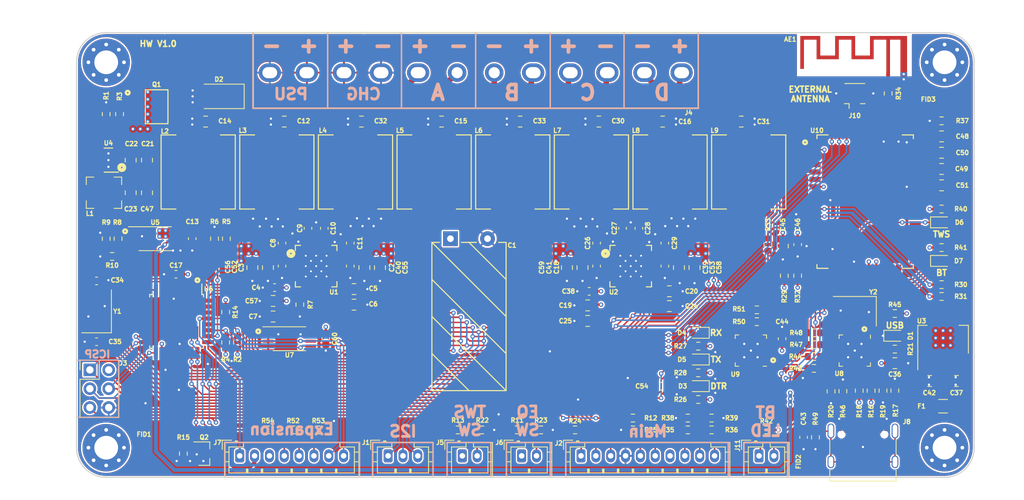
<source format=kicad_pcb>
(kicad_pcb (version 20211014) (generator pcbnew)
  (layers (0 "F.Cu" signal) (1 "In1.Cu" power "In1.GND") (2 "In2.Cu" power "In2.PWR") (31 "B.Cu" signal) (34 "B.Paste" user) (35 "F.Paste" user) (36 "B.SilkS" user "B.Silkscreen") (37 "F.SilkS" user "F.Silkscreen") (38 "B.Mask" user) (39 "F.Mask" user) (44 "Edge.Cuts" user))
  (net 0 "")
  (net 1 "VDD")
  (net 2 "GND")
  (net 3 "+3V3")
  (net 4 "Net-(C5-Pad1)")
  (net 5 "Net-(C6-Pad1)")
  (net 6 "Net-(C7-Pad1)")
  (net 7 "Net-(C8-Pad1)")
  (net 8 "Net-(C8-Pad2)")
  (net 9 "Net-(C9-Pad2)")
  (net 10 "Net-(C9-Pad1)")
  (net 11 "Net-(C10-Pad1)")
  (net 12 "Net-(C10-Pad2)")
  (net 13 "Net-(C11-Pad2)")
  (net 14 "Net-(C11-Pad1)")
  (net 15 "/Bluetooth/MIC1_P")
  (net 16 "Net-(L1-Pad1)")
  (net 17 "Net-(C27-Pad1)")
  (net 18 "Net-(C27-Pad2)")
  (net 19 "Net-(C28-Pad2)")
  (net 20 "Net-(C28-Pad1)")
  (net 21 "Net-(C29-Pad2)")
  (net 22 "Net-(C29-Pad1)")
  (net 23 "Net-(C20-Pad1)")
  (net 24 "Net-(C24-Pad1)")
  (net 25 "Net-(C25-Pad1)")
  (net 26 "Net-(C26-Pad2)")
  (net 27 "Net-(C26-Pad1)")
  (net 28 "/Bluetooth/MIC2_P")
  (net 29 "/Bluetooth/MIC_N")
  (net 30 "Net-(J7-Pad2)")
  (net 31 "Net-(AE1-Pad1)")
  (net 32 "/Amplifiers/A-")
  (net 33 "/Amplifiers/A+")
  (net 34 "/Amplifiers/B+")
  (net 35 "/USB to UART/UART_DTR")
  (net 36 "/Microcontroller/RESET")
  (net 37 "/Amplifiers/C-")
  (net 38 "/Amplifiers/D+")
  (net 39 "/Amplifiers/B-")
  (net 40 "/Amplifiers/C+")
  (net 41 "/Microcontroller/XTAL1")
  (net 42 "/Microcontroller/XTAL2")
  (net 43 "/Amplifiers/D-")
  (net 44 "Net-(C48-Pad2)")
  (net 45 "Net-(C49-Pad2)")
  (net 46 "Net-(C50-Pad2)")
  (net 47 "/Microcontroller/UART_TX")
  (net 48 "Net-(C51-Pad2)")
  (net 49 "/USB/DRV")
  (net 50 "Vin")
  (net 51 "Net-(D3-Pad2)")
  (net 52 "Net-(D4-Pad2)")
  (net 53 "/Microcontroller/PD6")
  (net 54 "Net-(D5-Pad2)")
  (net 55 "/Microcontroller/UART_RX")
  (net 56 "Net-(D6-Pad2)")
  (net 57 "/Bluetooth/LED2")
  (net 58 "Net-(D7-Pad2)")
  (net 59 "/Bluetooth/LED5")
  (net 60 "/Amplifiers/I2S_LRCLK")
  (net 61 "/Amplifiers/I2S_SCLK")
  (net 62 "/Amplifiers/I2S_SDIN")
  (net 63 "/Microcontroller/PB3")
  (net 64 "/Microcontroller/I2C_SDA")
  (net 65 "/Microcontroller/I2C_SCL")
  (net 66 "/Microcontroller/PC3")
  (net 68 "Net-(J2-Pad1)")
  (net 69 "/Microcontroller/SPI_CLK0")
  (net 70 "/Microcontroller/SPI_MOSI0")
  (net 71 "/Microcontroller/SPI_MISO0")
  (net 72 "/Microcontroller/PB0")
  (net 74 "/Microcontroller/PD5")
  (net 75 "/Bluetooth/USB_DP")
  (net 76 "Net-(J11-Pad1)")
  (net 77 "Net-(Q1-Pad1)")
  (net 78 "Net-(R8-Pad1)")
  (net 79 "/Bluetooth/USB_DN")
  (net 80 "/Microcontroller/PB5")
  (net 81 "Net-(R16-Pad2)")
  (net 82 "Net-(R18-Pad2)")
  (net 83 "Net-(R19-Pad2)")
  (net 84 "Net-(R20-Pad2)")
  (net 85 "/Bluetooth/LED0")
  (net 86 "Net-(R30-Pad1)")
  (net 87 "Net-(R31-Pad1)")
  (net 88 "/Bluetooth/LED1")
  (net 89 "/Bluetooth/Enable")
  (net 90 "Net-(R33-Pad1)")
  (net 92 "/Amplifiers/AMP1_PDN")
  (net 94 "/Amplifiers/AMP2_PDN")
  (net 97 "/Microcontroller/PC1")
  (net 101 "/Microcontroller/PE1")
  (net 103 "Net-(U8-Pad4)")
  (net 104 "Net-(U8-Pad3)")
  (net 105 "/Bluetooth/PIO22")
  (net 106 "/Bluetooth/PIO21")
  (net 107 "/Bluetooth/PIO20")
  (net 109 "/Bluetooth/PIO19")
  (net 131 "Net-(D1-Pad2)")
  (net 135 "Net-(F1-Pad2)")
  (net 136 "Net-(R45-Pad2)")
  (net 141 "/Microcontroller/PD7")
  (net 142 "/Microcontroller/PB4")
  (net 144 "Net-(J8-PadB5)")
  (net 145 "/USB/D+")
  (net 147 "Net-(J8-PadA5)")
  (net 149 "/USB/D-")
  (net 150 "/Power/3V3_buck")
  (net 151 "3V3_USB")
  (net 152 "5V_USB")
  (net 153 "Net-(R10-Pad2)")
  (net 154 "/Amplifiers/Amplifier 1/ADR")
  (net 155 "Net-(C43-Pad2)")
  (net 156 "Net-(J2-Pad10)")
  (net 157 "Net-(J2-Pad8)")
  (net 158 "Net-(J10-Pad1)")
  (net 159 "Net-(R43-Pad1)")
  (net 160 "Net-(R44-Pad1)")
  (net 161 "Net-(R47-Pad1)")
  (net 162 "Net-(R48-Pad1)")
  (net 163 "/USB to UART/D+")
  (net 164 "/USB to UART/D-")
  (net 173 "Net-(R50-Pad2)")
  (net 174 "Net-(R51-Pad2)")
  (net 175 "Net-(J7-Pad6)")
  (net 176 "Net-(J7-Pad5)")
  (net 177 "Net-(J7-Pad4)")
  (footprint "ZOUDIO-footprints:TAS5825M" (layer "F.Cu") (at 135 103.8)
    (fp_text reference "U1")
    (fp_text value "TAS5825M" hide)
  )
  (footprint "ZOUDIO-footprints:Murata_1274AS-H-100M" (layer "F.Cu") (at 150.9 91.1 90)
    (fp_text reference "L5")
    (fp_text value "10u" hide)
  )
  (footprint "ZOUDIO-footprints:Murata_1274AS-H-100M" (layer "F.Cu") (at 172.1 91.1 90)
    (fp_text reference "L7")
    (fp_text value "10u" hide)
  )
  (footprint "ZOUDIO-footprints:Murata_1274AS-H-100M" (layer "F.Cu") (at 161.5 91.1 90)
    (fp_text reference "L6")
    (fp_text value "10u" hide)
  )
  (footprint "ZOUDIO-footprints:Murata_1274AS-H-100M" (layer "F.Cu") (at 182.7 91.1 90)
    (fp_text reference "L8")
    (fp_text value "10u" hide)
  )
  (footprint "ZOUDIO-footprints:Murata_1274AS-H-100M" (layer "F.Cu") (at 193.3 91.1 90)
    (fp_text reference "L9")
    (fp_text value "10u" hide)
  )
  (footprint "ZOUDIO-footprints:Multicomp_12P_5mm" (layer "F.Cu") (at 156.5 77.7 180)
    (fp_text reference "J4")
    (fp_text value "5mm screwterminal 01x12" hide)
  )
  (footprint "Connector_JST:JST_PH_B2B-PH-K_1x02_P2.00mm_Vertical" (layer "F.Cu") (at 154.7 129.4)
    (fp_text reference "J5")
    (fp_text value "JST-PH 01x02")
  )
  (footprint "Connector_JST:JST_PH_B2B-PH-K_1x02_P2.00mm_Vertical" (layer "F.Cu") (at 162.7 129.4)
    (fp_text reference "J6")
    (fp_text value "JST-PH 01x02")
  )
  (footprint "Connector_JST:JST_PH_B10B-PH-K_1x10_P2.00mm_Vertical" (layer "F.Cu") (at 170.7 129.4)
    (fp_text reference "J2")
    (fp_text value "JST-PH 01x10")
  )
  (footprint "Capacitor_SMD:C_0805_2012Metric" (layer "F.Cu") (at 140.1 106.9)
    (fp_text reference "C5")
    (fp_text value "1u")
  )
  (footprint "Capacitor_SMD:C_0805_2012Metric" (layer "F.Cu") (at 130.7 84.3)
    (fp_text reference "C12")
    (fp_text value "470n")
  )
  (footprint "Capacitor_SMD:C_0805_2012Metric" (layer "F.Cu") (at 120.1 84.3)
    (fp_text reference "C14")
    (fp_text value "470n")
  )
  (footprint "Capacitor_SMD:C_0805_2012Metric" (layer "F.Cu") (at 151.9 84.3)
    (fp_text reference "C15")
    (fp_text value "470n")
  )
  (footprint "Capacitor_SMD:C_0805_2012Metric" (layer "F.Cu") (at 129.2 110.6 180)
    (fp_text reference "C7")
    (fp_text value "1u")
  )
  (footprint "Capacitor_SMD:C_0805_2012Metric" (layer "F.Cu") (at 140.1 109)
    (fp_text reference "C6")
    (fp_text value "1u")
  )
  (footprint "Capacitor_SMD:C_0805_2012Metric" (layer "F.Cu") (at 173.1 84.3)
    (fp_text reference "C30")
    (fp_text value "470n")
  )
  (footprint "Capacitor_SMD:C_0805_2012Metric" (layer "F.Cu") (at 192.3 84.3 180)
    (fp_text reference "C31")
    (fp_text value "470n")
  )
  (footprint "Capacitor_SMD:C_0805_2012Metric" (layer "F.Cu") (at 141.1 84.3)
    (fp_text reference "C32")
    (fp_text value "470n")
  )
  (footprint "Capacitor_SMD:C_0805_2012Metric" (layer "F.Cu") (at 162.5 84.3)
    (fp_text reference "C33")
    (fp_text value "470n")
  )
  (footprint "Capacitor_SMD:C_0805_2012Metric" (layer "F.Cu") (at 181.7 84.3 180)
    (fp_text reference "C16")
    (fp_text value "470n")
  )
  (footprint "ZOUDIO-footprints:Murata_1274AS-H-100M" (layer "F.Cu") (at 119.1 91.1 90)
    (fp_text reference "L2")
    (fp_text value "10u" hide)
  )
  (footprint "Capacitor_SMD:C_0603_1608Metric" (layer "F.Cu") (at 129.4 106.7)
    (fp_text reference "C4")
    (fp_text value "100n")
  )
  (footprint "Capacitor_SMD:C_0603_1608Metric" (layer "F.Cu") (at 139.6 100.7 90)
    (fp_text reference "C11")
    (fp_text value "470n")
  )
  (footprint "Capacitor_SMD:C_0603_1608Metric" (layer "F.Cu") (at 136.1 98.7 90)
    (fp_text reference "C10")
    (fp_text value "470n")
  )
  (footprint "Capacitor_SMD:C_0603_1608Metric" (layer "F.Cu") (at 133.9 98.7 90)
    (fp_text reference "C9")
    (fp_text value "470n")
  )
  (footprint "Capacitor_SMD:C_0603_1608Metric" (layer "F.Cu") (at 130.4 100.7 90)
    (fp_text reference "C8")
    (fp_text value "470n")
  )
  (footprint "Capacitor_SMD:C_0805_2012Metric" (layer "F.Cu") (at 129.2 108.5)
    (fp_text reference "C57")
    (fp_text value "4.7u")
  )
  (footprint "Capacitor_SMD:C_0805_2012Metric" (layer "F.Cu") (at 183.9 104 90)
    (fp_text reference "C53")
    (fp_text value "15u")
  )
  (footprint "Capacitor_SMD:C_0805_2012Metric" (layer "F.Cu") (at 182.6 109.2)
    (fp_text reference "C24")
    (fp_text value "1u")
  )
  (footprint "Capacitor_SMD:C_0805_2012Metric" (layer "F.Cu") (at 171.6 111.2 180)
    (fp_text reference "C25")
    (fp_text value "1u")
  )
  (footprint "Capacitor_SMD:C_0805_2012Metric" (layer "F.Cu") (at 182.6 107.2)
    (fp_text reference "C20")
    (fp_text value "1u")
  )
  (footprint "Capacitor_SMD:C_0805_2012Metric" (layer "F.Cu") (at 170.9 104 90)
    (fp_text reference "C41")
    (fp_text value "15u")
  )
  (footprint "Capacitor_SMD:C_0603_1608Metric" (layer "F.Cu") (at 172.8 100.7 90)
    (fp_text reference "C26")
    (fp_text value "470n")
  )
  (footprint "Capacitor_SMD:C_0603_1608Metric" (layer "F.Cu") (at 182 100.7 90)
    (fp_text reference "C29")
    (fp_text value "470n")
  )
  (footprint "Capacitor_SMD:C_0603_1608Metric" (layer "F.Cu") (at 171.8 107.2)
    (fp_text reference "C38")
    (fp_text value "100n")
  )
  (footprint "Capacitor_SMD:C_0603_1608Metric" (layer "F.Cu") (at 182 103.8 90)
    (fp_text reference "C39")
    (fp_text value "100n")
  )
  (footprint "Capacitor_SMD:C_0603_1608Metric" (layer "F.Cu") (at 176.3 98.7 90)
    (fp_text reference "C27")
    (fp_text value "470n")
  )
  (footprint "Capacitor_SMD:C_0603_1608Metric" (layer "F.Cu") (at 178.5 98.7 90)
    (fp_text reference "C28")
    (fp_text value "470n")
  )
  (footprint "Diode_SMD:D_SMA" (layer "F.Cu") (at 121.9 80.9 180)
    (fp_text reference "D2")
    (fp_text value "26V")
  )
  (footprint "RF_Antenna:Texas_SWRA117D_2.4GHz_Left" (layer "F.Cu") (at 212.1 77.9)
    (fp_text reference "AE1")
    (fp_text value "PCB antenna")
  )
  (footprint "Capacitor_SMD:C_0805_2012Metric" (layer "F.Cu") (at 197.9 101.1 -90)
    (fp_text reference "C45")
    (fp_text value "1u")
  )
  (footprint "Capacitor_SMD:C_0805_2012Metric" (layer "F.Cu") (at 219.3 86.3 180)
    (fp_text reference "C48")
    (fp_text value "1u")
  )
  (footprint "Capacitor_SMD:C_0805_2012Metric" (layer "F.Cu") (at 219.3 90.7 180)
    (fp_text reference "C49")
    (fp_text value "1u")
  )
  (footprint "Capacitor_SMD:C_0805_2012Metric" (layer "F.Cu") (at 219.3 88.5 180)
    (fp_text reference "C50")
    (fp_text value "1u")
  )
  (footprint "Capacitor_SMD:C_0805_2012Metric" (layer "F.Cu") (at 219.3 92.9 180)
    (fp_text reference "C51")
    (fp_text value "1u")
  )
  (footprint "LED_SMD:LED_0603_1608Metric" (layer "F.Cu") (at 219.3 97.9)
    (fp_text reference "D6")
    (fp_text value "Blue")
  )
  (footprint "LED_SMD:LED_0603_1608Metric" (layer "F.Cu") (at 219.3 103.1)
    (fp_text reference "D7")
    (fp_text value "Blue")
  )
  (footprint "MountingHole:MountingHole_3.2mm_M3_Pad_Via" (layer "F.Cu") (at 106.7 76.3)
    (fp_text reference "H1" hide)
    (fp_text value "Mounting hole")
  )
  (footprint "MountingHole:MountingHole_3.2mm_M3_Pad_Via" (layer "F.Cu") (at 219.7 76.3)
    (fp_text reference "H2" hide)
    (fp_text value "Mounting hole")
  )
  (footprint "MountingHole:MountingHole_3.2mm_M3_Pad_Via" (layer "F.Cu") (at 219.7 128.3)
    (fp_text reference "H3" hide)
    (fp_text value "Mounting hole")
  )
  (footprint "Connector_Coaxial:U.FL_Hirose_U.FL-R-SMT-1_Vertical" (layer "F.Cu") (at 207.6 81 90)
    (fp_text reference "J10")
    (fp_text value "U.FL")
  )
  (footprint "ZOUDIO-footprints:SOIC8_mosfet" (layer "F.Cu") (at 113.5 82.3)
    (fp_text reference "Q1")
    (fp_text value "P-Channel" hide)
  )
  (footprint "Resistor_SMD:R_0603_1608Metric" (layer "F.Cu") (at 106.7 83.3 90)
    (fp_text reference "R1")
    (fp_text value "1M")
  )
  (footprint "Resistor_SMD:R_0603_1608Metric" (layer "F.Cu") (at 108.5 83.3 -90)
    (fp_text reference "R3")
    (fp_text value "100k")
  )
  (footprint "Resistor_SMD:R_0603_1608Metric" (layer "F.Cu") (at 157.35 125.9)
    (fp_text reference "R22")
    (fp_text value "100k")
  )
  (footprint "Resistor_SMD:R_0603_1608Metric" (layer "F.Cu") (at 165.3 125.9)
    (fp_text reference "R23")
    (fp_text value "100k")
  )
  (footprint "Resistor_SMD:R_0603_1608Metric" (layer "F.Cu") (at 169.9 125.9 180)
    (fp_text reference "R24")
    (fp_text value "1k")
  )
  (footprint "Resistor_SMD:R_0603_1608Metric" (layer "F.Cu") (at 198.1 105.1 90)
    (fp_text reference "R29")
    (fp_text value "10k")
  )
  (footprint "Resistor_SMD:R_0603_1608Metric" (layer "F.Cu") (at 195.9 100.9 -90)
    (fp_text reference "R33")
    (fp_text value "10k")
  )
  (footprint "Resistor_SMD:R_0603_1608Metric" (layer "F.Cu") (at 219.3 84.2)
    (fp_text reference "R37")
    (fp_text value "0R")
  )
  (footprint "Resistor_SMD:R_0603_1608Metric" (layer "F.Cu") (at 219.3 96.1)
    (fp_text reference "R40")
    (fp_text value "10k")
  )
  (footprint "Resistor_SMD:R_0603_1608Metric" (layer "F.Cu") (at 219.3 101.3)
    (fp_text reference "R41")
    (fp_text value "10k")
  )
  (footprint "ZOUDIO-footprints:BTM331" (layer "F.Cu") (at 202.5 87.1)
    (fp_text reference "U10")
    (fp_text value "BTM331" hide)
  )
  (footprint "Connector_JST:JST_PH_B2B-PH-K_1x02_P2.00mm_Vertical" (layer "F.Cu") (at 194.7 129.4)
    (fp_text reference "J11")
    (fp_text value "JST-PH 01x02")
  )
  (footprint "Capacitor_SMD:C_0603_1608Metric" (layer "F.Cu") (at 181.5 120)
    (fp_text reference "C54")
    (fp_text value "100n")
  )
  (footprint "Capacitor_SMD:C_0603_1608Metric" (layer "F.Cu") (at 116.1 104.9 180)
    (fp_text reference "C17")
    (fp_text value "100n")
  )
  (footprint "Package_QFP:TQFP-32_7x7mm_P0.8mm" (layer "F.Cu") (at 116.19 111.26 -90)
    (fp_text reference "U6")
    (fp_text value "ATMEGA328PB-AU")
  )
  (footprint "Crystal:Crystal_SMD_Abracon_ABM3C-4Pin_5.0x3.2mm" (layer "F.Cu") (at 105.4 109.9 90)
    (fp_text reference "Y1")
    (fp_text value "8MHz")
  )
  (footprint "Resistor_SMD:R_0603_1608Metric" (layer "F.Cu") (at 212.1 80.5 90)
    (fp_text reference "R34")
    (fp_text value "0R")
  )
  (footprint "Capacitor_SMD:C_0805_2012Metric" (layer "F.Cu") (at 112.2 93.9 90)
    (fp_text reference "C47")
    (fp_text value "10u")
  )
  (footprint "Capacitor_SMD:C_0805_2012Metric" (layer "F.Cu") (at 110 93.9 90)
    (fp_text reference "C23")
    (fp_text value "10u")
  )
  (footprint "ZOUDIO-footprints:WSON-10-1EP_2x3mm_P0.5mm_EP0.84x2.4mm" (layer "F.Cu") (at 107 89.5 180)
    (fp_text reference "U4")
    (fp_text value "TPS62177")
  )
  (footprint "Inductor_SMD:L_Bourns-SRN4018" (layer "F.Cu") (at 106.4 93.9)
    (fp_text reference "L1")
    (fp_text value "10u")
  )
  (footprint "Capacitor_SMD:C_0805_2012Metric" (layer "F.Cu") (at 186 104 90)
    (fp_text reference "C58")
    (fp_text value "15u")
  )
  (footprint "Package_TO_SOT_SMD:SOT-23" (layer "F.Cu") (at 119.9 129.1)
    (fp_text reference "Q2")
    (fp_text value "N-channel")
  )
  (footprint "Resistor_SMD:R_0603_1608Metric" (layer "F.Cu") (at 117.1 129.1 -90)
    (fp_text reference "R15")
    (fp_text value "10k")
  )
  (footprint "Resistor_SMD:R_0603_1608Metric" (layer "F.Cu") (at 195.7 125.9 180)
    (fp_text reference "R42")
    (fp_text value "1k")
  )
  (footprint "Capacitor_SMD:C_0805_2012Metric" (layer "F.Cu") (at 110 89.5 90)
    (fp_text reference "C22")
    (fp_text value "1u")
  )
  (footprint "Capacitor_SMD:C_0805_2012Metric" (layer "F.Cu") (at 112.2 89.5 90)
    (fp_text reference "C21")
    (fp_text value "1u")
  )
  (footprint "Capacitor_SMD:C_0603_1608Metric" (layer "F.Cu") (at 105.4 105.8)
    (fp_text reference "C34")
    (fp_text value "18p")
  )
  (footprint "Capacitor_SMD:C_0603_1608Metric" (layer "F.Cu") (at 105.4 114 180)
    (fp_text reference "C35")
    (fp_text value "18p")
  )
  (footprint "Resistor_SMD:R_0603_1608Metric" (layer "F.Cu") (at 108.3 100.1 90)
    (fp_text reference "R8")
    (fp_text value "100k")
  )
  (footprint "Resistor_SMD:R_0603_1608Metric" (layer "F.Cu") (at 107.5 102.5)
    (fp_text reference "R10")
    (fp_text value "1k")
  )
  (footprint "Package_SO:TSSOP-8_4.4x3mm_P0.65mm" (layer "F.Cu") (at 113.3 100.1)
    (fp_text reference "U5")
    (fp_text value "TPS2111")
  )
  (footprint "Capacitor_SMD:C_0603_1608Metric" (layer "F.Cu") (at 199.9 100.9 90)
    (fp_text reference "C46")
    (fp_text value "100n")
  )
  (footprint "Fiducial:Fiducial_0.75mm_Dia_1.5mm_Outer" (layer "F.Cu") (at 111.8 128.3)
    (fp_text reference "FID1")
    (fp_text value "Fiducial")
  )
  (footprint "Fiducial:Fiducial_0.75mm_Dia_1.5mm_Outer" (layer "F.Cu") (at 219.7 81.3)
    (fp_text reference "FID3")
    (fp_text value "Fiducial")
  )
  (footprint "Capacitor_SMD:C_0805_2012Metric" (layer "F.Cu") (at 171.6 109.1)
    (fp_text reference "C19")
    (fp_text value "4.7u")
  )
  (footprint "Capacitor_SMD:C_0805_2012Metric" (layer "F.Cu") (at 168.8 104 90)
    (fp_text reference "C59")
    (fp_text value "15u")
  )
  (footprint "Capacitor_SMD:C_0603_1608Metric" (layer "F.Cu") (at 172.8 103.8 90)
    (fp_text reference "C18")
    (fp_text value "100n")
  )
  (footprint "Capacitor_SMD:C_0603_1608Metric" (layer "F.Cu") (at 139.6 103.8 90)
    (fp_text reference "C2")
    (fp_text value "100n")
  )
  (footprint "Capacitor_SMD:C_0805_2012Metric" (layer "F.Cu") (at 143.6 104 90)
    (fp_text reference "C55")
    (fp_text value "15u")
  )
  (footprint "Capacitor_SMD:C_0603_1608Metric" (layer "F.Cu") (at 118.3 100.1 90)
    (fp_text reference "C13")
    (fp_text value "100n")
  )
  (footprint "Capacitor_SMD:C_0805_2012Metric" (layer "F.Cu") (at 221.3 119.3 180)
    (fp_text reference "C37")
    (fp_text value "1u")
  )
  (footprint "Capacitor_SMD:C_0805_2012Metric" (layer "F.Cu") (at 217.7 119.3 180)
    (fp_text reference "C42")
    (fp_text value "1u")
  )
  (footprint "Resistor_SMD:R_0603_1608Metric" (layer "F.Cu") (at 177.7 125.9)
    (fp_text reference "R25")
    (fp_text value "100k")
  )
  (footprint "Connector_JST:JST_PH_B3B-PH-K_1x03_P2.00mm_Vertical" (layer "F.Cu") (at 144.7 129.4)
    (fp_text reference "J1")
    (fp_text value "JST-PH 01x03")
  )
  (footprint "Connector_PinHeader_2.54mm:PinHeader_2x03_P2.54mm_Vertical" (layer "F.Cu") (at 104.5 117.8)
    (fp_text reference "J3")
    (fp_text value "PinHeader 02x03")
  )
  (footprint "MountingHole:MountingHole_3.2mm_M3_Pad_Via" (layer "F.Cu") (at 106.7 128.3)
    (fp_text reference "H4" hide)
    (fp_text value "Mounting hole")
  )
  (footprint "Resistor_SMD:R_0603_1608Metric" (layer "F.Cu") (at 177.7 124.3 180)
    (fp_text reference "R12")
    (fp_text value "10k")
  )
  (footprint "Resistor_SMD:R_0603_1608Metric" (layer "F.Cu") (at 162.075 125.9 180)
    (fp_text reference "R11")
    (fp_text value "10k")
  )
  (footprint "Resistor_SMD:R_0603_1608Metric" (layer "F.Cu") (at 154.1 125.9 180)
    (fp_text reference "R13")
    (fp_text value "10k")
  )
  (footprint "Package_TO_SOT_SMD:SOT-223-3_TabPin2" (layer "F.Cu") (at 219.5 113.7 90)
    (fp_text reference "U3")
    (fp_text value "AMS1117-3.3")
  )
  (footprint "Capacitor_SMD:C_0805_2012Metric" (layer "F.Cu") (at 141.5 104 90)
    (fp_text reference "C40")
    (fp_text value "15u")
  )
  (footprint "Capacitor_SMD:C_0603_1608Metric" (layer "F.Cu") (at 200.7 126.9 90)
    (fp_text reference "C43")
    (fp_text value "100n")
  )
  (footprint "Resistor_SMD:R_0603_1608Metric" (layer "F.Cu") (at 202.3 126.9 -90)
    (fp_text reference "R49")
    (fp_text value "100k")
  )
  (footprint "Resistor_SMD:R_0603_1608Metric" (layer "F.Cu") (at 132.8 109 -90)
    (fp_text reference "R7")
    (fp_text value "1k")
  )
  (footprint "Connector_JST:JST_PH_B8B-PH-K_1x08_P2.00mm_Vertical" (layer "F.Cu") (at 124.7 129.4)
    (fp_text reference "J7")
    (fp_text value "JST-PH 01x08")
  )
  (footprint "Capacitor_SMD:C_0603_1608Metric" (layer "F.Cu") (at 136.3 113.6 -90)
    (fp_text reference "C60")
    (fp_text value "100n")
  )
  (footprint "Capacitor_SMD:C_0603_1608Metric" (layer "F.Cu") (at 197.8 113.6 -90)
    (fp_text reference "C44")
    (fp_text value "100n")
  )
  (footprint "Resistor_SMD:R_0603_1608Metric" (layer "F.Cu") (at 194.4 111.3 180)
    (fp_text reference "R50")
    (fp_text value "1k")
  )
  (footprint "Resistor_SMD:R_0603_1608Metric" (layer "F.Cu") (at 194.4 109.7 180)
    (fp_text reference "R51")
    (fp_text value "10k")
  )
  (footprint "LED_SMD:LED_0603_1608Metric" (layer "F.Cu") (at 213 113.2)
    (fp_text reference "D1")
    (fp_text value "Blue")
  )
  (footprint "Package_DFN_QFN:QFN-24-1EP_4x4mm_P0.5mm_EP2.6x2.6mm" (layer "F.Cu") (at 207.6 115.2 -90)
    (fp_text reference "U8")
    (fp_text value "FE1.1S")
  )
  (footprint "Fuse:Fuse_1206_3216Metric" (layer "F.Cu") (at 219.5 122.7 180)
    (fp_text reference "F1")
    (fp_text value "500mA")
  )
  (footprint "Resistor_SMD:R_0603_1608Metric" (layer "F.Cu") (at 209.8 120.6 90)
    (fp_text reference "R16")
    (fp_text value "10k")
  )
  (footprint "Crystal:Crystal_SMD_Abracon_ABM3C-4Pin_5.0x3.2mm" (layer "F.Cu") (at 207.6 109.9 180)
    (fp_text reference "Y2")
    (fp_text value "12MHz")
  )
  (footprint "Resistor_SMD:R_0603_1608Metric" (layer "F.Cu") (at 213 120.6 90)
    (fp_text reference "R17")
    (fp_text value "5k1")
  )
  (footprint "Resistor_SMD:R_0603_1608Metric" (layer "F.Cu") (at 206 120.675 90)
    (fp_text reference "R46")
    (fp_text value "5k1")
  )
  (footprint "Resistor_SMD:R_0603_1608Metric" (layer "F.Cu") (at 202.1 116 180)
    (fp_text reference "R44")
    (fp_text value "0R")
  )
  (footprint "Resistor_SMD:R_0603_1608Metric" (layer "F.Cu") (at 202.1 117.6 180)
    (fp_text reference "R43")
    (fp_text value "0R")
  )
  (footprint "Resistor_SMD:R_0603_1608Metric" (layer "F.Cu") (at 202.1 112.8 180)
    (fp_text reference "R48")
    (fp_text value "0R")
  )
  (footprint "Resistor_SMD:R_0603_1608Metric" (layer "F.Cu") (at 202.1 114.4 180)
    (fp_text reference "R47")
    (fp_text value "0R")
  )
  (footprint "Resistor_SMD:R_0603_1608Metric" (layer "F.Cu") (at 208.2 120.6 90)
    (fp_text reference "R18")
    (fp_text value "10k")
  )
  (footprint "Resistor_SMD:R_0603_1608Metric" (layer "F.Cu") (at 213 115)
    (fp_text reference "R21")
    (fp_text value "10k")
  )
  (footprint "Resistor_SMD:R_0603_1608Metric" (layer "F.Cu") (at 204.4 120.7 90)
    (fp_text reference "R20")
    (fp_text value "2k7")
  )
  (footprint "Resistor_SMD:R_0603_1608Metric" (layer "F.Cu") (at 211.4 120.6 90)
    (fp_text reference "R19")
    (fp_text value "10k")
  )
  (footprint "Resistor_SMD:R_0603_1608Metric" (layer "F.Cu") (at 219.3 106.3)
    (fp_text reference "R30")
    (fp_text value "0R")
  )
  (footprint "Package_DFN_QFN:QFN-24-1EP_4x4mm_P0.5mm_EP2.6x2.6mm" (layer "F.Cu") (at 193.6 115.2 180)
    (fp_text reference "U9")
    (fp_text value "CP2102N")
  )
  (footprint "Resistor_SMD:R_0603_1608Metric" (layer "F.Cu") (at 199.9 105.1 90)
    (fp_text reference "R32")
    (fp_text value "10k")
  )
  (footprint "Capacitor_SMD:C_0805_2012Metric" (layer "F.Cu") (at 213 116.9 180)
    (fp_text reference "C36")
    (fp_text value "10u")
  )
  (footprint "Resistor_SMD:R_0603_1608Metric" (layer "F.Cu") (at 186.5 114.6 180)
    (fp_text reference "R27")
    (fp_text value "10k")
  )
  (footprint "LED_SMD:LED_0603_1608Metric" (layer "F.Cu") (at 186.5 112.8 180)
    (fp_text reference "D4")
    (fp_text value "Blue")
  )
  (footprint "LED_SMD:LED_0603_1608Metric" (layer "F.Cu") (at 186.5 120 180)
    (fp_text reference "D3")
    (fp_text value "Blue")
  )
  (footprint "LED_SMD:LED_0603_1608Metric" (layer "F.Cu") (at 186.5 116.4 180)
    (fp_text reference "D5")
    (fp_text value "Blue")
  )
  (footprint "Resistor_SMD:R_0603_1608Metric" (layer "F.Cu") (at 186.5 118.2 180)
    (fp_text reference "R28")
    (fp_text value "10k")
  )
  (footprint "Resistor_SMD:R_0603_1608Metric" (layer "F.Cu") (at 188.3 124.3 180)
    (fp_text reference "R39")
    (fp_text value "1k")
  )
  (footprint "Resistor_SMD:R_0603_1608Metric" (layer "F.Cu") (at 186.5 121.8 180)
    (fp_text reference "R26")
    (fp_text value "10k")
  )
  (footprint "Resistor_SMD:R_0603_1608Metric" (layer "F.Cu") (at 185.1 125.9 180)
    (fp_text reference "R35")
    (fp_text value "1k")
  )
  (footprint "Resistor_SMD:R_0603_1608Metric" (layer "F.Cu") (at 188.3 125.9)
    (fp_text reference "R36")
    (fp_text value "1k")
  )
  (footprint "Resistor_SMD:R_0603_1608Metric" (layer "F.Cu") (at 185.1 124.3)
    (fp_text reference "R38")
    (fp_text value "1k")
  )
  (footprint "Fiducial:Fiducial_0.75mm_Dia_1.5mm_Outer" (layer "F.Cu") (at 201.5 130.2)
    (fp_text reference "FID2")
    (fp_text value "Fiducial")
  )
  (footprint "Resistor_SMD:R_0603_1608Metric" (layer "F.Cu") (at 131.9 125.9)
    (fp_text reference "R52")
    (fp_text value "1k")
  )
  (footprint "Resistor_SMD:R_0603_1608Metric" (layer "F.Cu") (at 135.3 125.9)
    (fp_text reference "R53")
    (fp_text value "1k")
  )
  (footprint "Resistor_SMD:R_0603_1608Metric" (layer "F.Cu") (at 128.5 125.9)
    (fp_text reference "R54")
    (fp_text value "1k")
  )
  (footprint "ZOUDIO-footprints:Cap_Rad_D10_P5_horizontal" (layer "F.Cu") (at 153.1 100.1)
    (fp_text reference "C1")
    (fp_text value "1000u" hide)
  )
  (footprint "Resistor_SMD:R_0603_1608Metric" (layer "F.Cu") (at 122.8 114.1 90)
    (fp_text reference "R4")
    (fp_text value "1k")
  )
  (footprint "Package_SO:TSSOP-8_4.4x3mm_P0.65mm" (layer "F.Cu") (at 131.4 113.6)
    (fp_text reference "U7")
    (fp_text value "M24256 EEPROM")
  )
  (footprint "Resistor_SMD:R_0603_1608Metric" (layer "F.Cu") (at 124.4 114.1 90)
    (fp_text reference "R2")
    (fp_text value "1k")
  )
  (footprint "Resistor_SMD:R_0603_1608Metric" (layer "F.Cu") (at 122.8 110 90)
    (fp_text reference "R14")
    (fp_text value "10k")
  )
  (footprint "ZOUDIO-footprints:Murata_1274AS-H-100M" (layer "F.Cu") (at 140.3 91.1 90)
    (fp_text reference "L4")
    (fp_text value "10u" hide)
  )
  (footprint "ZOUDIO-footprints:Murata_1274AS-H-100M" (layer "F.Cu") (at 129.7 91.1 90)
    (fp_text reference "L3")
    (fp_text value "10u" hide)
  )
  (footprint "Resistor_SMD:R_0603_1608Metric" (layer "F.Cu") (at 219.3 107.9)
    (fp_text reference "R31")
    (fp_text value "0R")
  )
  (footprint "Connector_USB:USB_C_Receptacle_Palconn_UTC16-G" (layer "F.Cu") (at 208.7 127.975)
    (fp_text reference "J8")
    (fp_text value "USB-C")
  )
  (footprint "Resistor_SMD:R_0603_1608Metric" (layer "F.Cu") (at 213 110.2 180)
    (fp_text reference "R45")
    (fp_text value "10k")
  )
  (footprint "ZOUDIO-footprints:TAS5825M" (layer "F.Cu") (at 177.4 103.8)
    (fp_text reference "U2")
    (fp_text value "TAS5825M" hide)
  )
  (footprint "Capacitor_SMD:C_0603_1608Metric" (layer "F.Cu") (at 130.4 103.8 90)
    (fp_text reference "C3")
    (fp_text value "100n")
  )
  (footprint "Capacitor_SMD:C_0805_2012Metric" (layer "F.Cu") (at 128.5 104 90)
    (fp_text reference "C52")
    (fp_text value "15u")
  )
  (footprint "Capacitor_SMD:C_0805_2012Metric" (layer "F.Cu") (at 126.4 104 90)
    (fp_text reference "C56")
    (fp_text value "15u")
  )
  (footprint "Resistor_SMD:R_0603_1608Metric" (layer "F.Cu") (at 121.3 100.1 90)
    (fp_text reference "R6")
    (fp_text value "100k")
  )
  (footprint "Resistor_SMD:R_0603_1608Metric" (layer "F.Cu") (at 122.9 100.1 -90)
    (fp_text reference "R5")
    (fp_text value "1M")
  )
  (footprint "Resistor_SMD:R_0603_1608Metric" (layer "F.Cu") (at 106.7 100.1 -90)
    (fp_text reference "R9")
    (fp_text value "36k")
  )
  (footprint "ZOUDIO-footprints:ZOUDIO25mm_mask" (layer "B.Cu") (at 155.7 89 180)
    (fp_text reference "LOGO1" hide)
    (fp_text value "ZOUDIO" hide)
  )
  (gr_line (start 136.55 82.5) (end 136.55 72.3) (layer "B.SilkS") (width 0.2))
  (gr_line (start 146.5 82.5) (end 146.5 72.3) (layer "B.SilkS") (width 0.2))
  (gr_line (start 156.5 82.5) (end 156.5 72.3) (layer "B.SilkS") (width 0.2))
  (gr_line (start 166.55 82.5) (end 166.55 72.3) (layer "B.SilkS") (width 0.2))
  (gr_line (start 176.5 82.5) (end 176.5 72.3) (layer "B.SilkS") (width 0.2))
  (gr_line (start 186.55 82.5) (end 126.5 82.5) (layer "B.SilkS") (width 0.2))
  (gr_line (start 192.65 127.6) (end 192.65 132.1) (layer "B.SilkS") (width 0.2))
  (gr_line (start 198.55 132.1) (end 198.55 127.6) (layer "B.SilkS") (width 0.2))
  (gr_line (start 198.55 127.6) (end 192.65 127.6) (layer "B.SilkS") (width 0.2))
  (gr_line (start 198.55 127.6) (end 192.65 127.6) (layer "B.SilkS") (width 0.2))
  (gr_line (start 192.65 127.6) (end 192.65 132.1) (layer "B.SilkS") (width 0.2))
  (gr_line (start 198.55 132.1) (end 198.55 127.6) (layer "B.SilkS") (width 0.2))
  (gr_line (start 142.6 127.6) (end 142.6 132.1) (layer "B.SilkS") (width 0.2))
  (gr_line (start 150.75 127.6) (end 142.7 127.6) (layer "B.SilkS") (width 0.2))
  (gr_line (start 150.75 132.1) (end 150.75 127.6) (layer "B.SilkS") (width 0.2))
  (gr_line (start 122.7 127.6) (end 122.7 132.1) (layer "B.SilkS") (width 0.2))
  (gr_line (start 140.85 132.1) (end 140.85 127.6) (layer "B.SilkS") (width 0.2))
  (gr_line (start 140.85 127.6) (end 122.7 127.6) (layer "B.SilkS") (width 0.2))
  (gr_line (start 168.65 127.6) (end 190.55 127.6) (layer "B.SilkS") (width 0.2))
  (gr_line (start 158.55 127.6) (end 152.65 127.6) (layer "B.SilkS") (width 0.2))
  (gr_line (start 108.4 116.5) (end 108.4 124.2) (layer "B.SilkS") (width 0.15))
  (gr_line (start 102.7 116.5) (end 108.4 116.5) (layer "B.SilkS") (width 0.15))
  (gr_line (start 152.65 127.6) (end 152.65 132.1) (layer "B.SilkS") (width 0.2))
  (gr_line (start 166.55 132.1) (end 166.55 127.6) (layer "B.SilkS") (width 0.2))
  (gr_line (start 126.5 82.5) (end 126.5 72.3) (layer "B.SilkS") (width 0.2))
  (gr_line (start 158.55 132.1) (end 158.55 127.6) (layer "B.SilkS") (width 0.2))
  (gr_line (start 166.55 127.6) (end 160.65 127.6) (layer "B.SilkS") (width 0.2))
  (gr_line (start 108.4 124.2) (end 102.7 124.2) (layer "B.SilkS") (width 0.15))
  (gr_line (start 168.65 132.1) (end 168.65 127.6) (layer "B.SilkS") (width 0.2))
  (gr_line (start 160.65 127.6) (end 160.65 132.1) (layer "B.SilkS") (width 0.2))
  (gr_line (start 190.55 127.6) (end 190.55 132.1) (layer "B.SilkS") (width 0.2))
  (gr_line (start 186.5 72.3) (end 186.5 82.5) (layer "B.SilkS") (width 0.2))
  (gr_circle (center 131.6 102.1) (end 131.7 102.1) (layer "F.SilkS") (width 0.5) (fill none))
  (gr_circle (center 174 102.1) (end 174.1 102.1) (layer "F.SilkS") (width 0.5) (fill none))
  (gr_circle (center 174 102.1) (end 174.1 102.1) (layer "F.SilkS") (width 0.5) (fill none))
  (gr_circle (center 108.8 90.5) (end 108.9 90.5) (layer "F.SilkS") (width 0.5) (fill none))
  (gr_circle (center 208.9 112.3) (end 209 112.3) (layer "F.SilkS") (width 0.3) (fill none))
  (gr_circle (center 200.9 87.1) (end 201 87.1) (layer "F.SilkS") (width 0.3) (fill none))
  (gr_circle (center 127.2 112.6) (end 127.3 112.6) (layer "F.SilkS") (width 0.3) (fill none))
  (gr_circle (center 119 105.7) (end 119.1 105.7) (layer "F.SilkS") (width 0.3) (fill none))
  (gr_circle (center 109.25 99.1) (end 109.35 99.1) (layer "F.SilkS") (width 0.3) (fill none))
  (gr_circle (center 109.6 80.4) (end 109.7 80.4) (layer "F.SilkS") (width 0.3) (fill none))
  (gr_circle (center 196.6 116.5) (end 196.7 116.5) (layer "F.SilkS") (width 0.3) (fill none))
  (gr_arc (start 102.7 76.3) (mid 103.871573 73.471573) (end 106.7 72.3) (layer "Edge.Cuts") (width 0.15))
  (gr_line (start 223.7 76.3) (end 223.7 128.3) (layer "Edge.Cuts") (width 0.15))
  (gr_arc (start 219.7 72.3) (mid 222.528427 73.471573) (end 223.7 76.3) (layer "Edge.Cuts") (width 0.15))
  (gr_line (start 106.7 72.3) (end 219.7 72.3) (layer "Edge.Cuts") (width 0.15))
  (gr_line (start 102.7 76.3) (end 102.7 128.3) (layer "Edge.Cuts") (width 0.15))
  (gr_arc (start 106.7 132.3) (mid 103.871573 131.128427) (end 102.7 128.3) (layer "Edge.Cuts") (width 0.15))
  (gr_arc (start 223.7 128.3) (mid 222.528427 131.128427) (end 219.7 132.3) (layer "Edge.Cuts") (width 0.15))
  (gr_line (start 106.7 132.3) (end 219.7 132.3) (layer "Edge.Cuts") (width 0.15))
  (gr_text "C" (at 171.6 80.4) (layer "B.SilkS") (effects (font (size 2 2) (thickness 0.5)) (justify mirror)))
  (gr_text "B" (at 161.4 80.4) (layer "B.SilkS") (effects (font (size 2 2) (thickness 0.5)) (justify mirror)))
  (gr_text "A" (at 151.4 80.4) (layer "B.SilkS") (effects (font (size 2 2) (thickness 0.5)) (justify mirror)))
  (gr_text "CHG" (at 141.4 80.6) (layer "B.SilkS") (effects (font (size 1.5 1.5) (thickness 0.375)) (justify mirror)))
  (gr_text "PSU" (at 131.6 80.6) (layer "B.SilkS") (effects (font (size 1.5 1.5) (thickness 0.375)) (justify mirror)))
  (gr_text "+" (at 134 74) (layer "B.SilkS") (effects (font (size 2 2) (thickness 0.5)) (justify mirror)))
  (gr_text "+" (at 139 74) (layer "B.SilkS") (effects (font (size 2 2) (thickness 0.5)) (justify mirror)))
  (gr_text "-" (at 129 74) (layer "B.SilkS") (effects (font (size 2 2) (thickness 0.5)) (justify mirror)))
  (gr_text "-" (at 144 74) (layer "B.SilkS") (effects (font (size 2 2) (thickness 0.5)) (justify mirror)))
  (gr_text "-" (at 154.2 74) (layer "B.SilkS") (effects (font (size 2 2) (thickness 0.5)) (justify mirror)))
  (gr_text "-" (at 159 74) (layer "B.SilkS") (effects (font (size 2 2) (thickness 0.5)) (justify mirror)))
  (gr_text "-" (at 174 74) (layer "B.SilkS") (effects (font (size 2 2) (thickness 0.5)) (justify mirror)))
  (gr_text "-" (at 179 74) (layer "B.SilkS") (effects (font (size 2 2) (thickness 0.5)) (justify mirror)))
  (gr_text "+" (at 149 74) (layer "B.SilkS") (effects (font (size 2 2) (thickness 0.5)) (justify mirror)))
  (gr_text "+" (at 164 74) (layer "B.SilkS") (effects (font (size 2 2) (thickness 0.5)) (justify mirror)))
  (gr_text "+" (at 169 74) (layer "B.SilkS") (effects (font (size 2 2) (thickness 0.5)) (justify mirror)))
  (gr_text "+" (at 184 74) (layer "B.SilkS") (effects (font (size 2 2) (thickness 0.5)) (justify mirror)))
  (gr_text "TWS\nSW" (at 155.7 124.7) (layer "B.SilkS") (effects (font (size 1.5 1.5) (thickness 0.375)) (justify mirror)))
  (gr_text "BT\nLED" (at 195.6 124.8) (layer "B.SilkS") (effects (font (size 1.5 1.5) (thickness 0.375)) (justify mirror)))
  (gr_text "Main" (at 179.7 126.1) (layer "B.SilkS") (effects (font (size 1.5 1.5) (thickness 0.375)) (justify mirror)))
  (gr_text "ICSP" (at 105.5 115.7) (layer "B.SilkS") (effects (font (size 1 1) (thickness 0.25)) (justify mirror)))
  (gr_text "I2S" (at 146.7 126.1) (layer "B.SilkS") (effects (font (size 1.5 1.5) (thickness 0.375)) (justify mirror)))
  (gr_text "Expansion" (at 131.7 125.8) (layer "B.SilkS") (effects (font (size 1.5 1.5) (thickness 0.375)) (justify mirror)))
  (gr_text "EQ\nSW" (at 163.5 124.7) (layer "B.SilkS") (effects (font (size 1.5 1.5) (thickness 0.375)) (justify mirror)))
  (gr_text "D" (at 181.6 80.4) (layer "B.SilkS") (effects (font (size 2 2) (thickness 0.5)) (justify mirror)))
  (gr_text "USB" (at 213 111.8) (layer "F.SilkS") (effects (font (size 0.8 0.8) (thickness 0.2))))
  (gr_text "BT" (at 219.3 104.7) (layer "F.SilkS") (effects (font (size 0.8 0.8) (thickness 0.2))))
  (gr_text "EXTERNAL\nANTENNA" (at 201.6 80.6) (layer "F.SilkS") (effects (font (size 0.8 0.8) (thickness 0.2))))
  (gr_text "RX" (at 189.8 112.8) (layer "F.SilkS") (effects (font (size 0.8 0.8) (thickness 0.2)) (justify right)))
  (gr_text "TX" (at 189.7 116.4) (layer "F.SilkS") (effects (font (size 0.8 0.8) (thickness 0.2)) (justify right)))
  (gr_text "HW V1.0" (at 113.7 73.8) (layer "F.SilkS") (effects (font (size 0.8 0.8) (thickness 0.2))))
  (gr_text "DTR" (at 190.5 120) (layer "F.SilkS") (effects (font (size 0.8 0.8) (thickness 0.2)) (justify right)))
  (gr_text "TWS" (at 219.3 99.5) (layer "F.SilkS") (effects (font (size 0.8 0.8) (thickness 0.2))))
  (segment (start 167.225 103.175) (end 167.3 103.1) (width 0.2032) (layer "F.Cu") (net 1))
  (segment (start 122.9 99.275) (end 124.075 99.275) (width 0.2032) (layer "F.Cu") (net 1))
  (segment (start 124.825 103.175) (end 124.9 103.1) (width 0.2032) (layer "F.Cu") (net 1))
  (segment (start 124.075 99.275) (end 124.9 100.1) (width 0.2032) (layer "F.Cu") (net 1))
  (segment (start 110.333 83.035) (end 111.165 83.035) (width 0.2032) (layer "F.Cu") (net 1))
  (segment (start 124.9 100.1) (end 124.9 101.1) (width 0.2032) (layer "F.Cu") (net 1))
  (via (at 112.3 81.3) (size 0.6) (drill 0.3) (layers "F.Cu" "B.Cu") (net 1))
  (via (at 112.3 82.3) (size 0.6) (drill 0.3) (layers "F.Cu" "B.Cu") (net 1))
  (via (at 112.3 83.3) (size 0.6) (drill 0.3) (layers "F.Cu" "B.Cu") (net 1))
  (via (at 112.3 84.3) (size 0.6) (drill 0.3) (layers "F.Cu" "B.Cu") (net 1))
  (via (at 112.3 85.3) (size 0.6) (drill 0.3) (layers "F.Cu" "B.Cu") (net 1))
  (via (at 145.1 102.1) (size 0.6) (drill 0.3) (layers "F.Cu" "B.Cu") (net 1))
  (via (at 143.1 102.1) (size 0.6) (drill 0.3) (layers "F.Cu" "B.Cu") (net 1))
  (via (at 144.1 102.1) (size 0.6) (drill 0.3) (layers "F.Cu" "B.Cu") (net 1))
  (via (at 144.1 101.1) (size 0.6) (drill 0.3) (layers "F.Cu" "B.Cu") (net 1))
  (via (at 145.1 101.1) (size 0.6) (drill 0.3) (layers "F.Cu" "B.Cu") (net 1))
  (via (at 145.1 103.1) (size 0.6) (drill 0.3) (layers "F.Cu" "B.Cu") (net 1))
  (via (at 126.9 102.1) (size 0.6) (drill 0.3) (layers "F.Cu" "B.Cu") (net 1))
  (via (at 125.9 102.1) (size 0.6) (drill 0.3) (layers "F.Cu" "B.Cu") (net 1))
  (via (at 125.9 101.1) (size 0.6) (drill 0.3) (layers "F.Cu" "B.Cu") (net 1))
  (via (at 124.9 102.1) (size 0.6) (drill 0.3) (layers "F.Cu" "B.Cu") (net 1))
  (via (at 124.9 101.1) (size 0.6) (drill 0.3) (layers "F.Cu" "B.Cu") (net 1))
  (via (at 124.9 103.1) (size 0.6) (drill 0.3) (layers "F.Cu" "B.Cu") (net 1))
  (via (at 168.3 102.1) (size 0.6) (drill 0.3) (layers "F.Cu" "B.Cu") (net 1))
  (via (at 167.3 102.1) (size 0.6) (drill 0.3) (layers "F.Cu" "B.Cu") (net 1))
  (via (at 167.3 101.1) (size 0.6) (drill 0.3) (layers "F.Cu" "B.Cu") (net 1))
  (via (at 169.3 102.1) (size 0.6) (drill 0.3) (layers "F.Cu" "B.Cu") (net 1))
  (via (at 168.3 101.1) (size 0.6) (drill 0.3) (layers "F.Cu" "B.Cu") (net 1))
  (via (at 167.3 103.1) (size 0.6) (drill 0.3) (layers "F.Cu" "B.Cu") (net 1))
  (via (at 186.5 101.1) (size 0.6) (drill 0.3) (layers "F.Cu" "B.Cu") (net 1))
  (via (at 185.5 102.1) (size 0.6) (drill 0.3) (layers "F.Cu" "B.Cu") (net 1))
  (via (at 187.5 103.1) (size 0.6) (drill 0.3) (layers "F.Cu" "B.Cu") (net 1))
  (via (at 187.5 102.1) (size 0.6) (drill 0.3) (layers "F.Cu" "B.Cu") (net 1))
  (via (at 186.5 102.1) (size 0.6) (drill 0.3) (layers "F.Cu" "B.Cu") (net 1))
  (via (at 187.5 101.1) (size 0.6) (drill 0.3) (layers "F.Cu" "B.Cu") (net 1))
  (via (at 112.3 80.3) (size 0.6) (drill 0.3) (layers "F.Cu" "B.Cu") (net 1))
  (via (at 111.3 85.3) (size 0.6) (drill 0.3) (layers "F.Cu" "B.Cu") (net 1))
  (via (at 110.3 85.3) (size 0.6) (drill 0.3) (layers "F.Cu" "B.Cu") (net 1))
  (segment (start 122 116.5) (end 122 115.1) (width 0.3048) (layer "B.Cu") (net 1))
  (segment (start 124.9 101.1) (end 124.9 102.1) (width 0.3048) (layer "B.Cu") (net 1))
  (segment (start 120.5 105.9) (end 122 104.4) (width 0.3048) (layer "B.Cu") (net 1))
  (segment (start 124.9 102.1) (end 124.9 103.1) (width 0.3048) (layer "B.Cu") (net 1))
  (segment (start 122 104.4) (end 123.6 104.4) (width 0.3048) (layer "B.Cu") (net 1))
  (segment (start 124.7 129.4) (end 124.7 119.2) (width 0.3048) (layer "B.Cu") (net 1))
  (segment (start 123.6 104.4) (end 124.9 103.1) (width 0.3048) (layer "B.Cu") (net 1))
  (segment (start 122 115.1) (end 120.5 113.6) (width 0.3048) (layer "B.Cu") (net 1))
  (segment (start 124.7 119.2) (end 122 116.5) (width 0.3048) (layer "B.Cu") (net 1))
  (segment (start 120.5 113.6) (end 120.5 105.9) (width 0.3048) (layer "B.Cu") (net 1))
  (segment (start 177.1875 104.0875) (end 177.4375 103.8375) (width 0.25) (layer "F.Cu") (net 2))
  (segment (start 177.6875 104.0875) (end 177.4375 103.8375) (width 0.25) (layer "F.Cu") (net 2))
  (segment (start 119.35 80.3) (end 119.95 80.9) (width 0.2032) (layer "F.Cu") (net 2))
  (segment (start 119.15 81.7) (end 119.95 80.9) (width 0.5) (layer "F.Cu") (net 2))
  (segment (start 118.35 80.1) (end 119.15 80.1) (width 0.5) (layer "F.Cu") (net 2))
  (segment (start 119.15 80.1) (end 119.95 80.9) (width 0.5) (layer "F.Cu") (net 2))
  (segment (start 118.35 80.9) (end 119.95 80.9) (width 0.5) (layer "F.Cu") (net 2))
  (segment (start 118.35 81.7) (end 119.15 81.7) (width 0.5) (layer "F.Cu") (net 2))
  (segment (start 119.35 81.5) (end 119.95 80.9) (width 0.2032) (layer "F.Cu") (net 2))
  (segment (start 106.8 88.5) (end 107 88.7) (width 0.25) (layer "F.Cu") (net 2))
  (segment (start 107.2 90.5) (end 107 90.3) (width 0.25) (layer "F.Cu") (net 2))
  (segment (start 132.8 109.825) (end 132.8 110.6) (width 0.25) (layer "F.Cu") (net 2))
  (segment (start 189.125 124.3) (end 189.9 124.3) (width 0.2032) (layer "F.Cu") (net 2))
  (segment (start 107.95 89) (end 107.05 89) (width 0.25) (layer "F.Cu") (net 2))
  (segment (start 118.3 100.875) (end 118.3 101.7) (width 0.2032) (layer "F.Cu") (net 2))
  (segment (start 106.7 82.475) (end 106.7 81.7) (width 0.2032) (layer "F.Cu") (net 2))
  (segment (start 129.75 84.3) (end 129.3 84.3) (width 0.5) (layer "F.Cu") (net 2))
  (segment (start 139.7 84.3) (end 139.3 84.7) (width 0.5) (layer "F.Cu") (net 2))
  (segment (start 115.325 104.9) (end 114.5 104.9) (width 0.2032) (layer "F.Cu") (net 2))
  (segment (start 121.3 99.275) (end 121.3 98.5) (width 0.2032) (layer "F.Cu") (net 2))
  (segment (start 119.15 84.3) (end 118.7 84.3) (width 0.5) (layer "F.Cu") (net 2))
  (segment (start 175.8625 105.2375) (end 176.0375 105.2375) (width 0.2032) (layer "F.Cu") (net 2))
  (segment (start 194.35 115.95) (end 193.6 115.2) (width 0.2032) (layer "F.Cu") (net 2))
  (segment (start 134.7875 104.0875) (end 135.0375 103.8375) (width 0.25) (layer "F.Cu") (net 2))
  (segment (start 140.15 84.3) (end 139.7 84.3) (width 0.5) (layer "F.Cu") (net 2))
  (segment (start 107.95 90.5) (end 107.05 90.5) (width 0.25) (layer "F.Cu") (net 2))
  (segment (start 175.8 105.2) (end 176 105.2) (width 0.2032) (layer "F.Cu") (net 2))
  (segment (start 195.5375 115.95) (end 194.35 115.95) (width 0.2032) (layer "F.Cu") (net 2))
  (segment (start 175.45 105.55) (end 175.8 105.2) (width 0.2032) (layer "F.Cu") (net 2))
  (segment (start 107.05 88.5) (end 107 88.55) (width 0.25) (layer "F.Cu") (net 2))
  (segment (start 206 119.85) (end 206 119.1) (width 0.2032) (layer "F.Cu") (net 2))
  (segment (start 118.7 84.3) (end 118.3 83.9) (width 0.5) (layer "F.Cu") (net 2))
  (segment (start 136.3 114.375) (end 136.3 115.2) (width 0.2032) (layer "F.Cu") (net 2))
  (segment (start 166.125 125.9) (end 166.9 125.9) (width 0.2032) (layer "F.Cu") (net 2))
  (segment (start 214.2 77.9) (end 214.2 78.4) (width 0.9) (layer "F.Cu") (net 2))
  (segment (start 106.05 88.5) (end 106.95 88.5) (width 0.25) (layer "F.Cu") (net 2))
  (segment (start 135.0375 103.8375) (end 135.2875 104.0875) (width 0.25) (layer "F.Cu") (net 2))
  (segment (start 197.8 112.825) (end 197.8 112) (width 0.25) (layer "F.Cu") (net 2))
  (segment (start 106.95 88.5) (end 107 88.55) (width 0.25) (layer "F.Cu") (net 2))
  (segment (start 106.7 99.275) (end 105.9 99.3) (width 0.2032) (layer "F.Cu") (net 2))
  (segment (start 184.275 124.3) (end 183.5 124.3) (width 0.2032) (layer "F.Cu") (net 2))
  (segment (start 158.175 125.9) (end 159 125.9) (width 0.2032) (layer "F.Cu") (net 2))
  (segment (start 212.2125 113.2) (end 211.4 113.2) (width 0.2032) (layer "F.Cu") (net 2))
  (segment (start 139.7 84.3) (end 139.3 83.9) (width 0.5) (layer "F.Cu") (net 2))
  (segment (start 174.925 105.55) (end 175.45 105.55) (width 0.2032) (layer "F.Cu") (net 2))
  (segment (start 115.325 104.9) (end 115.1 104.9) (width 0.2032) (layer "F.Cu") (net 2))
  (segment (start 218.475 84.2) (end 217.7 84.2) (width 0.2032) (layer "F.Cu") (net 2))
  (segment (start 129.3 84.3) (end 128.9 83.9) (width 0.5) (layer "F.Cu") (net 2))
  (segment (start 202.3 127.725) (end 202.3 128.5) (width 0.1778) (layer "F.Cu") (net 2))
  (segment (start 211.4 121.425) (end 211.4 122.2) (width 0.2032) (layer "F.Cu") (net 2))
  (segment (start 118.7 84.3) (end 118.3 84.7) (width 0.5) (layer "F.Cu") (net 2))
  (segment (start 213 119.775) (end 213 119) (width 0.2032) (layer "F.Cu") (net 2))
  (segment (start 213.95 116.9) (end 214.8 116.9) (width 0.2032) (layer "F.Cu") (net 2))
  (segment (start 110.4375 99.775) (end 111.525 99.775) (width 0.2032) (layer "F.Cu") (net 2))
  (segment (start 106.675 102.5) (end 105.9 102.5) (width 0.2032) (layer "F.Cu") (net 2))
  (segment (start 200.7 127.675) (end 200.7 128.5) (width 0.1778) (layer "F.Cu") (net 2))
  (segment (start 129.3 84.3) (end 128.9 84.7) (width 0.5) (layer "F.Cu") (net 2))
  (segment (start 107.95 88.5) (end 107.05 88.5) (width 0.25) (layer "F.Cu") (net 2))
  (segment (start 204.4 121.525) (end 204.4 122.3) (width 0.2032) (layer "F.Cu") (net 2))
  (via (at 132.6 100.5) (size 0.6) (drill 0.3) (layers "F.Cu" "B.Cu") (net 2))
  (via (at 137.5 100.55) (size 0.6) (drill 0.3) (layers "F.Cu" "B.Cu") (net 2))
  (via (at 138.3 99.5) (size 0.6) (drill 0.3) (layers "F.Cu" "B.Cu") (net 2))
  (via (at 139.65 98.4) (size 0.6) (drill 0.3) (layers "F.Cu" "B.Cu") (net 2))
  (via (at 141.25 98.4) (size 0.6) (drill 0.3) (layers "F.Cu" "B.Cu") (net 2))
  (via (at 142.75 98.4) (size 0.6) (drill 0.3) (layers "F.Cu" "B.Cu") (net 2))
  (via (at 142.1 97.4) (size 0.6) (drill 0.3) (layers "F.Cu" "B.Cu") (net 2))
  (via (at 140.5 97.35) (size 0.6) (drill 0.3) (layers "F.Cu" "B.Cu") (net 2))
  (via (at 131.8 99.4) (size 0.6) (drill 0.3) (layers "F.Cu" "B.Cu") (net 2))
  (via (at 129.85 97.45) (size 0.6) (drill 0.3) (layers "F.Cu" "B.Cu") (net 2))
  (via (at 129 98.45) (size 0.6) (drill 0.3) (layers "F.Cu" "B.Cu") (net 2))
  (via (at 130.5 98.45) (size 0.6) (drill 0.3) (layers "F.Cu" "B.Cu") (net 2))
  (via (at 128.25 97.4) (size 0.6) (drill 0.3) (layers "F.Cu" "B.Cu") (net 2))
  (via (at 127.4 98.45) (size 0.6) (drill 0.3) (layers "F.Cu" "B.Cu") (net 2))
  (via (at 143.75 97.4) (size 0.6) (drill 0.3) (layers "F.Cu" "B.Cu") (net 2))
  (via (at 126.5 97.4) (size 0.6) (drill 0.3) (layers "F.Cu" "B.Cu") (net 2))
  (via (at 141.5 105.8) (size 0.6) (drill 0.3) (layers "F.Cu" "B.Cu") (net 2))
  (via (at 130.4 105.4) (size 0.6) (drill 0.3) (layers "F.Cu" "B.Cu") (net 2))
  (via (at 128.9 83.9) (size 0.6) (drill 0.3) (layers "F.Cu" "B.Cu") (net 2))
  (via (at 139.3 83.9) (size 0.6) (drill 0.3) (layers "F.Cu" "B.Cu") (net 2))
  (via (at 150.1 84.7) (size 0.6) (drill 0.3) (layers "F.Cu" "B.Cu") (net 2))
  (via (at 160.7 83.9) (size 0.6) (drill 0.3) (layers "F.Cu" "B.Cu") (net 2))
  (via (at 171.3 84.7) (size 0.6) (drill 0.3) (layers "F.Cu" "B.Cu") (net 2))
  (via (at 183.5 84.7) (size 0.6) (drill 0.3) (layers "F.Cu" "B.Cu") (net 2))
  (via (at 194.1 84.7) (size 0.6) (drill 0.3) (layers "F.Cu" "B.Cu") (net 2))
  (via (at 118.3 84.7) (size 0.6) (drill 0.3) (layers "F.Cu" "B.Cu") (net 2))
  (via (at 118.3 83.9) (size 0.6) (drill 0.3) (layers "F.Cu" "B.Cu") (net 2))
  (via (at 128.9 84.7) (size 0.6) (drill 0.3) (layers "F.Cu" "B.Cu") (net 2))
  (via (at 139.3 84.7) (size 0.6) (drill 0.3) (layers "F.Cu" "B.Cu") (net 2))
  (via (at 150.1 83.9) (size 0.6) (drill 0.3) (layers "F.Cu" "B.Cu") (net 2))
  (via (at 160.7 84.7) (size 0.6) (drill 0.3) (layers "F.Cu" "B.Cu") (net 2))
  (via (at 171.3 83.9) (size 0.6) (drill 0.3) (layers "F.Cu" "B.Cu") (net 2))
  (via (at 183.5 83.9) (size 0.6) (drill 0.3) (layers "F.Cu" "B.Cu") (net 2))
  (via (at 194.1 83.9) (size 0.6) (drill 0.3) (layers "F.Cu" "B.Cu") (net 2))
  (via (at 128.5 105.8) (size 0.6) (drill 0.3) (layers "F.Cu" "B.Cu") (net 2))
  (via (at 169.8 98.45) (size 0.6) (drill 0.3) (layers "F.Cu" "B.Cu") (net 2))
  (via (at 175 100.5) (size 0.6) (drill 0.3) (layers "F.Cu" "B.Cu") (net 2))
  (via (at 180.7 99.5) (size 0.6) (drill 0.3) (layers "F.Cu" "B.Cu") (net 2))
  (via (at 182.05 98.4) (size 0.6) (drill 0.3) (layers "F.Cu" "B.Cu") (net 2))
  (via (at 184.5 97.4) (size 0.6) (drill 0.3) (layers "F.Cu" "B.Cu") (net 2))
  (via (at 184.4 107.2) (size 0.6) (drill 0.3) (layers "F.Cu" "B.Cu") (net 2))
  (via (at 174.2 99.4) (size 0.6) (drill 0.3) (layers "F.Cu" "B.Cu") (net 2))
  (via (at 172.9 98.45) (size 0.6) (drill 0.3) (layers "F.Cu" "B.Cu") (net 2))
  (via (at 184.4 109.2) (size 0.6) (drill 0.3) (layers "F.Cu" "B.Cu") (net 2))
  (via (at 179.9 100.55) (size 0.6) (drill 0.3) (layers "F.Cu" "B.Cu") (net 2))
  (via (at 182.9 97.35) (size 0.6) (drill 0.3) (layers "F.Cu" "B.Cu") (net 2))
  (via (at 172.25 97.45) (size 0.6) (drill 0.3) (layers "F.Cu" "B.Cu") (net 2))
  (via (at 171.4 98.45) (size 0.6) (drill 0.3) (layers "F.Cu" "B.Cu") (net 2))
  (via (at 170.65 97.4) (size 0.6) (drill 0.3) (layers "F.Cu" "B.Cu") (net 2))
  (via (at 183.65 98.4) (size 0.6) (drill 0.3) (layers "F.Cu" "B.Cu") (net 2))
  (via (at 185.15 98.4) (size 0.6) (drill 0.3) (layers "F.Cu" "B.Cu") (net 2))
  (via (at 182 105.4) (size 0.6) (drill 0.3) (layers "F.Cu" "B.Cu") (net 2))
  (via (at 184 106.1) (size 0.6) (drill 0.3) (layers "F.Cu" "B.Cu") (net 2))
  (via (at 172.8 105.4) (size 0.6) (drill 0.3) (layers "F.Cu" "B.Cu") (net 2))
  (via (at 168.8 105.8) (size 0.6) (drill 0.3) (layers "F.Cu" "B.Cu") (net 2))
  (via (at 170.9 105.8) (size 0.6) (drill 0.3) (layers "F.Cu" "B.Cu") (net 2))
  (via (at 118.35 80.9) (size 0.6) (drill 0.3) (layers "F.Cu" "B.Cu") (net 2))
  (via (at 118.35 80.1) (size 0.6) (drill 0.3) (layers "F.Cu" "B.Cu") (net 2))
  (via (at 118.35 81.7) (size 0.6) (drill 0.3) (layers "F.Cu" "B.Cu") (net 2))
  (via (at 143.6 105.8) (size 0.6) (drill 0.3) (layers "F.Cu" "B.Cu") (net 2))
  (via (at 126.4 105.8) (size 0.6) (drill 0.3) (layers "F.Cu" "B.Cu") (net 2))
  (via (at 186 106.1) (size 0.6) (drill 0.3) (layers "F.Cu" "B.Cu") (net 2))
  (via (at 141.9 106.9) (size 0.6) (drill 0.3) (layers "F.Cu" "B.Cu") (net 2))
  (via (at 141.9 109) (size 0.6) (drill 0.3) (layers "F.Cu" "B.Cu") (net 2))
  (via (at 199.9 102.5) (size 0.6) (drill 0.3) (layers "F.Cu" "B.Cu") (net 2))
  (via (at 197.9 102.9) (size 0.6) (drill 0.3) (layers "F.Cu" "B.Cu") (net 2))
  (via (at 210.1 80.5) (size 0.6) (drill 0.3) (layers "F.Cu" "B.Cu") (net 2))
  (via (at 176.1 125.9) (size 0.6) (drill 0.3) (layers "F.Cu" "B.Cu") (net 2))
  (via (at 118 130.1) (size 0.6) (drill 0.3) (layers "F.Cu" "B.Cu") (net 2))
  (via (at 116.6 114.3) (size 0.6) (drill 0.3) (layers "F.Cu" "B.Cu") (net 2))
  (via (at 103.8 114) (size 0.6) (drill 0.3) (layers "F.Cu" "B.Cu") (net 2))
  (via (at 107 105.7) (size 0.6) (drill 0.3) (layers "F.Cu" "B.Cu") (net 2))
  (via (at 205.1 80.5) (size 0.6) (drill 0.3) (layers "F.Cu" "B.Cu") (net 2))
  (via (at 214.2 78.6) (size 0.6) (drill 0.3) (layers "F.Cu" "B.Cu") (net 2))
  (via (at 106.5 109.2) (size 0.6) (drill 0.3) (layers "F.Cu" "B.Cu") (net 2))
  (via (at 104.3 110.6) (size 0.6) (drill 0.3) (layers "F.Cu" "B.Cu") (net 2))
  (via (at 115.8 108.2) (size 0.6) (drill 0.3) (layers "F.Cu" "B.Cu") (net 2))
  (via (at 119.8 130.1) (size 0.6) (drill 0.3) (layers "F.Cu" "B.Cu") (net 2))
  (via (at 116.2 130.1) (size 0.6) (drill 0.3) (layers "F.Cu" "B.Cu") (net 2))
  (via (at 213.5 87) (size 0.6) (drill 0.3) (layers "F.Cu" "B.Cu") (net 2))
  (via (at 214.6 87.1) (size 0.6) (drill 0.3) (layers "F.Cu" "B.Cu") (net 2))
  (via (at 201.1 101.1) (size 0.6) (drill 0.3) (layers "F.Cu" "B.Cu") (net 2))
  (via (at 214.6 93.1) (size 0.6) (drill 0.3) (layers "F.Cu" "B.Cu") (net 2))
  (via (at 211.5 87) (size 0.6) (drill 0.3) (layers "F.Cu" "B.Cu") (net 2))
  (via (at 132.8 110.6) (size 0.6) (drill 0.3) (layers "F.Cu" "B.Cu") (net 2))
  (via (at 209.5 110) (size 0.6) (drill 0.3) (layers "F.Cu" "B.Cu") (net 2))
  (via (at 211.4 122.2) (size 0.6) (drill 0.3) (layers "F.Cu" "B.Cu") (net 2))
  (via (at 221.2 119.8) (size 0.6) (drill 0.3) (layers "F.Cu" "B.Cu") (net 2))
  (via (at 217.6 119.8) (size 0.6) (drill 0.3) (layers "F.Cu" "B.Cu") (net 2))
  (via (at 217.6 118.8) (size 0.6) (drill 0.3) (layers "F.Cu" "B.Cu") (net 2))
  (via (at 205.7 109.8) (size 0.6) (drill 0.3) (layers "F.Cu" "B.Cu") (net 2))
  (via (at 207.6 115.2) (size 0.6) (drill 0.3) (layers "F.Cu" "B.Cu") (net 2))
  (via (at 206.7 114.3) (size 0.6) (drill 0.3) (layers "F.Cu" "B.Cu") (net 2))
  (via (at 208.5 114.3) (size 0.6) (drill 0.3) (layers "F.Cu" "B.Cu") (net 2))
  (via (at 208.5 116.1) (size 0.6) (drill 0.3) (layers "F.Cu" "B.Cu") (net 2))
  (via (at 206.7 116.1) (size 0.6) (drill 0.3) (layers "F.Cu" "B.Cu") (net 2))
  (via (at 183.5 124.3) (size 0.6) (drill 0.3) (layers "F.Cu" "B.Cu") (net 2))
  (via (at 189.9 124.3) (size 0.6) (drill 0.3) (layers "F.Cu" "B.Cu") (net 2))
  (via (at 194.5 114.3) (size 0.6) (drill 0.3) (layers "F.Cu" "B.Cu") (net 2))
  (via (at 194.5 116.1) (size 0.6) (drill 0.3) (layers "F.Cu" "B.Cu") (net 2))
  (via (at 192.7 116.1) (size 0.6) (drill 0.3) (layers "F.Cu" "B.Cu") (net 2))
  (via (at 192.7 114.3) (size 0.6) (drill 0.3) (layers "F.Cu" "B.Cu") (net 2))
  (via (at 193.6 115.2) (size 0.6) (drill 0.3) (layers "F.Cu" "B.Cu") (net 2))
  (via (at 118.9 129.2) (size 0.6) (drill 0.3) (layers "F.Cu" "B.Cu") (net 2))
  (via (at 107 89.5) (size 0.6) (drill 0.3) (layers "F.Cu" "B.Cu") (net 2))
  (via (at 107 90.4) (size 0.6) (drill 0.3) (layers "F.Cu" "B.Cu") (net 2))
  (via (at 107 88.6) (size 0.6) (drill 0.3) (layers "F.Cu" "B.Cu") (net 2))
  (via (at 115.7 101.7) (size 0.6) (drill 0.3) (layers "F.Cu" "B.Cu") (net 2))
  (via (at 208.7 128.2) (size 0.6) (drill 0.3) (layers "F.Cu" "B.Cu") (net 2))
  (via (at 132.9 113) (size 0.6) (drill 0.3) (layers "F.Cu" "B.Cu") (net 2))
  (via (at 129.9 113) (size 0.6) (drill 0.3) (layers "F.Cu" "B.Cu") (net 2))
  (via (at 199.7 96.8) (size 0.6) (drill 0.3) (layers "F.Cu" "B.Cu") (net 2))
  (via (at 166.5 115.3) (size 0.6) (drill 0.3) (layers "F.Cu" "B.Cu") (net 2))
  (via (at 168.8 97.4) (size 0.6) (drill 0.3) (layers "F.Cu" "B.Cu") (net 2))
  (via (at 186.1 97.4) (size 0.6) (drill 0.3) (layers "F.Cu" "B.Cu") (net 2))
  (via (at 123.6 116.6) (size 0.6) (drill 0.3) (layers "F.Cu" "B.Cu") (net 2))
  (via (at 114.7 117.8) (size 0.6) (drill 0.3) (layers "F.Cu" "B.Cu") (net 2))
  (via (at 116.5 120.5) (size 0.6) (drill 0.3) (layers "F.Cu" "B.Cu") (net 2))
  (via (at 188.8 115.4) (size 0.6) (drill 0.3) (layers "F.Cu" "B.Cu") (net 2))
  (via (at 188.8 119) (size 0.6) (drill 0.3) (layers "F.Cu" "B.Cu") (net 2))
  (via (at 183.6 121.1) (size 0.6) (drill 0.3) (layers "F.Cu" "B.Cu") (net 2))
  (via (at 183.6 118.8) (size 0.6) (drill 0.3) (layers "F.Cu" "B.Cu") (net 2))
  (via (at 204.6 101.5) (size 0.6) (drill 0.3) (layers "F.Cu" "B.Cu") (net 2))
  (via (at 170.3 121.8) (size 0.6) (drill 0.3) (layers "F.Cu" "B.Cu") (net 2))
  (via (at 159.6 123.8) (size 0.6) (drill 0.3) (layers "F.Cu" "B.Cu") (net 2))
  (via (at 137.4 124.7) (size 0.6) (drill 0.3) (layers "F.Cu" "B.Cu") (net 2))
  (via (at 112 122.3) (size 0.6) (drill 0.3) (layers "F.Cu" "B.Cu") (net 2))
  (via (at 135 97.9) (size 0.6) (drill 0.3) (layers "F.Cu" "B.Cu") (net 2))
  (via (at 177.4 97.9) (size 0.6) (drill 0.3) (layers "F.Cu" "B.Cu") (net 2))
  (via (at 120.4 117) (size 0.6) (drill 0.3) (layers "F.Cu" "B.Cu") (net 2))
  (via (at 188.8 120.9) (size 0.6) (drill 0.3) (layers "F.Cu" "B.Cu") (net 2))
  (via (at 200.6 118.9) (size 0.6) (drill 0.3) (layers "F.Cu" "B.Cu") (net 2))
  (via (at 177 118.9) (size 0.6) (drill 0.3) (layers "F.Cu" "B.Cu") (net 2))
  (via (at 204.3 94.9) (size 0.6) (drill 0.3) (layers "F.Cu" "B.Cu") (net 2))
  (via (at 211.9 124.4) (size 0.6) (drill 0.3) (layers "F.Cu" "B.Cu") (net 2))
  (via (at 170.2 107.2) (size 0.6) (drill 0.3) (layers "F.Cu" "B.Cu") (net 2))
  (via (at 169.8 109.1) (size 0.6) (drill 0.3) (layers "F.Cu" "B.Cu") (net 2))
  (via (at 197.8 112) (size 0.6) (drill 0.3) (layers "F.Cu" "B.Cu") (net 2))
  (via (at 202.3 128.5) (size 0.6) (drill 0.3) (layers "F.Cu" "B.Cu") (net 2))
  (via (at 116.7 101.7) (size 0.6) (drill 0.3) (layers "F.Cu" "B.Cu") (net 2))
  (via (at 105.9 99.3) (size 0.6) (drill 0.3) (layers "F.Cu" "B.Cu") (net 2))
  (via (at 205.5 124.4) (size 0.6) (drill 0.3) (layers "F.Cu" "B.Cu") (net 2))
  (via (at 114.5 104.9) (size 0.6) (drill 0.3) (layers "F.Cu" "B.Cu") (net 2))
  (via (at 200.7 128.5) (size 0.6) (drill 0.3) (layers "F.Cu" "B.Cu") (net 2))
  (via (at 127.8 106.7) (size 0.6) (drill 0.3) (layers "F.Cu" "B.Cu") (net 2))
  (via (at 217.7 84.2) (size 0.6) (drill 0.3) (layers "F.Cu" "B.Cu") (net 2))
  (via (at 207.5 103.2) (size 0.6) (drill 0.3) (layers "F.Cu" "B.Cu") (net 2))
  (via (at 111.525 99.775) (size 0.6) (drill 0.3) (layers "F.Cu" "B.Cu") (net 2))
  (via (at 213 119) (size 0.6) (drill 0.3) (layers "F.Cu" "B.Cu") (net 2))
  (via (at 118.3 101.7) (size 0.6) (drill 0.3) (layers "F.Cu" "B.Cu") (net 2))
  (via (at 204.4 122.3) (size 0.6) (drill 0.3) (layers "F.Cu" "B.Cu") (net 2))
  (via (at 159 125.9) (size 0.6) (drill 0.3) (layers "F.Cu" "B.Cu") (net 2))
  (via (at 127.4 110.6) (size 0.6) (drill 0.3) (layers "F.Cu" "B.Cu") (net 2))
  (via (at 214.8 116.9) (size 0.6) (drill 0.3) (layers "F.Cu" "B.Cu") (net 2))
  (via (at 211.4 113.2) (size 0.6) (drill 0.3) (layers "F.Cu" "B.Cu") (net 2))
  (via (at 106.7 81.7) (size 0.6) (drill 0.3) (layers "F.Cu" "B.Cu") (net 2))
  (via (at 169.8 111.2) (size 0.6) (drill 0.3) (layers "F.Cu" "B.Cu") (net 2))
  (via (at 136.3 115.2) (size 0.6) (drill 0.3) (layers "F.Cu" "B.Cu") (net 2))
  (via (at 166.9 125.9) (size 0.6) (drill 0.3) (layers "F.Cu" "B.Cu") (net 2))
  (via (at 127.4 108.5) (size 0.6) (drill 0.3) (layers "F.Cu" "B.Cu") (net 2))
  (via (at 206 119.1) (size 0.6) (drill 0.3) (layers "F.Cu" "B.Cu") (net 2))
  (via (at 105.9 102.5) (size 0.6) (drill 0.3) (layers "F.Cu" "B.Cu") (net 2))
  (via (at 221.2 118.8) (size 0.6) (drill 0.3) (layers "F.Cu" "B.Cu") (net 2))
  (via (at 139.6 105.4) (size 0.6) (drill 0.3) (layers "F.Cu" "B.Cu") (net 2))
  (via (at 121.3 98.5) (size 0.6) (drill 0.3) (layers "F.Cu" "B.Cu") (net 2))
  (segment (start 122.8 114.925) (end 122.8 115.7) (width 0.2032) (layer "F.Cu") (net 3))
  (segment (start 124.4 114.925) (end 124.4 115.7) (width 0.2032) (layer "F.Cu") (net 3))
  (segment (start 130.175 107) (end 130.175 106.7) (width 0.25) (layer "F.Cu") (net 3))
  (segment (start 172.65 109) (end 173.4 109) (width 0.2032) (layer "F.Cu") (net 3))
  (segment (start 199.9 100.125) (end 199.9 99.3) (width 0.25) (layer "F.Cu") (net 3))
  (segment (start 202.225 100.125) (end 202.25 100.1) (width 0.25) (layer "F.Cu") (net 3))
  (segment (start 197.9 100.15) (end 197.9 99.3) (width 0.25) (layer "F.Cu") (net 3))
  (segment (start 135.125 112.625) (end 135.325 112.825) (width 0.2032) (layer "F.Cu") (net 3))
  (segment (start 172.65 109) (end 172.65 109.05) (width 0.2032) (layer "F.Cu") (net 3))
  (segment (start 172.575 106.825) (end 173.6 105.8) (width 0.25) (layer "F.Cu") (net 3))
  (segment (start 209.5 104.5) (end 209.5 104.35) (width 0.25) (layer "F.Cu") (net 3))
  (segment (start 130.175 106.7) (end 131.2 105.675) (width 0.25) (layer "F.Cu") (net 3))
  (segment (start 122.8 109.175) (end 122.8 108.4) (width 0.2032) (layer "F.Cu") (net 3))
  (segment (start 131.2 105.675) (end 131.2 105.1) (width 0.25) (layer "F.Cu") (net 3))
  (segment (start 116.875 105.625) (end 116.875 104.9) (width 0.5) (layer "F.Cu") (net 3))
  (segment (start 218.475 101.3) (end 217.7 101.3) (width 0.25) (layer "F.Cu") (net 3))
  (segment (start 131.75 104.55) (end 132.525 104.55) (width 0.25) (layer "F.Cu") (net 3))
  (segment (start 114.2 114.3) (end 114.19 114.41) (width 0.1778) (layer "F.Cu") (net 3))
  (segment (start 131.2 105.1) (end 131.75 104.55) (width 0.25) (layer "F.Cu") (net 3))
  (segment (start 218.475 96.1) (end 217.7 96.1) (width 0.25) (layer "F.Cu") (net 3))
  (segment (start 196.525 125.9) (end 197.3 125.9) (width 0.2032) (layer "F.Cu") (net 3))
  (segment (start 210.5 104.35) (end 210.5 103.2) (width 0.25) (layer "F.Cu") (net 3))
  (segment (start 199.9 105.925) (end 199.9 106.7) (width 0.2032) (layer "F.Cu") (net 3))
  (segment (start 203.4 93.1) (end 202.25 93.1) (width 0.2032) (layer "F.Cu") (net 3))
  (segment (start 172.675 107.2) (end 172.675 108.975) (width 0.25) (layer "F.Cu") (net 3))
  (segment (start 172.575 107.2) (end 172.575 106.825) (width 0.25) (layer "F.Cu") (net 3))
  (segment (start 173.4 107.2) (end 172.675 107.2) (width 0.25) (layer "F.Cu") (net 3))
  (segment (start 131 108.5) (end 130.15 108.5) (width 0.25) (layer "F.Cu") (net 3))
  (segment (start 131 106.7) (end 130.175 106.7) (width 0.25) (layer "F.Cu") (net 3))
  (segment (start 197.9 100.15) (end 199.875 100.15) (width 0.25) (layer "F.Cu") (net 3))
  (segment (start 199.9 100.125) (end 202.225 100.125) (width 0.25) (layer "F.Cu") (net 3))
  (segment (start 173.6 105.8) (end 173.6 105.1) (width 0.25) (layer "F.Cu") (net 3))
  (segment (start 134.2625 112.625) (end 135.125 112.625) (width 0.2032) (layer "F.Cu") (net 3))
  (segment (start 136.3 112.825) (end 136.3 112) (width 0.2032) (layer "F.Cu") (net 3))
  (segment (start 198.1 105.925) (end 198.1 106.7) (width 0.2032) (layer "F.Cu") (net 3))
  (segment (start 116.875 104.9) (end 117.7 104.9) (width 0.2032) (layer "F.Cu") (net 3))
  (segment (start 114.19 114.41) (end 114.19 115.51) (width 0.1778) (layer "F.Cu") (net 3))
  (segment (start 209.5 103.2) (end 209.5 104.5) (width 0.25) (layer "F.Cu") (net 3))
  (segment (start 135.325 112.825) (end 136.3 112.825) (width 0.2032) (layer "F.Cu") (net 3))
  (segment (start 172.675 109.075) (end 172.65 109.1) (width 0.2032) (layer "F.Cu") (net 3))
  (segment (start 199.875 100.15) (end 199.9 100.125) (width 0.25) (layer "F.Cu") (net 3))
  (segment (start 174.15 104.55) (end 174.925 104.55) (width 0.25) (layer "F.Cu") (net 3))
  (segment (start 130.25 108.8) (end 130.275 108.775) (width 0.25) (layer "F.Cu") (net 3))
  (segment (start 114.725 99.775) (end 114.7 99.8) (width 0.3048) (layer "F.Cu") (net 3))
  (segment (start 116.59 105.91) (end 116.875 105.625) (width 0.5) (layer "F.Cu") (net 3))
  (segment (start 173.6 105.1) (end 174.15 104.55) (width 0.25) (layer "F.Cu") (net 3))
  (segment (start 172.675 108.975) (end 172.65 109) (width 0.25) (layer "F.Cu") (net 3))
  (segment (start 116.59 107.01) (end 116.59 105.91) (width 0.5) (layer "F.Cu") (net 3))
  (via (at 199.9 99.3) (size 0.6) (drill 0.3) (layers "F.Cu" "B.Cu") (net 3))
  (via (at 197.9 99.3) (size 0.6) (drill 0.3) (layers "F.Cu" "B.Cu") (net 3))
  (via (at 124.4 115.7) (size 0.6) (drill 0.3) (layers "F.Cu" "B.Cu") (net 3))
  (via (at 122.8 115.7) (size 0.6) (drill 0.3) (layers "F.Cu" "B.Cu") (net 3))
  (via (at 114.7 99) (size 0.6) (drill 0.3) (layers "F.Cu" "B.Cu") (net 3))
  (via (at 114.7 99.8) (size 0.6) (drill 0.3) (layers "F.Cu" "B.Cu") (net 3))
  (via (at 113.9 99.8) (size 0.6) (drill 0.3) (layers "F.Cu" "B.Cu") (net 3))
  (via (at 113.9 99) (size 0.6) (drill 0.3) (layers "F.Cu" "B.Cu") (net 3))
  (via (at 173.4 109) (size 0.6) (drill 0.3) (layers "F.Cu" "B.Cu") (net 3))
  (via (at 131 108.5) (size 0.6) (drill 0.3) (layers "F.Cu" "B.Cu") (net 3))
  (via (at 217.7 96.1) (size 0.6) (drill 0.3) (layers "F.Cu" "B.Cu") (net 3))
  (via (at 198.1 106.7) (size 0.6) (drill 0.3) (layers "F.Cu" "B.Cu") (net 3))
  (via (at 136.3 112) (size 0.6) (drill 0.3) (layers "F.Cu" "B.Cu") (net 3))
  (via (at 117.7 104.9) (size 0.6) (drill 0.3) (layers "F.Cu" "B.Cu") (net 3))
  (via (at 217.7 101.3) (size 0.6) (drill 0.3) (layers "F.Cu" "B.Cu") (net 3))
  (via (at 114.2 114.3) (size 0.6) (drill 0.3) (layers "F.Cu" "B.Cu") (net 3))
  (via (at 199.9 106.7) (size 0.6) (drill 0.3) (layers "F.Cu" "B.Cu") (net 3))
  (via (at 210.5 103.2) (size 0.6) (drill 0.3) (layers "F.Cu" "B.Cu") (net 3))
  (via (at 197.3 125.9) (size 0.6) (drill 0.3) (layers "F.Cu" "B.Cu") (net 3))
  (via (at 131 106.7) (size 0.6) (drill 0.3) (layers "F.Cu" "B.Cu") (net 3))
  (via (at 209.5 103.2) (size 0.6) (drill 0.3) (layers "F.Cu" "B.Cu") (net 3))
  (via (at 203.4 93.1) (size 0.6) (drill 0.3) (layers "F.Cu" "B.Cu") (net 3))
  (via (at 122.8 108.4) (size 0.6) (drill 0.3) (layers "F.Cu" "B.Cu") (net 3))
  (via (at 173.4 107.2) (size 0.6) (drill 0.3) (layers "F.Cu" "B.Cu") (net 3))
  (segment (start 138.8 105.7) (end 139.15 106.05) (width 0.25) (layer "F.Cu") (net 4))
  (segment (start 138.8 105.1) (end 138.8 105.7) (width 0.25) (layer "F.Cu") (net 4))
  (segment (start 137.475 104.55) (end 138.25 104.55) (width 0.25) (layer "F.Cu") (net 4))
  (segment (start 139.15 106.05) (end 139.15 106.9) (width 0.25) (layer "F.Cu") (net 4))
  (segment (start 138.25 104.55) (end 138.8 105.1) (width 0.25) (layer "F.Cu") (net 4))
  (segment (start 138.3 105.3) (end 138.3 107.9) (width 0.25) (layer "F.Cu") (net 5))
  (segment (start 139.15 108.75) (end 139.15 109) (width 0.25) (layer "F.Cu") (net 5))
  (segment (start 137.475 105.05) (end 138.05 105.05) (width 0.25) (layer "F.Cu") (net 5))
  (segment (start 138.3 107.9) (end 139.15 108.75) (width 0.25) (layer "F.Cu") (net 5))
  (segment (start 138.05 105.05) (end 138.3 105.3) (width 0.25) (layer "F.Cu") (net 5))
  (segment (start 130.15 110.35) (end 130.15 110.6) (width 0.25) (layer "F.Cu") (net 6))
  (segment (start 131.7 108.8) (end 130.15 110.35) (width 0.25) (layer "F.Cu") (net 6))
  (segment (start 131.95 105.05) (end 131.7 105.3) (width 0.25) (layer "F.Cu") (net 6))
  (segment (start 131.7 105.3) (end 131.7 108.8) (width 0.25) (layer "F.Cu") (net 6))
  (segment (start 132.525 105.05) (end 131.95 105.05) (width 0.25) (layer "F.Cu") (net 6))
  (segment (start 132.525 102.55) (end 131.95 102.55) (width 0.28) (layer "F.Cu") (net 7))
  (segment (start 130.875 101.475) (end 130.4 101.475) (width 0.28) (layer "F.Cu") (net 7))
  (segment (start 128.35 101.55) (end 122.075 95.275) (width 0.75) (layer "F.Cu") (net 7))
  (segment (start 131.95 102.55) (end 130.875 101.475) (width 0.28) (layer "F.Cu") (net 7))
  (segment (start 130.5 101.55) (end 128.35 101.55) (width 0.75) (layer "F.Cu") (net 7))
  (segment (start 122.075 95.275) (end 119.1 95.275) (width 0.75) (layer "F.Cu") (net 7))
  (segment (start 132.525 102.05) (end 132.15 102.05) (width 0.28) (layer "F.Cu") (net 8))
  (segment (start 131.2 100.725) (end 130.4 99.925) (width 0.28) (layer "F.Cu") (net 8))
  (segment (start 131.2 101.1) (end 131.2 100.725) (width 0.28) (layer "F.Cu") (net 8))
  (segment (start 132.15 102.05) (end 131.2 101.1) (width 0.28) (layer "F.Cu") (net 8))
  (segment (start 134.75 101.325) (end 134.75 98.775) (width 0.28) (layer "F.Cu") (net 9))
  (segment (start 134.75 98.775) (end 133.9 97.925) (width 0.28) (layer "F.Cu") (net 9))
  (segment (start 134.25 100.55) (end 133.9 100.2) (width 0.25) (layer "F.Cu") (net 10))
  (segment (start 134.25 101.325) (end 134.25 100.55) (width 0.25) (layer "F.Cu") (net 10))
  (segment (start 131.075 95.275) (end 129.7 95.275) (width 0.75) (layer "F.Cu") (net 10))
  (segment (start 132.8 98.5) (end 132.8 97) (width 0.75) (layer "F.Cu") (net 10))
  (segment (start 132.8 97) (end 131.075 95.275) (width 0.75) (layer "F.Cu") (net 10))
  (segment (start 133.75 99.45) (end 132.8 98.5) (width 0.75) (layer "F.Cu") (net 10))
  (segment (start 133.9 100.2) (end 133.9 99.475) (width 0.25) (layer "F.Cu") (net 10))
  (segment (start 129.7 95.3) (end 129.7 95.275) (width 0.75) (layer "F.Cu") (net 10))
  (segment (start 136.1 100.2) (end 136.1 99.475) (width 0.25) (layer "F.Cu") (net 11))
  (segment (start 138.925 95.275) (end 140.3 95.275) (width 0.75) (layer "F.Cu") (net 11))
  (segment (start 137.2 97) (end 138.925 95.275) (width 0.75) (layer "F.Cu") (net 11))
  (segment (start 137.2 98.6) (end 137.2 97) (width 0.75) (layer "F.Cu") (net 11))
  (segment (start 135.75 101.325) (end 135.75 100.55) (width 0.25) (layer "F.Cu") (net 11))
  (segment (start 135.75 100.55) (end 136.1 100.2) (width 0.25) (layer "F.Cu") (net 11))
  (segment (start 136.35 99.45) (end 137.2 98.6) (width 0.75) (layer "F.Cu") (net 11))
  (segment (start 135.25 101.325) (end 135.25 98.775) (width 0.28) (layer "F.Cu") (net 12))
  (segment (start 135.25 98.775) (end 136.1 97.925) (width 0.28) (layer "F.Cu") (net 12))
  (segment (start 138.8 101.1) (end 138.8 100.725) (width 0.28) (layer "F.Cu") (net 13))
  (segment (start 137.475 102.05) (end 137.85 102.05) (width 0.28) (layer "F.Cu") (net 13))
  (segment (start 138.8 100.725) (end 139.6 99.925) (width 0.28) (layer "F.Cu") (net 13))
  (segment (start 137.85 102.05) (end 138.8 101.1) (width 0.28) (layer "F.Cu") (net 13))
  (segment (start 137.475 102.55) (end 138.05 102.55) (width 0.28) (layer "F.Cu") (net 14))
  (segment (start 138.05 102.55) (end 139.125 101.475) (width 0.28) (layer "F.Cu") (net 14))
  (segment (start 139.125 101.475) (end 139.6 101.475) (width 0.28) (layer "F.Cu") (net 14))
  (segment (start 147.925 95.275) (end 150.9 95.275) (width 0.75) (layer "F.Cu") (net 14))
  (segment (start 139.6 101.475) (end 141.725 101.475) (width 0.75) (layer "F.Cu") (net 14))
  (segment (start 141.725 101.475) (end 147.925 95.275) (width 0.75) (layer "F.Cu") (net 14))
  (segment (start 185.925 125.9) (end 185.925 124.3) (width 0.2032) (layer "F.Cu") (net 15))
  (segment (start 195.1 122.6) (end 197.7 120) (width 0.2032) (layer "F.Cu") (net 15))
  (segment (start 185.75 123.55) (end 186.05 123.55) (width 0.2032) (layer "F.Cu") (net 15))
  (segment (start 203.5 108.4) (end 205.1 106.8) (width 0.2032) (layer "F.Cu") (net 15))
  (segment (start 185.925 123.725) (end 185.925 124.3) (width 0.2032) (layer "F.Cu") (net 15))
  (segment (start 118.2 119.7) (end 119.6 121.1) (width 0.2032) (layer "F.Cu") (net 15))
  (segment (start 217.7 105.1) (end 221.1 105.1) (width 0.2032) (layer "F.Cu") (net 15))
  (segment (start 179.1 121.1) (end 180.6 122.6) (width 0.2032) (layer "F.Cu") (net 15))
  (segment (start 205.1 106.8) (end 216 106.8) (width 0.2032) (layer "F.Cu") (net 15))
  (segment (start 221.1 105.1) (end 222.2 104) (width 0.2032) (layer "F.Cu") (net 15))
  (segment (start 180.6 122.6) (end 184.8 122.6) (width 0.2032) (layer "F.Cu") (net 15))
  (segment (start 222.2 104) (end 222.2 87.5) (width 0.2032) (layer "F.Cu") (net 15))
  (segment (start 203.5 110.1) (end 203.5 108.4) (width 0.2032) (layer "F.Cu") (net 15))
  (segment (start 184.8 122.6) (end 185.75 123.55) (width 0.2032) (layer "F.Cu") (net 15))
  (segment (start 118.19 116.79) (end 118.19 115.51) (width 0.2032) (layer "F.Cu") (net 15))
  (segment (start 221 86.3) (end 220.25 86.3) (width 0.2032) (layer "F.Cu") (net 15))
  (segment (start 187 122.6) (end 195.1 122.6) (width 0.2032) (layer "F.Cu") (net 15))
  (segment (start 197.7 120) (end 197.7 118.3) (width 0.2032) (layer "F.Cu") (net 15))
  (segment (start 216 106.8) (end 217.7 105.1) (width 0.2032) (layer "F.Cu") (net 15))
  (segment (start 185.925 124.3) (end 185.925 123.675) (width 0.2032) (layer "F.Cu") (net 15))
  (segment (start 186.05 123.55) (end 187 122.6) (width 0.2032) (layer "F.Cu") (net 15))
  (segment (start 185.75 123.55) (end 185.925 123.725) (width 0.2032) (layer "F.Cu") (net 15))
  (segment (start 222.2 87.5) (end 221 86.3) (width 0.2032) (layer "F.Cu") (net 15))
  (segment (start 185.925 123.675) (end 186.05 123.55) (width 0.2032) (layer "F.Cu") (net 15))
  (segment (start 119.6 121.1) (end 179.1 121.1) (width 0.2032) (layer "F.Cu") (net 15))
  (via (at 118.2 119.7) (size 0.6) (drill 0.3) (layers "F.Cu" "B.Cu") (net 15))
  (via (at 118.2 116.7) (size 0.6) (drill 0.3) (layers "F.Cu" "B.Cu") (net 15))
  (via (at 203.5 110.1) (size 0.6) (drill 0.3) (layers "F.Cu" "B.Cu") (net 15))
  (via (at 197.7 118.3) (size 0.6) (drill 0.3) (layers "F.Cu" "B.Cu") (net 15))
  (segment (start 201.6 114.4) (end 197.7 118.3) (width 0.2032) (layer "B.Cu") (net 15))
  (segment (start 118.2 116.7) (end 118.2 119.7) (width 0.2032) (layer "B.Cu") (net 15))
  (segment (start 202.6 110.1) (end 201.6 111.1) (width 0.2032) (layer "B.Cu") (net 15))
  (segment (start 201.6 111.1) (end 201.6 114.4) (width 0.2032) (layer "B.Cu") (net 15))
  (segment (start 203.5 110.1) (end 202.6 110.1) (width 0.2032) (layer "B.Cu") (net 15))
  (segment (start 105.1 93.35) (end 105.45 93.7) (width 0.25) (layer "F.Cu") (net 16))
  (segment (start 105.1 90.6) (end 105.1 93.35) (width 0.25) (layer "F.Cu") (net 16))
  (segment (start 105.7 90) (end 105.1 90.6) (width 0.25) (layer "F.Cu") (net 16))
  (segment (start 106.05 90) (end 105.7 90) (width 0.25) (layer "F.Cu") (net 16))
  (segment (start 173.475 95.275) (end 172.1 95.275) (width 0.75) (layer "F.Cu") (net 17))
  (segment (start 176.65 101.325) (end 176.65 100.45) (width 0.28) (layer "F.Cu") (net 17))
  (segment (start 176.15 99.45) (end 175.2 98.5) (width 0.75) (layer "F.Cu") (net 17))
  (segment (start 176.3 100.1) (end 176.3 99.475) (width 0.28) (layer "F.Cu") (net 17))
  (segment (start 176.65 100.45) (end 176.3 100.1) (width 0.28) (layer "F.Cu") (net 17))
  (segment (start 175.2 98.5) (end 175.2 97) (width 0.75) (layer "F.Cu") (net 17))
  (segment (start 175.2 97) (end 173.475 95.275) (width 0.75) (layer "F.Cu") (net 17))
  (segment (start 176.4 99.45) (end 176.15 99.45) (width 0.75) (layer "F.Cu") (net 17))
  (segment (start 177.15 98.775) (end 176.3 97.925) (width 0.28) (layer "F.Cu") (net 18))
  (segment (start 177.15 101.325) (end 177.15 98.85) (width 0.28) (layer "F.Cu") (net 18))
  (segment (start 177.15 98.85) (end 177.15 98.775) (width 0.28) (layer "F.Cu") (net 18))
  (segment (start 177.65 98.775) (end 178.5 97.925) (width 0.28) (layer "F.Cu") (net 19))
  (segment (start 177.65 101.325) (end 177.65 98.775) (width 0.28) (layer "F.Cu") (net 19))
  (segment (start 181.45 94.65) (end 183.8 94.65) (width 0.75) (layer "F.Cu") (net 20))
  (segment (start 178.15 101.325) (end 178.15 100.45) (width 0.25) (layer "F.Cu") (net 20))
  (segment (start 178.75 99.45) (end 179.7 98.5) (width 0.75) (layer "F.Cu") (net 20))
  (segment (start 178.5 100.1) (end 178.5 99.475) (width 0.25) (layer "F.Cu") (net 20))
  (segment (start 181.225 95.275) (end 182.7 95.275) (width 0.75) (layer "F.Cu") (net 20))
  (segment (start 178.15 100.45) (end 178.5 100.1) (width 0.25) (layer "F.Cu") (net 20))
  (segment (start 178.5 99.45) (end 178.75 99.45) (width 0.75) (layer "F.Cu") (net 20))
  (segment (start 179.7 98.5) (end 179.7 96.8) (width 0.75) (layer "F.Cu") (net 20))
  (segment (start 179.7 96.8) (end 181.225 95.275) (width 0.75) (layer "F.Cu") (net 20))
  (segment (start 181.1 100.825) (end 182 99.925) (width 0.28) (layer "F.Cu") (net 21))
  (segment (start 180.25 102.05) (end 181.1 101.2) (width 0.28) (layer "F.Cu") (net 21))
  (segment (start 179.875 102.05) (end 180.25 102.05) (width 0.28) (layer "F.Cu") (net 21))
  (segment (start 181.1 101.2) (end 181.1 100.825) (width 0.28) (layer "F.Cu") (net 21))
  (segment (start 179.875 102.55) (end 180.45 102.55) (width 0.28) (layer "F.Cu") (net 22))
  (segment (start 190.325 95.275) (end 193.3 95.275) (width 0.75) (layer "F.Cu") (net 22))
  (segment (start 180.45 102.55) (end 181.525 101.475) (width 0.28) (layer "F.Cu") (net 22))
  (segment (start 184.125 101.475) (end 190.325 95.275) (width 0.75) (layer "F.Cu") (net 22))
  (segment (start 181.525 101.475) (end 182 101.475) (width 0.28) (layer "F.Cu") (net 22))
  (segment (start 182 101.475) (end 184.125 101.475) (width 0.75) (layer "F.Cu") (net 22))
  (segment (start 181.2 105.1) (end 181.2 105.9) (width 0.25) (layer "F.Cu") (net 23))
  (segment (start 181.65 106.35) (end 181.65 107.2) (width 0.25) (layer "F.Cu") (net 23))
  (segment (start 179.875 104.55) (end 180.65 104.55) (width 0.25) (layer "F.Cu") (net 23))
  (segment (start 180.65 104.55) (end 181.2 105.1) (width 0.25) (layer "F.Cu") (net 23))
  (segment (start 181.2 105.9) (end 181.65 106.35) (width 0.25) (layer "F.Cu") (net 23))
  (segment (start 179.875 105.05) (end 180.45 105.05) (width 0.25) (layer "F.Cu") (net 24))
  (segment (start 180.7 107.5) (end 180.7 108) (width 0.25) (layer "F.Cu") (net 24))
  (segment (start 180.7 108) (end 181.65 108.95) (width 0.25) (layer "F.Cu") (net 24))
  (segment (start 180.45 105.05) (end 180.7 105.3) (width 0.25) (layer "F.Cu") (net 24))
  (segment (start 180.7 105.3) (end 180.7 107.5) (width 0.25) (layer "F.Cu") (net 24))
  (segment (start 181.65 108.95) (end 181.65 109.2) (width 0.25) (layer "F.Cu") (net 24))
  (segment (start 174.1 105.3) (end 174.1 110.4) (width 0.25) (layer "F.Cu") (net 25))
  (segment (start 173.3 111.2) (end 172.55 111.2) (width 0.25) (layer "F.Cu") (net 25))
  (segment (start 174.1 110.4) (end 173.3 111.2) (width 0.25) (layer "F.Cu") (net 25))
  (segment (start 174.925 105.05) (end 174.35 105.05) (width 0.25) (layer "F.Cu") (net 25))
  (segment (start 174.35 105.05) (end 174.1 105.3) (width 0.25) (layer "F.Cu") (net 25))
  (segment (start 173.7 100.825) (end 172.8 99.925) (width 0.28) (layer "F.Cu") (net 26))
  (segment (start 173.7 101.3) (end 173.7 100.825) (width 0.28) (layer "F.Cu") (net 26))
  (segment (start 174.45 102.05) (end 173.7 101.3) (width 0.28) (layer "F.Cu") (net 26))
  (segment (start 174.925 102.05) (end 174.45 102.05) (width 0.28) (layer "F.Cu") (net 26))
  (segment (start 163.65 94.85) (end 161.6 94.85) (width 0.75) (layer "F.Cu") (net 27))
  (segment (start 174.25 102.55) (end 173.175 101.475) (width 0.28) (layer "F.Cu") (net 27))
  (segment (start 174.925 102.55) (end 174.25 102.55) (width 0.28) (layer "F.Cu") (net 27))
  (segment (start 170.675 101.475) (end 164.475 95.275) (width 0.75) (layer "F.Cu") (net 27))
  (segment (start 172.8 101.475) (end 170.675 101.475) (width 0.75) (layer "F.Cu") (net 27))
  (segment (start 173.175 101.475) (end 172.8 101.475) (width 0.28) (layer "F.Cu") (net 27))
  (segment (start 164.475 95.275) (end 161.5 95.275) (width 0.75) (layer "F.Cu") (net 27))
  (segment (start 187.475 125.9) (end 187.475 124.3) (width 0.2032) (layer "F.Cu") (net 28))
  (segment (start 187.475 124.3) (end 187.8 124.3) (width 0.2032) (layer "F.Cu") (net 28))
  (segment (start 187.8 124.3) (end 188.7 123.4) (width 0.2032) (layer "F.Cu") (net 28))
  (segment (start 215.6 106) (end 217.3 104.3) (width 0.2032) (layer "F.Cu") (net 28))
  (segment (start 217.3 104.3) (end 220.7 104.3) (width 0.2032) (layer "F.Cu") (net 28))
  (segment (start 188.7 123.4) (end 195.5 123.4) (width 0.2032) (layer "F.Cu") (net 28))
  (segment (start 204.5 106) (end 215.6 106) (width 0.2032) (layer "F.Cu") (net 28))
  (segment (start 198.9 120) (end 198.9 118.3) (width 0.2032) (layer "F.Cu") (net 28))
  (segment (start 202.3 108.2) (end 204.5 106) (width 0.2032) (layer "F.Cu") (net 28))
  (segment (start 221 90.7) (end 220.2 90.7) (width 0.2032) (layer "F.Cu") (net 28))
  (segment (start 202.3 111.4) (end 202.3 108.2) (width 0.2032) (layer "F.Cu") (net 28))
  (segment (start 221.4 103.6) (end 221.4 91.1) (width 0.2032) (layer "F.Cu") (net 28))
  (segment (start 221.4 91.1) (end 221 90.7) (width 0.2032) (layer "F.Cu") (net 28))
  (segment (start 195.5 123.4) (end 198.9 120) (width 0.2032) (layer "F.Cu") (net 28))
  (segment (start 220.7 104.3) (end 221.4 103.6) (width 0.2032) (layer "F.Cu") (net 28))
  (via (at 202.3 111.4) (size 0.6) (drill 0.3) (layers "F.Cu" "B.Cu") (net 28))
  (via (at 198.9 118.3) (size 0.6) (drill 0.3) (layers "F.Cu" "B.Cu") (net 28))
  (segment (start 202.3 114.9) (end 198.9 118.3) (width 0.2032) (layer "B.Cu") (net 28))
  (segment (start 202.3 111.4) (end 202.3 114.9) (width 0.2032) (layer "B.Cu") (net 28))
  (segment (start 220.25 88.5) (end 221.1 88.5) (width 0.2032) (layer "F.Cu") (net 29))
  (segment (start 221.8 89.2) (end 221.8 103.8) (width 0.2032) (layer "F.Cu") (net 29))
  (segment (start 195.3 123) (end 187.5 123) (width 0.2032) (layer "F.Cu") (net 29))
  (segment (start 221.8 103.8) (end 220.9 104.7) (width 0.2032) (layer "F.Cu") (net 29))
  (segment (start 221.1 88.5) (end 221.8 89.2) (width 0.2032) (layer "F.Cu") (net 29))
  (segment (start 219.3 89.45) (end 219.3 85.025) (width 0.2032) (layer "F.Cu") (net 29))
  (segment (start 215.8 106.4) (end 204.8 106.4) (width 0.2032) (layer "F.Cu") (net 29))
  (segment (start 220.9 104.7) (end 217.5 104.7) (width 0.2032) (layer "F.Cu") (net 29))
  (segment (start 204.8 106.4) (end 202.9 108.3) (width 0.2032) (layer "F.Cu") (net 29))
  (segment (start 198.3 120) (end 195.3 123) (width 0.2032) (layer "F.Cu") (net 29))
  (segment (start 186.7 123.8) (end 186.7 129.4) (width 0.2032) (layer "F.Cu") (net 29))
  (segment (start 219.3 89.45) (end 220.25 88.5) (width 0.2032) (layer "F.Cu") (net 29))
  (segment (start 219.3 91.95) (end 219.3 89.45) (width 0.2032) (layer "F.Cu") (net 29))
  (segment (start 217.5 104.7) (end 215.8 106.4) (width 0.2032) (layer "F.Cu") (net 29))
  (segment (start 198.3 118.9) (end 198.3 120) (width 0.2032) (layer "F.Cu") (net 29))
  (segment (start 219.3 85.025) (end 220.125 84.2) (width 0.2032) (layer "F.Cu") (net 29))
  (segment (start 220.25 92.9) (end 219.3 91.95) (width 0.2032) (layer "F.Cu") (net 29))
  (segment (start 187.5 123) (end 186.7 123.8) (width 0.2032) (layer "F.Cu") (net 29))
  (segment (start 202.9 108.3) (end 202.9 110.8) (width 0.2032) (layer "F.Cu") (net 29))
  (via (at 202.9 110.8) (size 0.6) (drill 0.3) (layers "F.Cu" "B.Cu") (net 29))
  (via (at 198.3 118.9) (size 0.6) (drill 0.3) (layers "F.Cu" "B.Cu") (net 29))
  (segment (start 202.9 115.25) (end 202.9 110.8) (width 0.2032) (layer "B.Cu") (net 29))
  (segment (start 198.3 118.9) (end 199.25 118.9) (width 0.2032) (layer "B.Cu") (net 29))
  (segment (start 199.25 118.9) (end 202.9 115.25) (width 0.2032) (layer "B.Cu") (net 29))
  (segment (start 122.1 129.1) (end 124.1 131.1) (width 0.5) (layer "F.Cu") (net 30))
  (segment (start 126.7 130.3) (end 126.7 129.4) (width 0.5) (layer "F.Cu") (net 30))
  (segment (start 125.9 131.1) (end 126.7 130.3) (width 0.5) (layer "F.Cu") (net 30))
  (segment (start 120.9 129.1) (end 122.1 129.1) (width 0.5) (layer "F.Cu") (net 30))
  (segment (start 124.1 131.1) (end 125.9 131.1) (width 0.5) (layer "F.Cu") (net 30))
  (segment (start 212.1 77.9) (end 212.1 79.675) (width 0.5) (layer "F.Cu") (net 31))
  (segment (start 131.7 84.3) (end 131.7 84.925) (width 0.75) (layer "F.Cu") (net 32))
  (segment (start 147.5 82.7) (end 148.9 81.3) (width 0.75) (layer "F.Cu") (net 32))
  (segment (start 139.1 82.7) (end 147.5 82.7) (width 0.75) (layer "F.Cu") (net 32))
  (segment (start 131.7 84.925) (end 129.7 86.925) (width 0.75) (layer "F.Cu") (net 32))
  (segment (start 150.4 81.3) (end 154 77.7) (width 0.75) (layer "F.Cu") (net 32))
  (segment (start 148.9 81.3) (end 150.4 81.3) (width 0.75) (layer "F.Cu") (net 32))
  (segment (start 137.5 84.3) (end 139.1 82.7) (width 0.75) (layer "F.Cu") (net 32))
  (segment (start 131.7 84.3) (end 137.5 84.3) (width 0.75) (layer "F.Cu") (net 32))
  (segment (start 138.3 81.5) (end 137.1 82.7) (width 0.75) (layer "F.Cu") (net 33))
  (segment (start 145.2 81.5) (end 138.3 81.5) (width 0.75) (layer "F.Cu") (net 33))
  (segment (start 149 77.7) (end 145.2 81.5) (width 0.75) (layer "F.Cu") (net 33))
  (segment (start 121.1 84.925) (end 119.1 86.925) (width 0.75) (layer "F.Cu") (net 33))
  (segment (start 121.1 84.3) (end 127.1 84.3) (width 0.75) (layer "F.Cu") (net 33))
  (segment (start 121.1 84.3) (end 121.1 84.925) (width 0.75) (layer "F.Cu") (net 33))
  (segment (start 127.1 84.3) (end 128.7 82.7) (width 0.75) (layer "F.Cu") (net 33))
  (segment (start 128.7 82.7) (end 137.1 82.7) (width 0.75) (layer "F.Cu") (net 33))
  (segment (start 152.9 84.3) (end 158.9 84.3) (width 0.75) (layer "F.Cu") (net 34))
  (segment (start 152.9 84.925) (end 150.9 86.925) (width 0.75) (layer "F.Cu") (net 34))
  (segment (start 164 79.2) (end 164 77.7) (width 0.75) (layer "F.Cu") (net 34))
  (segment (start 152.9 84.3) (end 152.9 84.925) (width 0.75) (layer "F.Cu") (net 34))
  (segment (start 158.9 84.3) (end 164 79.2) (width 0.75) (layer "F.Cu") (net 34))
  (segment (start 186.9 119.1) (end 187.2875 119.4875) (width 0.2032) (layer "F.Cu") (net 35))
  (segment (start 187.2875 119.4875) (end 187.2875 120) (width 0.2032) (layer "F.Cu") (net 35))
  (segment (start 192.6 120) (end 187.2875 120) (width 0.2032) (layer "F.Cu") (net 35))
  (segment (start 184.2 120) (end 185.1 119.1) (width 0.2032) (layer "F.Cu") (net 35))
  (segment (start 182.275 120) (end 184.2 120) (width 0.2032) (layer "F.Cu") (net 35))
  (segment (start 194.35 118.25) (end 192.6 120) (width 0.2032) (layer "F.Cu") (net 35))
  (segment (start 185.1 119.1) (end 186.9 119.1) (width 0.2032) (layer "F.Cu") (net 35))
  (segment (start 194.35 117.1375) (end 194.35 118.25) (width 0.2032) (layer "F.Cu") (net 35))
  (segment (start 120.4 110.9) (end 120.44 110.86) (width 0.2032) (layer "F.Cu") (net 36))
  (segment (start 120.44 110.86) (end 122.765 110.86) (width 0.2032) (layer "F.Cu") (net 36))
  (segment (start 122.765 110.86) (end 122.8 110.825) (width 0.2032) (layer "F.Cu") (net 36))
  (segment (start 119.3 110.9) (end 120.4 110.9) (width 0.2032) (layer "F.Cu") (net 36))
  (segment (start 120.2 124.3) (end 121.2 124.3) (width 0.2032) (layer "F.Cu") (net 36))
  (segment (start 120.2 124.3) (end 120.9 124.3) (width 0.2032) (layer "F.Cu") (net 36))
  (segment (start 120.9 124.3) (end 121.5 124.9) (width 0.2032) (layer "F.Cu") (net 36))
  (segment (start 180 120) (end 180.725 120) (width 0.2032) (layer "F.Cu") (net 36))
  (segment (start 133.5 124.3) (end 134.475 125.275) (width 0.2032) (layer "F.Cu") (net 36))
  (segment (start 121.2 124.3) (end 133.5 124.3) (width 0.2032) (layer "F.Cu") (net 36))
  (segment (start 104.5 122.88) (end 105.92 124.3) (width 0.2032) (layer "F.Cu") (net 36))
  (segment (start 179.7 119.7) (end 180 120) (width 0.2032) (layer "F.Cu") (net 36))
  (segment (start 119.9 124.3) (end 121.2 124.3) (width 0.2032) (layer "F.Cu") (net 36))
  (segment (start 134.475 125.275) (end 134.475 125.9) (width 0.2032) (layer "F.Cu") (net 36))
  (segment (start 119.9 124.3) (end 120.2 124.3) (width 0.2032) (layer "F.Cu") (net 36))
  (segment (start 105.92 124.3) (end 119.9 124.3) (width 0.2032) (layer "F.Cu") (net 36))
  (segment (start 121.5 119.7) (end 179.7 119.7) (width 0.2032) (layer "F.Cu") (net 36))
  (via (at 121.5 124.9) (size 0.6) (drill 0.3) (layers "F.Cu" "B.Cu") (net 36))
  (via (at 121.5 119.7) (size 0.6) (drill 0.3) (layers "F.Cu" "B.Cu") (net 36))
  (via (at 119.3 110.9) (size 0.6) (drill 0.3) (layers "F.Cu" "B.Cu") (net 36))
  (segment (start 121.5 115.5) (end 119.3 113.3) (width 0.2032) (layer "B.Cu") (net 36))
  (segment (start 119.3 113.3) (end 119.3 110.9) (width 0.2032) (layer "B.Cu") (net 36))
  (segment (start 121.5 119.7) (end 121.5 124.9) (width 0.2032) (layer "B.Cu") (net 36))
  (segment (start 121.5 119.7) (end 121.5 115.5) (width 0.2032) (layer "B.Cu") (net 36))
  (segment (start 174.1 84.3) (end 174.1 77.8) (width 0.75) (layer "F.Cu") (net 37))
  (segment (start 174.1 84.3) (end 174.1 84.925) (width 0.75) (layer "F.Cu") (net 37))
  (segment (start 174.1 84.925) (end 172.1 86.925) (width 0.75) (layer "F.Cu") (net 37))
  (segment (start 174.1 77.8) (end 174 77.7) (width 0.75) (layer "F.Cu") (net 37))
  (segment (start 191.3 84.3) (end 188.8 84.3) (width 0.75) (layer "F.Cu") (net 38))
  (segment (start 191.3 84.3) (end 191.3 84.925) (width 0.75) (layer "F.Cu") (net 38))
  (segment (start 188.8 84.3) (end 184 79.5) (width 0.75) (layer "F.Cu") (net 38))
  (segment (start 191.3 84.925) (end 193.3 86.925) (width 0.75) (layer "F.Cu") (net 38))
  (segment (start 184 79.5) (end 184 77.7) (width 0.75) (layer "F.Cu") (net 38))
  (segment (start 159 79.4) (end 159 77.7) (width 0.75) (layer "F.Cu") (net 39))
  (segment (start 155.9 82.5) (end 159 79.4) (width 0.75) (layer "F.Cu") (net 39))
  (segment (start 142.1 84.3) (end 142.1 85.125) (width 0.75) (layer "F.Cu") (net 39))
  (segment (start 142.1 84.3) (end 147.8 84.3) (width 0.75) (layer "F.Cu") (net 39))
  (segment (start 149.6 82.5) (end 155.9 82.5) (width 0.75) (layer "F.Cu") (net 39))
  (segment (start 142.1 85.125) (end 140.3 86.925) (width 0.75) (layer "F.Cu") (net 39))
  (segment (start 147.8 84.3) (end 149.6 82.5) (width 0.75) (layer "F.Cu") (net 39))
  (segment (start 169 79.6) (end 169 77.7) (width 0.75) (layer "F.Cu") (net 40))
  (segment (start 163.5 84.3) (end 164.3 84.3) (width 0.75) (layer "F.Cu") (net 40))
  (segment (start 163.5 84.3) (end 163.5 84.925) (width 0.75) (layer "F.Cu") (net 40))
  (segment (start 164.3 84.3) (end 169 79.6) (width 0.75) (layer "F.Cu") (net 40))
  (segment (start 163.5 84.925) (end 161.5 86.925) (width 0.75) (layer "F.Cu") (net 40))
  (segment (start 104.25 106.95) (end 104.625 106.575) (width 0.2032) (layer "F.Cu") (net 41))
  (segment (start 113.9 105.9) (end 110.9 105.9) (width 0.1778) (layer "F.Cu") (net 41))
  (segment (start 104.25 109.05) (end 104.25 108) (width 0.1778) (layer "F.Cu") (net 41))
  (segment (start 114.19 106.19) (end 113.9 105.9) (width 0.1778) (layer "F.Cu") (net 41))
  (segment (start 104.25 108) (end 104.25 106.95) (width 0.2032) (layer "F.Cu") (net 41))
  (segment (start 110.9 105.9) (end 106.9 109.9) (width 0.1778) (layer "F.Cu") (net 41))
  (segment (start 105.1 109.9) (end 104.25 109.05) (width 0.1778) (layer "F.Cu") (net 41))
  (segment (start 106.9 109.9) (end 105.1 109.9) (width 0.1778) (layer "F.Cu") (net 41))
  (segment (start 114.19 107.01) (end 114.19 106.19) (width 0.1778) (layer "F.Cu") (net 41))
  (segment (start 104.625 106.575) (end 104.625 105.8) (width 0.2032) (layer "F.Cu") (net 41))
  (segment (start 106.175 113.325) (end 106.175 114) (width 0.2032) (layer "F.Cu") (net 42))
  (segment (start 110.39 107.01) (end 106.55 110.85) (width 0.1778) (layer "F.Cu") (net 42))
  (segment (start 111.1 106.3) (end 110.39 107.01) (width 0.2032) (layer "F.Cu") (net 42))
  (segment (start 113.39 107.01) (end 112.91 107.01) (width 0.2032) (layer "F.Cu") (net 42))
  (segment (start 106.55 111.8) (end 106.55 112.95) (width 0.2032) (layer "F.Cu") (net 42))
  (segment (start 112.2 106.3) (end 111.1 106.3) (width 0.2032) (layer "F.Cu") (net 42))
  (segment (start 106.55 110.85) (end 106.55 111.8) (width 0.1778) (layer "F.Cu") (net 42))
  (segment (start 112.91 107.01) (end 112.2 106.3) (width 0.2032) (layer "F.Cu") (net 42))
  (segment (start 106.55 112.95) (end 106.175 113.325) (width 0.2032) (layer "F.Cu") (net 42))
  (segment (start 180.7 84.3) (end 180.7 79.4) (width 0.75) (layer "F.Cu") (net 43))
  (segment (start 180.7 79.4) (end 179 77.7) (width 0.75) (layer "F.Cu") (net 43))
  (segment (start 180.7 84.3) (end 180.7 84.925) (width 0.75) (layer "F.Cu") (net 43))
  (segment (start 180.7 84.925) (end 182.7 86.925) (width 0.75) (layer "F.Cu") (net 43))
  (segment (start 217.6 86.3) (end 218.35 86.3) (width 0.2032) (layer "F.Cu") (net 44))
  (segment (start 217.2 86.7) (end 217.6 86.3) (width 0.2032) (layer "F.Cu") (net 44))
  (segment (start 217.2 87.7) (end 217.2 86.7) (width 0.2032) (layer "F.Cu") (net 44))
  (segment (start 216.8 88.1) (end 217.2 87.7) (width 0.2032) (layer "F.Cu") (net 44))
  (segment (start 215.75 88.1) (end 216.8 88.1) (width 0.2032) (layer "F.Cu") (net 44))
  (segment (start 217.4 90.7) (end 218.35 90.7) (width 0.2032) (layer "F.Cu") (net 45))
  (segment (start 216.8 90.1) (end 217.4 90.7) (width 0.2032) (layer "F.Cu") (net 45))
  (segment (start 215.75 90.1) (end 216.8 90.1) (width 0.2032) (layer "F.Cu") (net 45))
  (segment (start 216.9 89.1) (end 217.5 88.5) (width 0.2032) (layer "F.Cu") (net 46))
  (segment (start 215.75 89.1) (end 216.9 89.1) (width 0.2032) (layer "F.Cu") (net 46))
  (segment (start 217.5 88.5) (end 218.35 88.5) (width 0.2032) (layer "F.Cu") (net 46))
  (segment (start 181.5 118.3) (end 184.9 114.9) (width 0.2032) (layer "F.Cu") (net 47))
  (segment (start 120.7 125.9) (end 126.9 125.9) (width 0.2032) (layer "F.Cu") (net 47))
  (segment (start 118.2 114.1) (end 118.2 110.3) (width 0.1778) (layer "F.Cu") (net 47))
  (segment (start 119.24 109.26) (end 120.44 109.26) (width 0.1778) (layer "F.Cu") (net 47))
  (segment (start 189.6 114.4) (end 188 112.8) (width 0.2032) (layer "F.Cu") (net 47))
  (segment (start 126.9 125.9) (end 127.675 125.9) (width 0.2032) (layer "F.Cu") (net 47))
  (segment (start 184.9 112.3) (end 185.2 112) (width 0.2032) (layer "F.Cu") (net 47))
  (segment (start 184.9 114.9) (end 184.9 112.3) (width 0.2032) (layer "F.Cu") (net 47))
  (segment (start 189.6 116.6) (end 189.6 114.4) (width 0.2032) (layer "F.Cu") (net 47))
  (segment (start 118.2 110.3) (end 119.24 109.26) (width 0.1778) (layer "F.Cu") (net 47))
  (segment (start 188 112.8) (end 187.2875 112.8) (width 0.2032) (layer "F.Cu") (net 47))
  (segment (start 192.55 118) (end 191 118) (width 0.2032) (layer "F.Cu") (net 47))
  (segment (start 192.85 117.7) (end 192.55 118) (width 0.2032) (layer "F.Cu") (net 47))
  (segment (start 119.7 119.7) (end 120.7 120.7) (width 0.2032) (layer "F.Cu") (net 47))
  (segment (start 180.2 121.6) (end 181.5 121.6) (width 0.2032) (layer "F.Cu") (net 47))
  (segment (start 179.3 120.7) (end 180.2 121.6) (width 0.2032) (layer "F.Cu") (net 47))
  (segment (start 120.7 120.7) (end 179.3 120.7) (width 0.2032) (layer "F.Cu") (net 47))
  (segment (start 191 118) (end 189.6 116.6) (width 0.2032) (layer "F.Cu") (net 47))
  (segment (start 186.4875 112) (end 187.2875 112.8) (width 0.2032) (layer "F.Cu") (net 47))
  (segment (start 192.85 117.1375) (end 192.85 117.7) (width 0.2032) (layer "F.Cu") (net 47))
  (segment (start 185.2 112) (end 186.4875 112) (width 0.2032) (layer "F.Cu") (net 47))
  (segment (start 119.7 124.9) (end 120.7 125.9) (width 0.2032) (layer "F.Cu") (net 47))
  (via (at 181.5 121.6) (size 0.6) (drill 0.3) (layers "F.Cu" "B.Cu") (net 47))
  (via (at 119.7 119.7) (size 0.6) (drill 0.3) (layers "F.Cu" "B.Cu") (net 47))
  (via (at 119.7 124.9) (size 0.6) (drill 0.3) (layers "F.Cu" "B.Cu") (net 47))
  (via (at 118.2 114.1) (size 0.6) (drill 0.3) (layers "F.Cu" "B.Cu") (net 47))
  (via (at 181.5 118.3) (size 0.6) (drill 0.3) (layers "F.Cu" "B.Cu") (net 47))
  (segment (start 181.5 118.3) (end 181.5 121.6) (width 0.2032) (layer "B.Cu") (net 47))
  (segment (start 119.7 119.7) (end 119.7 115.8) (width 0.2032) (layer "B.Cu") (net 47))
  (segment (start 119.7 115.8) (end 118.2 114.3) (width 0.2032) (layer "B.Cu") (net 47))
  (segment (start 119.7 124.9) (end 119.7 119.7) (width 0.2032) (layer "B.Cu") (net 47))
  (segment (start 118.2 114.3) (end 118.2 114.1) (width 0.2032) (layer "B.Cu") (net 47))
  (segment (start 216.7 91.1) (end 217.175 91.575) (width 0.2032) (layer "F.Cu") (net 48))
  (segment (start 215.75 91.1) (end 216.7 91.1) (width 0.2032) (layer "F.Cu") (net 48))
  (segment (start 217.6 92.9) (end 218.35 92.9) (width 0.2032) (layer "F.Cu") (net 48))
  (segment (start 217.175 91.575) (end 217.175 92.475) (width 0.2032) (layer "F.Cu") (net 48))
  (segment (start 217.175 92.475) (end 217.6 92.9) (width 0.2032) (layer "F.Cu") (net 48))
  (segment (start 209.5375 115.45) (end 211.15 115.45) (width 0.2032) (layer "F.Cu") (net 49))
  (segment (start 211.6 115) (end 212.175 115) (width 0.2032) (layer "F.Cu") (net 49))
  (segment (start 211.15 115.45) (end 211.6 115) (width 0.2032) (layer "F.Cu") (net 49))
  (segment (start 185.7125 120) (end 185.7125 121.7625) (width 0.2032) (layer "F.Cu") (net 51))
  (segment (start 185.7125 121.7625) (end 185.675 121.8) (width 0.2032) (layer "F.Cu") (net 51))
  (segment (start 185.7125 114.5625) (end 185.675 114.6) (width 0.2032) (layer "F.Cu") (net 52))
  (segment (start 185.7125 112.8) (end 185.7125 114.5625) (width 0.2032) (layer "F.Cu") (net 52))
  (segment (start 172.7 126.5) (end 168.5 122.3) (width 0.2032) (layer "F.Cu") (net 53))
  (segment (start 115.2 122.3) (end 108.5 115.6) (width 0.2032) (layer "F.Cu") (net 53))
  (segment (start 108.5 115.6) (end 108.5 111.6) (width 0.2032) (layer "F.Cu") (net 53))
  (segment (start 108.5 111.6) (end 110.84 109.26) (width 0.2032) (layer "F.Cu") (net 53))
  (segment (start 168.5 122.3) (end 115.2 122.3) (width 0.2032) (layer "F.Cu") (net 53))
  (segment (start 172.7 129.4) (end 172.7 126.5) (width 0.2032) (layer "F.Cu") (net 53))
  (segment (start 110.84 109.26) (end 111.94 109.26) (width 0.2032) (layer "F.Cu") (net 53))
  (segment (start 185.7125 118.1625) (end 185.675 118.2) (width 0.2032) (layer "F.Cu") (net 54))
  (segment (start 185.7125 116.4) (end 185.7125 118.1625) (width 0.2032) (layer "F.Cu") (net 54))
  (segment (start 188.6 116.4) (end 187.2875 116.4) (width 0.2032) (layer "F.Cu") (net 55))
  (segment (start 181.1 121) (end 181.5 120.6) (width 0.2032) (layer "F.Cu") (net 55))
  (segment (start 192.8 118.5) (end 190.7 118.5) (width 0.2032) (layer "F.Cu") (net 55))
  (segment (start 118.6 110.5) (end 119.04 110.06) (width 0.1778) (layer "F.Cu") (net 55))
  (segment (start 121.2 125.5) (end 120.6 124.9) (width 0.2032) (layer "F.Cu") (net 55))
  (segment (start 119 112) (end 119 114.1) (width 0.2032) (layer "F.Cu") (net 55))
  (segment (start 185.15 115.5) (end 186.3875 115.5) (width 0.2032) (layer "F.Cu") (net 55))
  (segment (start 190.7 118.5) (end 188.6 116.4) (width 0.2032) (layer "F.Cu") (net 55))
  (segment (start 179.7 120.3) (end 180.4 121) (width 0.2032) (layer "F.Cu") (net 55))
  (segment (start 131.075 125.9) (end 130.9 125.9) (width 0.2032) (layer "F.Cu") (net 55))
  (segment (start 130.9 125.9) (end 129.7 124.7) (width 0.2032) (layer "F.Cu") (net 55))
  (segment (start 118.6 110.8) (end 118.6 111.6) (width 0.2032) (layer "F.Cu") (net 55))
  (segment (start 122.7 124.7) (end 121.9 125.5) (width 0.2032) (layer "F.Cu") (net 55))
  (segment (start 121.2 120.3) (end 179.7 120.3) (width 0.2032) (layer "F.Cu") (net 55))
  (segment (start 118.6 110.8) (end 118.6 110.5) (width 0.1778) (layer "F.Cu") (net 55))
  (segment (start 193.35 117.95) (end 192.8 118.5) (width 0.2032) (layer "F.Cu") (net 55))
  (segment (start 120.6 119.7) (end 121.2 120.3) (width 0.2032) (layer "F.Cu") (net 55))
  (segment (start 129.7 124.7) (end 122.7 124.7) (width 0.2032) (layer "F.Cu") (net 55))
  (segment (start 121.9 125.5) (end 121.2 125.5) (width 0.2032) (layer "F.Cu") (net 55))
  (segment (start 180.4 121) (end 181.1 121) (width 0.2032) (layer "F.Cu") (net 55))
  (segment (start 186.3875 115.5) (end 187.2875 116.4) (width 0.2032) (layer "F.Cu") (net 55))
  (segment (start 181.5 119.15) (end 185.15 115.5) (width 0.2032) (layer "F.Cu") (net 55))
  (segment (start 119.04 110.06) (end 120.44 110.06) (width 0.1778) (layer "F.Cu") (net 55))
  (segment (start 118.6 111.6) (end 119 112) (width 0.2032) (layer "F.Cu") (net 55))
  (segment (start 181.5 120.6) (end 181.5 119.15) (width 0.2032) (layer "F.Cu") (net 55))
  (segment (start 193.35 117.1375) (end 193.35 117.95) (width 0.2032) (layer "F.Cu") (net 55))
  (via (at 119 114.1) (size 0.6) (drill 0.3) (layers "F.Cu" "B.Cu") (net 55))
  (via (at 120.6 119.7) (size 0.6) (drill 0.3) (layers "F.Cu" "B.Cu") (net 55))
  (via (at 120.6 124.9) (size 0.6) (drill 0.3) (layers "F.Cu" "B.Cu") (net 55))
  (segment (start 120.6 115.7) (end 119 114.1) (width 0.2032) (layer "B.Cu") (net 55))
  (segment (start 121.1 116.2) (end 120.6 115.7) (width 0.2032) (layer "B.Cu") (net 55))
  (segment (start 120.6 119.7) (end 120.6 119.3) (width 0.2032) (layer "B.Cu") (net 55))
  (segment (start 121.1 118.8) (end 121.1 116.2) (width 0.2032) (layer "B.Cu") (net 55))
  (segment (start 120.6 119.3) (end 121.1 118.8) (width 0.2032) (layer "B.Cu") (net 55))
  (segment (start 120.6 124.9) (end 120.6 119.7) (width 0.2032) (layer "B.Cu") (net 55))
  (segment (start 220.125 97.8625) (end 220.0875 97.9) (width 0.25) (layer "F.Cu") (net 56))
  (segment (start 220.125 96.1) (end 220.125 97.8625) (width 0.25) (layer "F.Cu") (net 56))
  (segment (start 209.4 97.9) (end 204.5 102.8) (width 0.2032) (layer "F.Cu") (net 57))
  (segment (start 217.1 97.9) (end 218.5125 97.9) (width 0.25) (layer "F.Cu") (net 57))
  (segment (start 204.5 102.8) (end 204.5 104.35) (width 0.2032) (layer "F.Cu") (net 57))
  (segment (start 214 97.9) (end 209.4 97.9) (width 0.2032) (layer "F.Cu") (net 57))
  (via (at 217.1 97.9) (size 0.6) (drill 0.3) (layers "F.Cu" "B.Cu") (net 57))
  (via (at 214 97.9) (size 0.6) (drill 0.3) (layers "F.Cu" "B.Cu") (net 57))
  (segment (start 214 97.9) (end 217.1 97.9) (width 0.25) (layer "B.Cu") (net 57))
  (segment (start 220.125 101.3) (end 220.125 103.0625) (width 0.25) (layer "F.Cu") (net 58))
  (segment (start 220.125 103.0625) (end 220.0875 103.1) (width 0.25) (layer "F.Cu") (net 58))
  (segment (start 201.7 111.8) (end 201.7 108.1) (width 0.2032) (layer "F.Cu") (net 59))
  (segment (start 201.7 108.1) (end 204.2 105.6) (width 0.2032) (layer "F.Cu") (net 59))
  (segment (start 196.7 127.7) (end 202.1 122.3) (width 0.2032) (layer "F.Cu") (net 59))
  (segment (start 206.1 105.6) (end 215.4 105.6) (width 0.2032) (layer "F.Cu") (net 59))
  (segment (start 217.9 103.1) (end 218.5125 103.1) (width 0.2032) (layer "F.Cu") (net 59))
  (segment (start 202.1 112.2) (end 201.7 111.8) (width 0.2032) (layer "F.Cu") (net 59))
  (segment (start 206.1 105.6) (end 206.5 105.2) (width 0.2032) (layer "F.Cu") (net 59))
  (segment (start 206.5 105.2) (end 206.5 104.35) (width 0.2032) (layer "F.Cu") (net 59))
  (segment (start 202.1 122.3) (end 202.1 112.2) (width 0.2032) (layer "F.Cu") (net 59))
  (segment (start 196.7 129.4) (end 196.7 127.7) (width 0.2032) (layer "F.Cu") (net 59))
  (segment (start 215.4 105.6) (end 217.9 103.1) (width 0.2032) (layer "F.Cu") (net 59))
  (segment (start 204.2 105.6) (end 206.1 105.6) (width 0.2032) (layer "F.Cu") (net 59))
  (segment (start 197.1 96.7) (end 197.1 93.8) (width 0.2032) (layer "F.Cu") (net 60))
  (segment (start 188.6 105.2) (end 197.1 96.7) (width 0.2032) (layer "F.Cu") (net 60))
  (segment (start 134.75 109.15) (end 134.75 106.275) (width 0.2032) (layer "F.Cu") (net 60))
  (segment (start 155.1 113.3) (end 155.7 113.9) (width 0.2032) (layer "F.Cu") (net 60))
  (segment (start 177.1875 109.0125) (end 173.9 112.3) (width 0.2032) (layer "F.Cu") (net 60))
  (segment (start 173.9 112.3) (end 158.3 112.3) (width 0.2032) (layer "F.Cu") (net 60))
  (segment (start 158.3 112.3) (end 158.1 112.1) (width 0.2032) (layer "F.Cu") (net 60))
  (segment (start 200.8 90.1) (end 202.25 90.1) (width 0.2032) (layer "F.Cu") (net 60))
  (segment (start 197.1 93.8) (end 200.8 90.1) (width 0.2032) (layer "F.Cu") (net 60))
  (segment (start 138.9 113.3) (end 155.1 113.3) (width 0.2032) (layer "F.Cu") (net 60))
  (segment (start 188.6 105.7) (end 188.6 105.2) (width 0.2032) (layer "F.Cu") (net 60))
  (segment (start 158.1 112.1) (end 157.6 112.1) (width 0.2032) (layer "F.Cu") (net 60))
  (segment (start 155.7 113.9) (end 157.6 113.9) (width 0.2032) (layer "F.Cu") (net 60))
  (segment (start 177.1875 106.3125) (end 177.1875 109.0125) (width 0.2032) (layer "F.Cu") (net 60))
  (segment (start 138.9 113.3) (end 134.75 109.15) (width 0.2032) (layer "F.Cu") (net 60))
  (via (at 157.6 113.9) (size 0.6) (drill 0.3) (layers "F.Cu" "B.Cu") (net 60))
  (via (at 175.1 111.1) (size 0.6) (drill 0.3) (layers "F.Cu" "B.Cu") (net 60))
  (via (at 188.6 105.7) (size 0.6) (drill 0.3) (layers "F.Cu" "B.Cu") (net 60))
  (via (at 157.6 112.1) (size 0.6) (drill 0.3) (layers "F.Cu" "B.Cu") (net 60))
  (segment (start 157.6 114.6) (end 157.6 113.9) (width 0.2032) (layer "B.Cu") (net 60))
  (segment (start 188.6 105.7) (end 188.6 106.7) (width 0.2032) (layer "B.Cu") (net 60))
  (segment (start 188.6 106.7) (end 184.2 111.1) (width 0.2032) (layer "B.Cu") (net 60))
  (segment (start 147.2 125) (end 157.6 114.6) (width 0.2032) (layer "B.Cu") (net 60))
  (segment (start 147.2 127.9) (end 147.2 125) (width 0.2032) (layer "B.Cu") (net 60))
  (segment (start 184.2 111.1) (end 175.1 111.1) (width 0.2032) (layer "B.Cu") (net 60))
  (segment (start 148.7 129.4) (end 147.2 127.9) (width 0.2032) (layer "B.Cu") (net 60))
  (segment (start 157.6 112.1) (end 157.6 113.9) (width 0.2032) (layer "B.Cu") (net 60))
  (segment (start 202.25 91.1) (end 200.4 91.1) (width 0.2032) (layer "F.Cu") (net 61))
  (segment (start 138.9 112.7) (end 156.9 112.7) (width 0.2032) (layer "F.Cu") (net 61))
  (segment (start 174.6 112.7) (end 177.6875 109.6125) (width 0.2032) (layer "F.Cu") (net 61))
  (segment (start 197.5 96.9) (end 189.2 105.2) (width 0.2032) (layer "F.Cu") (net 61))
  (segment (start 189.2 105.2) (end 189.2 106.2) (width 0.2032) (layer "F.Cu") (net 61))
  (segment (start 156.9 112.7) (end 174.6 112.7) (width 0.2032) (layer "F.Cu") (net 61))
  (segment (start 138.9 112.7) (end 135.25 109.05) (width 0.2032) (layer "F.Cu") (net 61))
  (segment (start 197.5 94) (end 197.5 96.9) (width 0.2032) (layer "F.Cu") (net 61))
  (segment (start 177.6875 109.6125) (end 177.6875 106.3125) (width 0.2032) (layer "F.Cu") (net 61))
  (segment (start 135.25 109.05) (end 135.25 106.275) (width 0.2032) (layer "F.Cu") (net 61))
  (segment (start 200.4 91.1) (end 197.5 94) (width 0.2032) (layer "F.Cu") (net 61))
  (via (at 156.9 112.7) (size 0.6) (drill 0.3) (layers "F.Cu" "B.Cu") (net 61))
  (via (at 189.2 106.2) (size 0.6) (drill 0.3) (layers "F.Cu" "B.Cu") (net 61))
  (via (at 175.4 111.9) (size 0.6) (drill 0.3) (layers "F.Cu" "B.Cu") (net 61))
  (segment (start 184 111.9) (end 189.2 106.7) (width 0.2032) (layer "B.Cu") (net 61))
  (segment (start 146.7 129.4) (end 146.7 124.8) (width 0.2032) (layer "B.Cu") (net 61))
  (segment (start 189.2 106.7) (end 189.2 106.2) (width 0.2032) (layer "B.Cu") (net 61))
  (segment (start 146.7 124.8) (end 156.9 114.6) (width 0.2032) (layer "B.Cu") (net 61))
  (segment (start 156.9 114.6) (end 156.9 112.7) (width 0.2032) (layer "B.Cu") (net 61))
  (segment (start 175.4 111.9) (end 184 111.9) (width 0.2032) (layer "B.Cu") (net 61))
  (segment (start 201.2 89.1) (end 202.25 89.1) (width 0.2032) (layer "F.Cu") (net 62))
  (segment (start 178.1875 110.0125) (end 177.7 110.5) (width 0.2032) (layer "F.Cu") (net 62))
  (segment (start 138.9 112.1) (end 135.75 108.95) (width 0.2032) (layer "F.Cu") (net 62))
  (segment (start 178.1875 106.3125) (end 178.1875 110.0125) (width 0.2032) (layer "F.Cu") (net 62))
  (segment (start 196.6 93.7) (end 201.2 89.1) (width 0.2032) (layer "F.Cu") (net 62))
  (segment (start 187.9 105.3) (end 196.6 96.6) (width 0.2032) (layer "F.Cu") (net 62))
  (segment (start 156.1 113.3) (end 174.9 113.3) (width 0.2032) (layer "F.Cu") (net 62))
  (segment (start 174.9 113.3) (end 177.7 110.5) (width 0.2032) (layer "F.Cu") (net 62))
  (segment (start 138.9 112.1) (end 156.1 112.1) (width 0.2032) (layer "F.Cu") (net 62))
  (segment (start 196.6 96.6) (end 196.6 93.7) (width 0.2032) (layer "F.Cu") (net 62))
  (segment (start 187.9 106.2) (end 187.9 105.3) (width 0.2032) (layer "F.Cu") (net 62))
  (segment (start 135.75 108.95) (end 135.75 106.275) (width 0.2032) (layer "F.Cu") (net 62))
  (via (at 156.1 113.3) (size 0.6) (drill 0.3) (layers "F.Cu" "B.Cu") (net 62))
  (via (at 156.1 112.1) (size 0.6) (drill 0.3) (layers "F.Cu" "B.Cu") (net 62))
  (via (at 177.7 110.5) (size 0.6) (drill 0.3) (layers "F.Cu" "B.Cu") (net 62))
  (via (at 187.9 106.2) (size 0.6) (drill 0.3) (layers "F.Cu" "B.Cu") (net 62))
  (segment (start 156.1 113.3) (end 156.1 112.1) (width 0.2032) (layer "B.Cu") (net 62))
  (segment (start 177.7 110.5) (end 184.2 110.5) (width 0.2032) (layer "B.Cu") (net 62))
  (segment (start 184.2 110.5) (end 187.9 106.8) (width 0.2032) (layer "B.Cu") (net 62))
  (segment (start 146.2 127.9) (end 146.2 124.5) (width 0.2032) (layer "B.Cu") (net 62))
  (segment (start 146.2 124.5) (end 156.1 114.6) (width 0.2032) (layer "B.Cu") (net 62))
  (segment (start 144.7 129.4) (end 146.2 127.9) (width 0.2032) (layer "B.Cu") (net 62))
  (segment (start 187.9 106.8) (end 187.9 106.2) (width 0.2032) (layer "B.Cu") (net 62))
  (segment (start 156.1 114.6) (end 156.1 113.3) (width 0.2032) (layer "B.Cu") (net 62))
  (segment (start 162.9 125.9) (end 164.475 125.9) (width 0.2032) (layer "F.Cu") (net 63))
  (segment (start 164.7 128.3) (end 164.7 129.4) (width 0.2032) (layer "F.Cu") (net 63))
  (segment (start 164.475 128.075) (end 164.7 128.3) (width 0.2032) (layer "F.Cu") (net 63))
  (segment (start 164.475 125.9) (end 164.475 128.075) (width 0.2032) (layer "F.Cu") (net 63))
  (segment (start 164.7 126.075) (end 164.525 125.9) (width 0.2032) (layer "F.Cu") (net 63))
  (segment (start 122.8 113.275) (end 122.8 113.2) (width 0.2032) (layer "F.Cu") (net 64))
  (segment (start 133.125 114.575) (end 132.9 114.8) (width 0.2032) (layer "F.Cu") (net 64))
  (segment (start 158.75 113.85) (end 158.1 114.5) (width 0.2032) (layer "F.Cu") (net 64))
  (segment (start 122.8 112.5) (end 122.8 113.275) (width 0.2032) (layer "F.Cu") (net 64))
  (segment (start 138.3 114.5) (end 138 114.8) (width 0.2032) (layer "F.Cu") (net 64))
  (segment (start 120.44 112.46) (end 122.76 112.46) (width 0.2032) (layer "F.Cu") (net 64))
  (segment (start 175.25 113.85) (end 178.6875 110.4125) (width 0.2032) (layer "F.Cu") (net 64))
  (segment (start 175.25 113.85) (end 158.75 113.85) (width 0.2032) (layer "F.Cu") (net 64))
  (segment (start 178.6875 110.4125) (end 178.6875 106.3125) (width 0.2032) (layer "F.Cu") (net 64))
  (segment (start 138.3 114.5) (end 155.3 114.5) (width 0.2032) (layer "F.Cu") (net 64))
  (segment (start 155.3 114.5) (end 158.1 114.5) (width 0.2032) (layer "F.Cu") (net 64))
  (segment (start 122.76 112.46) (end 122.8 112.5) (width 0.2032) (layer "F.Cu") (net 64))
  (segment (start 134.2625 114.575) (end 133.125 114.575) (width 0.2032) (layer "F.Cu") (net 64))
  (segment (start 138.8 111.4) (end 155.3 111.4) (width 0.2032) (layer "F.Cu") (net 64))
  (segment (start 136.25 108.85) (end 136.25 106.275) (width 0.2032) (layer "F.Cu") (net 64))
  (segment (start 138.8 111.4) (end 136.25 108.85) (width 0.2032) (layer "F.Cu") (net 64))
  (via (at 155.3 114.5) (size 0.6) (drill 0.3) (layers "F.Cu" "B.Cu") (net 64))
  (via (at 155.3 111.4) (size 0.6) (drill 0.3) (layers "F.Cu" "B.Cu") (net 64))
  (via (at 132.9 114.8) (size 0.6) (drill 0.3) (layers "F.Cu" "B.Cu") (net 64))
  (via (at 138 114.8) (size 0.6) (drill 0.3) (layers "F.Cu" "B.Cu") (net 64))
  (via (at 122.8 112.5) (size 0.6) (drill 0.3) (layers "F.Cu" "B.Cu") (net 64))
  (segment (start 155.3 111.4) (end 155.3 114.5) (width 0.2032) (layer "B.Cu") (net 64))
  (segment (start 138.3 127.8) (end 138.3 115.1) (width 0.2032) (layer "B.Cu") (net 64))
  (segment (start 133.2 114.5) (end 132.9 114.8) (width 0.2032) (layer "B.Cu") (net 64))
  (segment (start 132.9 114.8) (end 127.8 114.8) (width 0.2032) (layer "B.Cu") (net 64))
  (segment (start 138.3 115.1) (end 138 114.8) (width 0.2032) (layer "B.Cu") (net 64))
  (segment (start 125.1 114.8) (end 122.8 112.5) (width 0.2032) (layer "B.Cu") (net 64))
  (segment (start 137.7 114.5) (end 133.2 114.5) (width 0.2032) (layer "B.Cu") (net 64))
  (segment (start 127.8 114.8) (end 125.1 114.8) (width 0.2032) (layer "B.Cu") (net 64))
  (segment (start 138 114.8) (end 137.7 114.5) (width 0.2032) (layer "B.Cu") (net 64))
  (segment (start 136.7 129.4) (end 138.3 127.8) (width 0.2032) (layer "B.Cu") (net 64))
  (segment (start 127.8 114.8) (end 125.3 114.8) (width 0.2032) (layer "B.Cu") (net 64))
  (segment (start 179.1875 106.3125) (end 179.1875 106.5875) (width 0.2032) (layer "F.Cu") (net 65))
  (segment (start 159.05 114.35) (end 175.35 114.35) (width 0.2032) (layer "F.Cu") (net 65))
  (segment (start 123.56 111.66) (end 124.4 112.5) (width 0.2032) (layer "F.Cu") (net 65))
  (segment (start 154.5 115.2) (end 158.2 115.2) (width 0.2032) (layer "F.Cu") (net 65))
  (segment (start 132.925 113.925) (end 132.9 113.9) (width 0.2032) (layer "F.Cu") (net 65))
  (segment (start 158.2 115.2) (end 159.05 114.35) (width 0.2032) (layer "F.Cu") (net 65))
  (segment (start 136.75 108.75) (end 136.75 106.275) (width 0.2032) (layer "F.Cu") (net 65))
  (segment (start 124.4 112.5) (end 124.4 113.275) (width 0.2032) (layer "F.Cu") (net 65))
  (segment (start 138.7 110.7) (end 154.5 110.7) (width 0.2032) (layer "F.Cu") (net 65))
  (segment (start 138.7 110.7) (end 136.75 108.75) (width 0.2032) (layer "F.Cu") (net 65))
  (segment (start 120.44 111.66) (end 123.56 111.66) (width 0.2032) (layer "F.Cu") (net 65))
  (segment (start 134.2625 113.925) (end 132.925 113.925) (width 0.2032) (layer "F.Cu") (net 65))
  (segment (start 138 113.9) (end 154.5 113.9) (width 0.2032) (layer "F.Cu") (net 65))
  (segment (start 179.1875 110.5125) (end 179.1875 106.3125) (width 0.2032) (layer "F.Cu") (net 65))
  (segment (start 175.35 114.35) (end 179.1875 110.5125) (width 0.2032) (layer "F.Cu") (net 65))
  (via (at 154.5 113.9) (size 0.6) (drill 0.3) (layers "F.Cu" "B.Cu") (net 65))
  (via (at 154.5 115.2) (size 0.6) (drill 0.3) (layers "F.Cu" "B.Cu") (net 65))
  (via (at 154.5 110.7) (size 0.6) (drill 0.3) (layers "F.Cu" "B.Cu") (net 65))
  (via (at 138 113.9) (size 0.6) (drill 0.3) (layers "F.Cu" "B.Cu") (net 65))
  (via (at 124.4 112.5) (size 0.6) (drill 0.3) (layers "F.Cu" "B.Cu") (net 65))
  (via (at 132.9 113.9) (size 0.6) (drill 0.3) (layers "F.Cu" "B.Cu") (net 65))
  (segment (start 154.5 115.2) (end 154.5 110.7) (width 0.2032) (layer "B.Cu") (net 65))
  (segment (start 125.8 113.9) (end 124.4 112.5) (width 0.2032) (layer "B.Cu") (net 65))
  (segment (start 138 113.9) (end 132.9 113.9) (width 0.2032) (layer "B.Cu") (net 65))
  (segment (start 132.9 113.9) (end 125.8 113.9) (width 0.2032) (layer "B.Cu") (net 65))
  (segment (start 138.7 129.4) (end 138.7 114.6) (width 0.2032) (layer "B.Cu") (net 65))
  (segment (start 138.7 114.6) (end 138 113.9) (width 0.2032) (layer "B.Cu") (net 65))
  (segment (start 121.3 101.9) (end 121.3 100.925) (width 0.2032) (layer "F.Cu") (net 66))
  (segment (start 120.44 113.26) (end 121.64 113.26) (width 0.2032) (layer "F.Cu") (net 66))
  (segment (start 121.3 100.925) (end 122.9 100.925) (width 0.2032) (layer "F.Cu") (net 66))
  (segment (start 121.64 113.26) (end 121.7 113.2) (width 0.2032) (layer "F.Cu") (net 66))
  (segment (start 121.7 102.3) (end 121.3 101.9) (width 0.2032) (layer "F.Cu") (net 66))
  (segment (start 121.7 105.7) (end 121.7 102.3) (width 0.2032) (layer "F.Cu") (net 66))
  (via (at 121.7 105.7) (size 0.6) (drill 0.3) (layers "F.Cu" "B.Cu") (net 66))
  (via (at 121.7 113.2) (size 0.6) (drill 0.3) (layers "F.Cu" "B.Cu") (net 66))
  (segment (start 121.7 105.9) (end 121.7 113.2) (width 0.2032) (layer "B.Cu") (net 66))
  (segment (start 121.7 105.7) (end 121.7 105.9) (width 0.2032) (layer "B.Cu") (net 66))
  (segment (start 170.725 129.375) (end 170.7 129.4) (width 0.2032) (layer "F.Cu") (net 68))
  (segment (start 170.725 125.9) (end 170.725 129.375) (width 0.2032) (layer "F.Cu") (net 68))
  (segment (start 111 123.9) (end 150.6 123.9) (width 0.2032) (layer "F.Cu") (net 69))
  (segment (start 113.39 115.51) (end 112.51 115.51) (width 0.1778) (layer "F.Cu") (net 69))
  (segment (start 104.5 120.34) (end 105.76 121.6) (width 0.2032) (layer "F.Cu") (net 69))
  (segment (start 152.6 125.9) (end 153.275 125.9) (width 0.2032) (layer "F.Cu") (net 69))
  (segment (start 105.76 121.6) (end 108.7 121.6) (width 0.2032) (layer "F.Cu") (net 69))
  (segment (start 108.7 121.6) (end 111 123.9) (width 0.2032) (layer "F.Cu") (net 69))
  (segment (start 112.51 115.51) (end 112.5 115.5) (width 0.1778) (layer "F.Cu") (net 69))
  (segment (start 150.6 123.9) (end 152.6 125.9) (width 0.2032) (layer "F.Cu") (net 69))
  (via (at 112.5 115.5) (size 0.6) (drill 0.3) (layers "F.Cu" "B.Cu") (net 69))
  (segment (start 107.7 121.6) (end 105.76 121.6) (width 0.2032) (layer "B.Cu") (net 69))
  (segment (start 112.5 115.5) (end 108.4 119.6) (width 0.2032) (layer "B.Cu") (net 69))
  (segment (start 108.4 119.6) (end 108.4 120.9) (width 0.2032) (layer "B.Cu") (net 69))
  (segment (start 105.76 121.6) (end 104.5 120.34) (width 0.2032) (layer "B.Cu") (net 69))
  (segment (start 108.4 120.9) (end 107.7 121.6) (width 0.2032) (layer "B.Cu") (net 69))
  (segment (start 160.6 125.9) (end 161.25 125.9) (width 0.2032) (layer "F.Cu") (net 70))
  (segment (start 158.2 123.5) (end 160.6 125.9) (width 0.2032) (layer "F.Cu") (net 70))
  (segment (start 111.3 123.5) (end 158.2 123.5) (width 0.2032) (layer "F.Cu") (net 70))
  (segment (start 110.74 113.26) (end 110.7 113.3) (width 0.1778) (layer "F.Cu") (net 70))
  (segment (start 107.04 120.34) (end 108.14 120.34) (width 0.2032) (layer "F.Cu") (net 70))
  (segment (start 108.14 120.34) (end 111.3 123.5) (width 0.2032) (layer "F.Cu") (net 70))
  (segment (start 111.94 113.26) (end 110.74 113.26) (width 0.1778) (layer "F.Cu") (net 70))
  (via (at 110.7 113.3) (size 0.6) (drill 0.3) (layers "F.Cu" "B.Cu") (net 70))
  (segment (start 111.3 113.9) (end 111.3 116.08) (width 0.2032) (layer "B.Cu") (net 70))
  (segment (start 111.3 116.08) (end 107.04 120.34) (width 0.2032) (layer "B.Cu") (net 70))
  (segment (start 110.7 113.3) (end 111.3 113.9) (width 0.2032) (layer "B.Cu") (net 70))
  (segment (start 111.94 114.06) (end 110.84 114.06) (width 0.1778) (layer "F.Cu") (net 71))
  (segment (start 105.8 119.1) (end 104.5 117.8) (width 0.2032) (layer "F.Cu") (net 71))
  (segment (start 168.3 124.3) (end 167.1 123.1) (width 0.2032) (layer "F.Cu") (net 71))
  (segment (start 110.84 114.06) (end 110.7 114.2) (width 0.1778) (layer "F.Cu") (net 71))
  (segment (start 111.6 123.1) (end 107.6 119.1) (width 0.2032) (layer "F.Cu") (net 71))
  (segment (start 175.9 124.3) (end 176.875 124.3) (width 0.2032) (layer "F.Cu") (net 71))
  (segment (start 172.7 124.3) (end 175.9 124.3) (width 0.2032) (layer "F.Cu") (net 71))
  (segment (start 107.6 119.1) (end 105.8 119.1) (width 0.2032) (layer "F.Cu") (net 71))
  (segment (start 167.1 123.1) (end 111.6 123.1) (width 0.2032) (layer "F.Cu") (net 71))
  (segment (start 176.8 124.4) (end 176.7 124.3) (width 0.2032) (layer "F.Cu") (net 71))
  (via (at 110.7 114.2) (size 0.6) (drill 0.3) (layers "F.Cu" "B.Cu") (net 71))
  (via (at 168.3 124.3) (size 0.6) (drill 0.3) (layers "F.Cu" "B.Cu") (net 71))
  (via (at 172.7 124.3) (size 0.6) (drill 0.3) (layers "F.Cu" "B.Cu") (net 71))
  (segment (start 105.9 116.4) (end 108.5 116.4) (width 0.2032) (layer "B.Cu") (net 71))
  (segment (start 108.5 116.4) (end 110.7 114.2) (width 0.2032) (layer "B.Cu") (net 71))
  (segment (start 104.5 117.8) (end 105.9 116.4) (width 0.2032) (layer "B.Cu") (net 71))
  (segment (start 168.3 124.3) (end 172.7 124.3) (width 0.2032) (layer "B.Cu") (net 71))
  (segment (start 110.64 110.86) (end 111.94 110.86) (width 0.2032) (layer "F.Cu") (net 72))
  (segment (start 177.9 127.6) (end 175 127.6) (width 0.2032) (layer "F.Cu") (net 72))
  (segment (start 109.3 115.2) (end 109.3 112.2) (width 0.2032) (layer "F.Cu") (net 72))
  (segment (start 178.7 128.4) (end 177.9 127.6) (width 0.2032) (layer "F.Cu") (net 72))
  (segment (start 168.9 121.5) (end 115.6 121.5) (width 0.2032) (layer "F.Cu") (net 72))
  (segment (start 175 127.6) (end 168.9 121.5) (width 0.2032) (layer "F.Cu") (net 72))
  (segment (start 115.6 121.5) (end 109.3 115.2) (width 0.2032) (layer "F.Cu") (net 72))
  (segment (start 109.3 112.2) (end 110.64 110.86) (width 0.2032) (layer "F.Cu") (net 72))
  (segment (start 178.7 129.4) (end 178.7 128.4) (width 0.2032) (layer "F.Cu") (net 72))
  (segment (start 108.1 115.8) (end 115 122.7) (width 0.2032) (layer "F.Cu") (net 74))
  (segment (start 168.1 122.7) (end 169.075 123.675) (width 0.2032) (layer "F.Cu") (net 74))
  (segment (start 110.94 108.46) (end 108.1 111.3) (width 0.2032) (layer "F.Cu") (net 74))
  (segment (start 169.075 123.675) (end 169.075 125.9) (width 0.2032) (layer "F.Cu") (net 74))
  (segment (start 111.94 108.46) (end 110.94 108.46) (width 0.2032) (layer "F.Cu") (net 74))
  (segment (start 115 122.7) (end 168.1 122.7) (width 0.2032) (layer "F.Cu") (net 74))
  (segment (start 108.1 111.3) (end 108.1 115.8) (width 0.2032) (layer "F.Cu") (net 74))
  (segment (start 200.8 111.8) (end 200.8 107.6) (width 0.2032) (layer "F.Cu") (net 75))
  (segment (start 200.8 114.4) (end 200.4 114) (width 0.2032) (layer "F.Cu") (net 75))
  (segment (start 204.1 95.7) (end 203.5 95.1) (width 0.2032) (layer "F.Cu") (net 75))
  (segment (start 203.5 95.1) (end 202.25 95.1) (width 0.2032) (layer "F.Cu") (net 75))
  (segment (start 200.8 107.6) (end 203.375 105.025) (width 0.2032) (layer "F.Cu") (net 75))
  (segment (start 201.275 114.4) (end 200.8 114.4) (width 0.2032) (layer "F.Cu") (net 75))
  (segment (start 203.375 102.9068) (end 203.375 98.225) (width 0.2032) (layer "F.Cu") (net 75))
  (segment (start 203.375 105.025) (end 203.375 104.325) (width 0.2032) (layer "F.Cu") (net 75))
  (segment (start 200.4 112.2) (end 200.8 111.8) (width 0.2032) (layer "F.Cu") (net 75))
  (segment (start 203.375 98.225) (end 204.1 97.5) (width 0.2032) (layer "F.Cu") (net 75))
  (segment (start 203.375 102.9068) (end 203.375 104.325) (width 0.2) (layer "F.Cu") (net 75))
  (segment (start 204.1 97.5) (end 204.1 95.7) (width 0.2032) (layer "F.Cu") (net 75))
  (segment (start 200.4 114) (end 200.4 112.2) (width 0.2032) (layer "F.Cu") (net 75))
  (segment (start 194.875 125.9) (end 194.875 129.125) (width 0.2032) (layer "F.Cu") (net 76))
  (segment (start 194.875 129.125) (end 194.7 129.3) (width 0.2032) (layer "F.Cu") (net 76))
  (segment (start 110.833 84.205) (end 108.58 84.205) (width 0.2032) (layer "F.Cu") (net 77))
  (segment (start 108.58 84.205) (end 108.5 84.125) (width 0.2032) (layer "F.Cu") (net 77))
  (segment (start 108.5 84.125) (end 106.7 84.125) (width 0.2032) (layer "F.Cu") (net 77))
  (segment (start 110.4375 100.425) (end 109.525 100.425) (width 0.2032) (layer "F.Cu") (net 78))
  (segment (start 106.7 100.925) (end 108.3 100.925) (width 0.2032) (layer "F.Cu") (net 78))
  (segment (start 109.025 100.925) (end 108.3 100.925) (width 0.2032) (layer "F.Cu") (net 78))
  (segment (start 109.525 100.425) (end 109.025 100.925) (width 0.2032) (layer "F.Cu") (net 78))
  (segment (start 205.3 94.95) (end 204.45 94.1) (width 0.2032) (layer "F.Cu") (net 79))
  (segment (start 203.825 103.225) (end 203.825 98.475) (width 0.2032) (layer "F.Cu") (net 79))
  (segment (start 205.3 97) (end 205.3 94.95) (width 0.2032) (layer "F.Cu") (net 79))
  (segment (start 203.825 105.275) (end 203.825 104.475) (width 0.2032) (layer "F.Cu") (net 79))
  (segment (start 203.825 98.475) (end 205.3 97) (width 0.2032) (layer "F.Cu") (net 79))
  (segment (start 202.25 94.1) (end 203.2 94.1) (width 0.2) (layer "F.Cu") (net 79))
  (segment (start 203.825 103.225) (end 203.825 104.475) (width 0.2) (layer "F.Cu") (net 79))
  (segment (start 204.45 94.1) (end 203.2 94.1) (width 0.2032) (layer "F.Cu") (net 79))
  (segment (start 201.275 107.825) (end 203.825 105.275) (width 0.2032) (layer "F.Cu") (net 79))
  (segment (start 201.275 112.8) (end 201.275 107.825) (width 0.2032) (layer "F.Cu") (net 79))
  (segment (start 156.7 126.275) (end 156.525 126.1) (width 0.2032) (layer "F.Cu") (net 80))
  (segment (start 156.7 128.4) (end 156.7 129.4) (width 0.2032) (layer "F.Cu") (net 80))
  (segment (start 156.525 128.225) (end 156.7 128.4) (width 0.2032) (layer "F.Cu") (net 80))
  (segment (start 154.925 125.9) (end 156.525 125.9) (width 0.2032) (layer "F.Cu") (net 80))
  (segment (start 156.525 125.9) (end 156.525 128.225) (width 0.2032) (layer "F.Cu") (net 80))
  (segment (start 209.8 119.2) (end 209.8 119.775) (width 0.2032) (layer "F.Cu") (net 81))
  (segment (start 208.35 117.75) (end 209.8 119.2) (width 0.2032) (layer "F.Cu") (net 81))
  (segment (start 208.35 117.1625) (end 208.35 117.75) (width 0.2032) (layer "F.Cu") (net 81))
  (segment (start 207.85 118.85) (end 208.2 119.2) (width 0.2032) (layer "F.Cu") (net 82))
  (segment (start 207.85 117.1625) (end 207.85 118.85) (width 0.2032) (layer "F.Cu") (net 82))
  (segment (start 208.2 119.2) (end 208.2 119.775) (width 0.2032) (layer "F.Cu") (net 82))
  (segment (start 209.6 118.4) (end 208.85 117.65) (width 0.2032) (layer "F.Cu") (net 83))
  (segment (start 211.4 119.775) (end 211.4 119.3) (width 0.2032) (layer "F.Cu") (net 83))
  (segment (start 210.5 118.4) (end 209.6 118.4) (width 0.2032) (layer "F.Cu") (net 83))
  (segment (start 211.4 119.3) (end 210.5 118.4) (width 0.2032) (layer "F.Cu") (net 83))
  (segment (start 208.85 117.65) (end 208.85 117.1625) (width 0.2032) (layer "F.Cu") (net 83))
  (segment (start 206.0625 117.1375) (end 204.4 118.8) (width 0.2032) (layer "F.Cu") (net 84))
  (segment (start 204.4 118.8) (end 204.4 119.875) (width 0.2032) (layer "F.Cu") (net 84))
  (segment (start 206.35 117.1375) (end 206.0625 117.1375) (width 0.2032) (layer "F.Cu") (net 84))
  (segment (start 120.9 107.5) (end 120.44 107.96) (width 0.2032) (layer "F.Cu") (net 85))
  (segment (start 125.6 110.1) (end 123 107.5) (width 0.2032) (layer "F.Cu") (net 85))
  (segment (start 127.4 117.1) (end 125.6 115.3) (width 0.2032) (layer "F.Cu") (net 85))
  (segment (start 179.8 111.8) (end 174.5 117.1) (width 0.2032) (layer "F.Cu") (net 85))
  (segment (start 174.5 117.1) (end 127.4 117.1) (width 0.2032) (layer "F.Cu") (net 85))
  (segment (start 183.4 111.8) (end 179.8 111.8) (width 0.2032) (layer "F.Cu") (net 85))
  (segment (start 200.1 103.4) (end 198.975 103.4) (width 0.2032) (layer "F.Cu") (net 85))
  (segment (start 202.25 102.1) (end 201.4 102.1) (width 0.2032) (layer "F.Cu") (net 85))
  (segment (start 120.44 107.96) (end 120.44 108.46) (width 0.2032) (layer "F.Cu") (net 85))
  (segment (start 193.6 107.9) (end 187.3 107.9) (width 0.2032) (layer "F.Cu") (net 85))
  (segment (start 187.3 107.9) (end 183.4 111.8) (width 0.2032) (layer "F.Cu") (net 85))
  (segment (start 201.4 102.1) (end 200.1 103.4) (width 0.2032) (layer "F.Cu") (net 85))
  (segment (start 198.975 103.4) (end 198.1 104.275) (width 0.2032) (layer "F.Cu") (net 85))
  (segment (start 197.225 104.275) (end 193.6 107.9) (width 0.2032) (layer "F.Cu") (net 85))
  (segment (start 123 107.5) (end 120.9 107.5) (width 0.2032) (layer "F.Cu") (net 85))
  (segment (start 198.1 104.275) (end 197.225 104.275) (width 0.2032) (layer "F.Cu") (net 85))
  (segment (start 125.6 115.3) (end 125.6 110.1) (width 0.2032) (layer "F.Cu") (net 85))
  (segment (start 202.25 96.1) (end 203.5 96.1) (width 0.25) (layer "F.Cu") (net 86))
  (segment (start 217.7 106.3) (end 218.475 106.3) (width 0.25) (layer "F.Cu") (net 86))
  (via (at 217.7 106.3) (size 0.6) (drill 0.3) (layers "F.Cu" "B.Cu") (net 86))
  (via (at 203.5 96.1) (size 0.6) (drill 0.3) (layers "F.Cu" "B.Cu") (net 86))
  (segment (start 203.5 96.1) (end 207.5 96.1) (width 0.25) (layer "B.Cu") (net 86))
  (segment (start 207.5 96.1) (end 217.7 106.3) (width 0.25) (layer "B.Cu") (net 86))
  (segment (start 217.7 107.9) (end 218.475 107.9) (width 0.25) (layer "F.Cu") (net 87))
  (segment (start 202.25 97.1) (end 203.5 97.1) (width 0.25) (layer "F.Cu") (net 87))
  (via (at 203.5 97.1) (size 0.6) (drill 0.3) (layers "F.Cu" "B.Cu") (net 87))
  (via (at 217.7 107.9) (size 0.6) (drill 0.3) (layers "F.Cu" "B.Cu") (net 87))
  (segment (start 203.5 97.1) (end 206.9 97.1) (width 0.25) (layer "B.Cu") (net 87))
  (segment (start 206.9 97.1) (end 217.7 107.9) (width 0.25) (layer "B.Cu") (net 87))
  (segment (start 199.175 105) (end 197.1 105) (width 0.2032) (layer "F.Cu") (net 88))
  (segment (start 120.44 114.94) (end 120.44 114.06) (width 0.2032) (layer "F.Cu") (net 88))
  (segment (start 197.1 105) (end 193.8 108.3) (width 0.2032) (layer "F.Cu") (net 88))
  (segment (start 187.5 108.3) (end 183.381011 112.418989) (width 0.2032) (layer "F.Cu") (net 88))
  (segment (start 193.8 108.3) (end 187.5 108.3) (width 0.2032) (layer "F.Cu") (net 88))
  (segment (start 183.381011 112.418989) (end 179.781011 112.418989) (width 0.2032) (layer "F.Cu") (net 88))
  (segment (start 199.9 104.275) (end 199.175 105) (width 0.2032) (layer "F.Cu") (net 88))
  (segment (start 201.4 103.1) (end 200.225 104.275) (width 0.2032) (layer "F.Cu") (net 88))
  (segment (start 200.225 104.275) (end 199.9 104.275) (width 0.2032) (layer "F.Cu") (net 88))
  (segment (start 174.7 117.5) (end 123 117.5) (width 0.2032) (layer "F.Cu") (net 88))
  (segment (start 123 117.5) (end 120.44 114.94) (width 0.2032) (layer "F.Cu") (net 88))
  (segment (start 179.781011 112.418989) (end 174.7 117.5) (width 0.2032) (layer "F.Cu") (net 88))
  (segment (start 202.25 103.1) (end 201.4 103.1) (width 0.2032) (layer "F.Cu") (net 88))
  (segment (start 126 115.1) (end 126 109.9) (width 0.2032) (layer "F.Cu") (net 89))
  (segment (start 183.3 111.3) (end 179.7 111.3) (width 0.2032) (layer "F.Cu") (net 89))
  (segment (start 195.9 101.725) (end 195.9 105) (width 0.2032) (layer "F.Cu") (net 89))
  (segment (start 179.7 111.3) (end 174.3 116.7) (width 0.2032) (layer "F.Cu") (net 89))
  (segment (start 187.1 107.5) (end 183.3 111.3) (width 0.2032) (layer "F.Cu") (net 89))
  (segment (start 193.4 107.5) (end 187.1 107.5) (width 0.2032) (layer "F.Cu") (net 89))
  (segment (start 195.9 105) (end 193.4 107.5) (width 0.2032) (layer "F.Cu") (net 89))
  (segment (start 127.6 116.7) (end 126 115.1) (width 0.2032) (layer "F.Cu") (net 89))
  (segment (start 123.2 107.1) (end 119.08 107.1) (width 0.2032) (layer "F.Cu") (net 89))
  (segment (start 174.3 116.7) (end 127.6 116.7) (width 0.2032) (layer "F.Cu") (net 89))
  (segment (start 126 109.9) (end 123.2 107.1) (width 0.2032) (layer "F.Cu") (net 89))
  (segment (start 119.08 107.1) (end 118.99 107.01) (width 0.2032) (layer "F.Cu") (net 89))
  (segment (start 200.7 98.6) (end 196.7 98.6) (width 0.25) (layer "F.Cu") (net 90))
  (segment (start 196.7 98.6) (end 195.9 99.4) (width 0.25) (layer "F.Cu") (net 90))
  (segment (start 202.25 99.1) (end 201.2 99.1) (width 0.25) (layer "F.Cu") (net 90))
  (segment (start 201.2 99.1) (end 200.7 98.6) (width 0.25) (layer "F.Cu") (net 90))
  (segment (start 195.9 99.4) (end 195.9 100.075) (width 0.25) (layer "F.Cu") (net 90))
  (segment (start 117.39 107.01) (end 117.39 106.11) (width 0.2032) (layer "F.Cu") (net 92))
  (segment (start 120.5 106.3) (end 123.6 106.3) (width 0.2032) (layer "F.Cu") (net 92))
  (segment (start 118.1 105.4) (end 119.6 105.4) (width 0.2032) (layer "F.Cu") (net 92))
  (segment (start 137.475 108.875) (end 138.7 110.1) (width 0.2032) (layer "F.Cu") (net 92))
  (segment (start 117.39 106.11) (end 118.1 105.4) (width 0.2032) (layer "F.Cu") (net 92))
  (segment (start 138.1 115.9) (end 138.8 115.2) (width 0.2032) (layer "F.Cu") (net 92))
  (segment (start 126.8 109.5) (end 126.8 114.7) (width 0.2032) (layer "F.Cu") (net 92))
  (segment (start 138.8 115.2) (end 153.5 115.2) (width 0.2032) (layer "F.Cu") (net 92))
  (segment (start 119.6 105.4) (end 120.5 106.3) (width 0.2032) (layer "F.Cu") (net 92))
  (segment (start 137.475 105.55) (end 137.475 108.875) (width 0.2032) (layer "F.Cu") (net 92))
  (segment (start 123.6 106.3) (end 126.8 109.5) (width 0.2032) (layer "F.Cu") (net 92))
  (segment (start 126.8 114.7) (end 128 115.9) (width 0.2032) (layer "F.Cu") (net 92))
  (segment (start 138.7 110.1) (end 153.5 110.1) (width 0.2032) (layer "F.Cu") (net 92))
  (segment (start 128 115.9) (end 138.1 115.9) (width 0.2032) (layer "F.Cu") (net 92))
  (via (at 153.5 115.2) (size 0.6) (drill 0.3) (layers "F.Cu" "B.Cu") (net 92))
  (via (at 153.5 110.1) (size 0.6) (drill 0.3) (layers "F.Cu" "B.Cu") (net 92))
  (segment (start 153.5 110.1) (end 153.5 115.2) (width 0.2032) (layer "B.Cu") (net 92))
  (segment (start 179.9125 105.5875) (end 179.9 105.6) (width 0.2032) (layer "F.Cu") (net 94))
  (segment (start 120.3 106.7) (end 119.4 105.8) (width 0.2032) (layer "F.Cu") (net 94))
  (segment (start 118.5 105.8) (end 118.19 106.11) (width 0.2032) (layer "F.Cu") (net 94))
  (segment (start 174 116.3) (end 127.8 116.3) (width 0.2032) (layer "F.Cu") (net 94))
  (segment (start 123.4 106.7) (end 120.3 106.7) (width 0.2032) (layer "F.Cu") (net 94))
  (segment (start 179.9125 105.5875) (end 179.9125 110.3875) (width 0.2032) (layer "F.Cu") (net 94))
  (segment (start 126.4 109.7) (end 123.4 106.7) (width 0.2032) (layer "F.Cu") (net 94))
  (segment (start 126.4 114.9) (end 126.4 109.7) (width 0.2032) (layer "F.Cu") (net 94))
  (segment (start 119.4 105.8) (end 118.5 105.8) (width 0.2032) (layer "F.Cu") (net 94))
  (segment (start 118.19 106.11) (end 118.19 107.01) (width 0.2032) (layer "F.Cu") (net 94))
  (segment (start 127.8 116.3) (end 126.4 114.9) (width 0.2032) (layer "F.Cu") (net 94))
  (segment (start 179.9125 110.3875) (end 174 116.3) (width 0.2032) (layer "F.Cu") (net 94))
  (segment (start 118.9 128.15) (end 117.225 128.15) (width 0.5) (layer "F.Cu") (net 97))
  (segment (start 118.99 115.51) (end 118.99 116.69) (width 0.2032) (layer "F.Cu") (net 97))
  (segment (start 118.9 128.15) (end 118.9 125.4) (width 0.2032) (layer "F.Cu") (net 97))
  (segment (start 118.99 116.69) (end 119 116.7) (width 0.2032) (layer "F.Cu") (net 97))
  (segment (start 118.8 125.3) (end 118.8 124.9) (width 0.2032) (layer "F.Cu") (net 97))
  (segment (start 118.9 125.4) (end 118.8 125.3) (width 0.2032) (layer "F.Cu") (net 97))
  (segment (start 117.225 128.15) (end 117.1 128.275) (width 0.5) (layer "F.Cu") (net 97))
  (via (at 119 116.7) (size 0.6) (drill 0.3) (layers "F.Cu" "B.Cu") (net 97))
  (via (at 118.8 124.9) (size 0.6) (drill 0.3) (layers "F.Cu" "B.Cu") (net 97))
  (segment (start 118.8 124.4) (end 118.8 124.9) (width 0.2032) (layer "B.Cu") (net 97))
  (segment (start 119 124.2) (end 118.8 124.4) (width 0.2032) (layer "B.Cu") (net 97))
  (segment (start 119 116.7) (end 119 124.2) (width 0.2032) (layer "B.Cu") (net 97))
  (segment (start 114.99 107.01) (end 114.99 105.99) (width 0.2032) (layer "F.Cu") (net 101))
  (segment (start 110.8 105.5) (end 109.8 104.5) (width 0.2032) (layer "F.Cu") (net 101))
  (segment (start 103.5 101.9) (end 103.5 91.4) (width 0.2032) (layer "F.Cu") (net 101))
  (segment (start 103.5 91.4) (end 105.4 89.5) (width 0.2032) (layer "F.Cu") (net 101))
  (segment (start 114.99 105.99) (end 114.5 105.5) (width 0.2032) (layer "F.Cu") (net 101))
  (segment (start 106.1 104.5) (end 103.5 101.9) (width 0.2032) (layer "F.Cu") (net 101))
  (segment (start 109.8 104.5) (end 106.1 104.5) (width 0.2032) (layer "F.Cu") (net 101))
  (segment (start 105.4 89.5) (end 106.05 89.5) (width 0.2032) (layer "F.Cu") (net 101))
  (segment (start 114.5 105.5) (end 110.8 105.5) (width 0.2032) (layer "F.Cu") (net 101))
  (segment (start 207.35 113.2375) (end 207.35 111.75) (width 0.2032) (layer "F.Cu") (net 103))
  (segment (start 207.35 111.75) (end 206.65 111.05) (width 0.2032) (layer "F.Cu") (net 103))
  (segment (start 206.65 111.05) (end 205.7 111.05) (width 0.2032) (layer "F.Cu") (net 103))
  (segment (start 207.35 113.2625) (end 207.35 112.55) (width 0.2032) (layer "F.Cu") (net 103))
  (segment (start 207.85 109.45) (end 208.55 108.75) (width 0.2032) (layer "F.Cu") (net 104))
  (segment (start 207.85 113.2375) (end 207.85 109.45) (width 0.2032) (layer "F.Cu") (net 104))
  (segment (start 208.55 108.75) (end 209.5 108.75) (width 0.2032) (layer "F.Cu") (net 104))
  (segment (start 206.5 85.85) (end 206.5 87) (width 0.2032) (layer "F.Cu") (net 105))
  (segment (start 182.5 115.5) (end 179.1 115.5) (width 0.2032) (layer "F.Cu") (net 105))
  (segment (start 109.7 112.6) (end 110.64 111.66) (width 0.2032) (layer "F.Cu") (net 105))
  (segment (start 110.64 111.66) (end 111.94 111.66) (width 0.2032) (layer "F.Cu") (net 105))
  (segment (start 179.1 115.5) (end 175.5 119.1) (width 0.2032) (layer "F.Cu") (net 105))
  (segment (start 113.8 119.1) (end 109.7 115) (width 0.2032) (layer "F.Cu") (net 105))
  (segment (start 175.5 119.1) (end 113.8 119.1) (width 0.2032) (layer "F.Cu") (net 105))
  (segment (start 109.7 115) (end 109.7 112.6) (width 0.2032) (layer "F.Cu") (net 105))
  (via (at 206.5 87) (size 0.6) (drill 0.3) (layers "F.Cu" "B.Cu") (net 105))
  (via (at 182.5 115.5) (size 0.6) (drill 0.3) (layers "F.Cu" "B.Cu") (net 105))
  (segment (start 182.5 115.5) (end 183 115.5) (width 0.2032) (layer "B.Cu") (net 105))
  (segment (start 197.1 97.85) (end 206.5 88.45) (width 0.2032) (layer "B.Cu") (net 105))
  (segment (start 183 115.5) (end 197.1 101.4) (width 0.2032) (layer "B.Cu") (net 105))
  (segment (start 197.1 101.4) (end 197.1 97.85) (width 0.2032) (layer "B.Cu") (net 105))
  (segment (start 206.5 88.45) (end 206.5 87) (width 0.2032) (layer "B.Cu") (net 105))
  (segment (start 110.59 112.46) (end 111.94 112.46) (width 0.2032) (layer "F.Cu") (net 106))
  (segment (start 182.5 114.7) (end 179.3 114.7) (width 0.2032) (layer "F.Cu") (net 106))
  (segment (start 175.3 118.7) (end 114.1 118.7) (width 0.2032) (layer "F.Cu") (net 106))
  (segment (start 110.1 114.7) (end 110.1 112.95) (width 0.2032) (layer "F.Cu") (net 106))
  (segment (start 110.1 112.95) (end 110.59 112.46) (width 0.2032) (layer "F.Cu") (net 106))
  (segment (start 114.1 118.7) (end 110.1 114.7) (width 0.2032) (layer "F.Cu") (net 106))
  (segment (start 205.5 85.85) (end 205.5 87) (width 0.2032) (layer "F.Cu") (net 106))
  (segment (start 179.3 114.7) (end 175.3 118.7) (width 0.2032) (layer "F.Cu") (net 106))
  (via (at 205.5 87) (size 0.6) (drill 0.3) (layers "F.Cu" "B.Cu") (net 106))
  (via (at 182.5 114.7) (size 0.6) (drill 0.3) (layers "F.Cu" "B.Cu") (net 106))
  (segment (start 196.7 101.1) (end 196.7 97.6) (width 0.2032) (layer "B.Cu") (net 106))
  (segment (start 183.1 114.7) (end 196.7 101.1) (width 0.2032) (layer "B.Cu") (net 106))
  (segment (start 182.5 114.7) (end 183.1 114.7) (width 0.2032) (layer "B.Cu") (net 106))
  (segment (start 196.7 97.6) (end 205.5 88.8) (width 0.2032) (layer "B.Cu") (net 106))
  (segment (start 205.5 88.8) (end 205.5 87) (width 0.2032) (layer "B.Cu") (net 106))
  (segment (start 182.5 113.9) (end 179.5 113.9) (width 0.2032) (layer "F.Cu") (net 107))
  (segment (start 175.1 118.3) (end 116.7 118.3) (width 0.2032) (layer "F.Cu") (net 107))
  (segment (start 204.5 85.85) (end 204.5 87) (width 0.2032) (layer "F.Cu") (net 107))
  (segment (start 179.5 113.9) (end 175.1 118.3) (width 0.2032) (layer "F.Cu") (net 107))
  (segment (start 114.99 116.59) (end 114.99 115.51) (width 0.2032) (layer "F.Cu") (net 107))
  (segment (start 116.7 118.3) (end 114.99 116.59) (width 0.2032) (layer "F.Cu") (net 107))
  (via (at 204.5 87) (size 0.6) (drill 0.3) (layers "F.Cu" "B.Cu") (net 107))
  (via (at 182.5 113.9) (size 0.6) (drill 0.3) (layers "F.Cu" "B.Cu") (net 107))
  (segment (start 196.3 97.3) (end 204.5 89.1) (width 0.2032) (layer "B.Cu") (net 107))
  (segment (start 183.2 113.9) (end 196.3 100.8) (width 0.2032) (layer "B.Cu") (net 107))
  (segment (start 204.5 89.1) (end 204.5 87) (width 0.2032) (layer "B.Cu") (net 107))
  (segment (start 196.3 100.8) (end 196.3 97.3) (width 0.2032) (layer "B.Cu") (net 107))
  (segment (start 182.5 113.9) (end 183.2 113.9) (width 0.2032) (layer "B.Cu") (net 107))
  (segment (start 117.39 116.89) (end 117.39 115.51) (width 0.2032) (layer "F.Cu") (net 109))
  (segment (start 174.9 117.9) (end 118.4 117.9) (width 0.2032) (layer "F.Cu") (net 109))
  (segment (start 118.4 117.9) (end 117.39 116.89) (width 0.2032) (layer "F.Cu") (net 109))
  (segment (start 179.7 113.1) (end 174.9 117.9) (width 0.2032) (layer "F.Cu") (net 109))
  (segment (start 202.25 88.1) (end 203.5 88.1) (width 0.2032) (layer "F.Cu") (net 109))
  (segment (start 182.5 113.1) (end 179.7 113.1) (width 0.2032) (layer "F.Cu") (net 109))
  (via (at 203.5 88.1) (size 0.6) (drill 0.3) (layers "F.Cu" "B.Cu") (net 109))
  (via (at 182.5 113.1) (size 0.6) (drill 0.3) (layers "F.Cu" "B.Cu") (net 109))
  (segment (start 183.4 113.1) (end 195.9 100.6) (width 0.2032) (layer "B.Cu") (net 109))
  (segment (start 203.5 89.4) (end 203.5 88.1) (width 0.2032) (layer "B.Cu") (net 109))
  (segment (start 182.5 113.1) (end 183.4 113.1) (width 0.2032) (layer "B.Cu") (net 109))
  (segment (start 195.9 97) (end 203.5 89.4) (width 0.2032) (layer "B.Cu") (net 109))
  (segment (start 195.9 100.6) (end 195.9 97) (width 0.2032) (layer "B.Cu") (net 109))
  (segment (start 213.7875 113.2) (end 213.7875 114.9625) (width 0.25) (layer "F.Cu") (net 131))
  (segment (start 213.7875 114.9625) (end 213.825 115) (width 0.25) (layer "F.Cu") (net 131))
  (segment (start 207.1 126.9) (end 210.3 126.9) (width 0.3048) (layer "F.Cu") (net 135))
  (segment (start 212.5 122.7) (end 218.1 122.7) (width 0.5) (layer "F.Cu") (net 135))
  (segment (start 211.1 126.1) (end 211.1 125.465) (width 0.3048) (layer "F.Cu") (net 135))
  (segment (start 211.1 124.1) (end 212.5 122.7) (width 0.5) (layer "F.Cu") (net 135))
  (segment (start 211.1 125.465) (end 211.1 124.1) (width 0.5) (layer "F.Cu") (net 135))
  (segment (start 206.3 126.1) (end 207.1 126.9) (width 0.3048) (layer "F.Cu") (net 135))
  (segment (start 210.3 126.9) (end 211.1 126.1) (width 0.3048) (layer "F.Cu") (net 135))
  (segment (start 206.3 125.465) (end 206.3 126.1) (width 0.3048) (layer "F.Cu") (net 135))
  (segment (start 211.6 110.2) (end 212.2 110.2) (width 0.2032) (layer "F.Cu") (net 136))
  (segment (start 211.1 111.5) (end 211.1 110.7) (width 0.2032) (layer "F.Cu") (net 136))
  (segment (start 209.3625 113.2375) (end 211.1 111.5) (width 0.2032) (layer "F.Cu") (net 136))
  (segment (start 208.85 113.2375) (end 209.3625 113.2375) (width 0.2032) (layer "F.Cu") (net 136))
  (segment (start 211.1 110.7) (end 211.6 110.2) (width 0.2032) (layer "F.Cu") (net 136))
  (segment (start 174.7 127.9) (end 174.7 129.4) (width 0.2032) (layer "F.Cu") (net 141))
  (segment (start 108.9 115.4) (end 115.4 121.9) (width 0.2032) (layer "F.Cu") (net 141))
  (segment (start 110.74 110.06) (end 108.9 111.9) (width 0.2032) (layer "F.Cu") (net 141))
  (segment (start 108.9 111.9) (end 108.9 115.4) (width 0.2032) (layer "F.Cu") (net 141))
  (segment (start 115.4 121.9) (end 168.7 121.9) (width 0.2032) (layer "F.Cu") (net 141))
  (segment (start 111.94 110.06) (end 110.74 110.06) (width 0.2032) (layer "F.Cu") (net 141))
  (segment (start 168.7 121.9) (end 174.7 127.9) (width 0.2032) (layer "F.Cu") (net 141))
  (segment (start 179.2 125.9) (end 180.7 127.4) (width 0.2032) (layer "F.Cu") (net 142))
  (segment (start 178.525 125.9) (end 179.2 125.9) (width 0.2032) (layer "F.Cu") (net 142))
  (segment (start 180.7 127.4) (end 180.7 129.4) (width 0.2032) (layer "F.Cu") (net 142))
  (segment (start 178.6 125.975) (end 178.525 125.9) (width 0.2032) (layer "F.Cu") (net 142))
  (segment (start 178.525 125.9) (end 178.525 124.3) (width 0.2032) (layer "F.Cu") (net 142))
  (segment (start 210.45 124) (end 210.45 125.465) (width 0.2032) (layer "F.Cu") (net 144))
  (segment (start 213 121.425) (end 213 121.45) (width 0.2032) (layer "F.Cu") (net 144))
  (segment (start 213 121.45) (end 210.45 124) (width 0.2032) (layer "F.Cu") (net 144))
  (segment (start 209.45 125.465) (end 209.45 124.75) (width 0.2032) (layer "F.Cu") (net 145))
  (segment (start 208.6 124.5) (end 208.45 124.35) (width 0.2032) (layer "F.Cu") (net 145))
  (segment (start 208.45 124.55) (end 208.45 124.65) (width 0.2032) (layer "F.Cu") (net 145))
  (segment (start 208.45 124.55) (end 208.45 124.35) (width 0.2032) (layer "F.Cu") (net 145))
  (segment (start 208.8 124.5) (end 208.5 124.5) (width 0.2032) (layer "F.Cu") (net 145))
  (segment (start 208.6 124.5) (end 208.45 124.65) (width 0.2032) (layer "F.Cu") (net 145))
  (segment (start 209.2 124.5) (end 208.8 124.5) (width 0.2032) (layer "F.Cu") (net 145))
  (segment (start 208.45 124.35) (end 208.45 123.35) (width 0.2032) (layer "F.Cu") (net 145))
  (segment (start 208.8 124.5) (end 208.6 124.5) (width 0.2032) (layer "F.Cu") (net 145))
  (segment (start 208.5 124.5) (end 208.45 124.55) (width 0.2032) (layer "F.Cu") (net 145))
  (segment (start 207.35 122.25) (end 207.35 117.1375) (width 0.2032) (layer "F.Cu") (net 145))
  (segment (start 209.45 124.75) (end 209.2 124.5) (width 0.2032) (layer "F.Cu") (net 145))
  (segment (start 208.45 124.65) (end 208.45 125.465) (width 0.2032) (layer "F.Cu") (net 145))
  (segment (start 208.45 123.35) (end 207.35 122.25) (width 0.2032) (layer "F.Cu") (net 145))
  (segment (start 206 122.1) (end 207.45 123.55) (width 0.2032) (layer "F.Cu") (net 147))
  (segment (start 207.45 123.55) (end 207.45 125.465) (width 0.2032) (layer "F.Cu") (net 147))
  (segment (start 206 121.5) (end 206 122.1) (width 0.2032) (layer "F.Cu") (net 147))
  (segment (start 207.95 123.45) (end 206.85 122.35) (width 0.2032) (layer "F.Cu") (net 149))
  (segment (start 208.95 126.15) (end 208.95 125.465) (width 0.2032) (layer "F.Cu") (net 149))
  (segment (start 207.95 125.465) (end 207.95 123.45) (width 0.2032) (layer "F.Cu") (net 149))
  (segment (start 207.95 126.15) (end 208.2 126.4) (width 0.2032) (layer "F.Cu") (net 149))
  (segment (start 208.2 126.4) (end 208.7 126.4) (width 0.2032) (layer "F.Cu") (net 149))
  (segment (start 206.85 122.35) (end 206.85 117.1375) (width 0.2032) (layer "F.Cu") (net 149))
  (segment (start 208.7 126.4) (end 208.95 126.15) (width 0.2032) (layer "F.Cu") (net 149))
  (segment (start 207.95 125.465) (end 207.95 126.15) (width 0.2032) (layer "F.Cu") (net 149))
  (segment (start 108.1 93.2) (end 108.1 93.5) (width 0.3048) (layer "F.Cu") (net 150))
  (segment (start 118.3 98.6) (end 118.3 99.325) (width 0.5) (layer "F.Cu") (net 150))
  (segment (start 109.2 97.2) (end 110.9 97.2) (width 0.2032) (layer "F.Cu") (net 150))
  (segment (start 106.05 91.25) (end 108.15 93.35) (width 0.25) (layer "F.Cu") (net 150))
  (segment (start 106.05 90.5) (end 106.05 91.25) (width 0.25) (layer "F.Cu") (net 150))
  (segment (start 110.9 97.2) (end 112.2 95.9) (width 0.2032) (layer "F.Cu") (net 150))
  (segment (start 108.7 94.85) (end 107.75 93.9) (width 0.75) (layer "F.Cu") (net 150))
  (segment (start 112.2 95.9) (end 113.6 97.3) (width 0.5) (layer "F.Cu") (net 150))
  (segment (start 117 97.3) (end 118.3 98.6) (width 0.5) (layer "F.Cu") (net 150))
  (segment (start 110 94.85) (end 108.7 94.85) (width 0.75) (layer "F.Cu") (net 150))
  (segment (start 108.3 98.1) (end 109.2 97.2) (width 0.2032) (layer "F.Cu") (net 150))
  (segment (start 117.525 99.325) (end 118.3 99.325) (width 0.2032) (layer "F.Cu") (net 150))
  (segment (start 112.2 94.85) (end 110 94.85) (width 0.75) (layer "F.Cu") (net 150))
  (segment (start 116.1625 99.125) (end 117.325 99.125) (width 0.2032) (layer "F.Cu") (net 150))
  (segment (start 117.325 99.125) (end 117.525 99.325) (width 0.2032) (layer "F.Cu") (net 150))
  (segment (start 113.6 97.3) (end 117 97.3) (width 0.5) (layer "F.Cu") (net 150))
  (segment (start 108.15 93.35) (end 108.15 93.7) (width 0.25) (layer "F.Cu") (net 150))
  (segment (start 108.3 99.275) (end 108.3 98.1) (width 0.2032) (layer "F.Cu") (net 150))
  (segment (start 112.2 94.85) (end 112.2 95.9) (width 0.5) (layer "F.Cu") (net 150))
  (segment (start 187.325 118.2) (end 188.1 118.2) (width 0.2032) (layer "F.Cu") (net 151))
  (segment (start 187.325 114.6) (end 188.1 114.6) (width 0.2032) (layer "F.Cu") (net 151))
  (segment (start 187.325 121.8) (end 188.1 121.8) (width 0.2032) (layer "F.Cu") (net 151))
  (segment (start 209.5375 115.95) (end 211.85 115.95) (width 0.2032) (layer "F.Cu") (net 151))
  (segment (start 219.5 117.7) (end 218.65 118.55) (width 0.5) (layer "F.Cu") (net 151))
  (segment (start 197.8 114.375) (end 197.8 115.2) (width 0.25) (layer "F.Cu") (net 151))
  (segment (start 195.5375 113.95) (end 196.55 113.95) (width 0.25) (layer "F.Cu") (net 151))
  (segment (start 208.2 121.425) (end 208.2 122.2) (width 0.2032) (layer "F.Cu") (net 151))
  (segment (start 195.1625 113.2625) (end 194.85 113.2625) (width 0.2032) (layer "F.Cu") (net 151))
  (segment (start 195.5375 113.95) (end 195.5375 113.6375) (width 0.2032) (layer "F.Cu") (net 151))
  (segment (start 195.5375 114.45) (end 195.5375 113.95) (width 0.2032) (layer "F.Cu") (net 151))
  (segment (start 195.225 109.7) (end 195.225 111.3) (width 0.2032) (layer "F.Cu") (net 151))
  (segment (start 195.225 112.175) (end 194.85 112.55) (width 0.2032) (layer "F.Cu") (net 151))
  (segment (start 195.5375 113.6375) (end 195.1625 113.2625) (width 0.2032) (layer "F.Cu") (net 151))
  (segment (start 194.85 112.55) (end 194.85 113.2625) (width 0.2032) (layer "F.Cu") (net 151))
  (segment (start 211.85 115.95) (end 212.05 116.15) (width 0.2032) (layer "F.Cu") (net 151))
  (segment (start 209.8 121.425) (end 209.8 122.2) (width 0.2032) (layer "F.Cu") (net 151))
  (segment (start 114.6 100.9) (end 114 101.5) (width 0.3048) (layer "F.Cu") (net 151))
  (segment (start 212.05 116.9) (end 211.2 116.9) (width 0.2032) (layer "F.Cu") (net 151))
  (segment (start 195.225 111.3) (end 195.225 112.175) (width 0.2032) (layer "F.Cu") (net 151))
  (segment (start 218.65 118.55) (end 218.65 119.3) (width 0.5) (layer "F.Cu") (net 151))
  (segment (start 196.975 114.375) (end 197.8 114.375) (width 0.25) (layer "F.Cu") (net 151))
  (segment (start 219.5 116.85) (end 219.5 117.7) (width 0.5) (layer "F.Cu") (net 151))
  (segment (start 213.825 110.2) (end 214.6 110.2) (width 0.2032) (layer "F.Cu") (net 151))
  (segment (start 212.05 116.15) (end 212.05 116.9) (width 0.2032) (layer "F.Cu") (net 151))
  (segment (start 196.55 113.95) (end 196.975 114.375) (width 0.25) (layer "F.Cu") (net 151))
  (segment (start 116.1625 100.425) (end 115.075 100.425) (width 0.3048) (layer "F.Cu") (net 151))
  (segment (start 115.075 100.425) (end 114.6 100.9) (width 0.3048) (layer "F.Cu") (net 151))
  (via (at 218.5 112.5) (size 0.6) (drill 0.3) (layers "F.Cu" "B.Cu") (net 151))
  (via (at 219.5 112.5) (size 0.6) (drill 0.3) (layers "F.Cu" "B.Cu") (net 151))
  (via (at 220.5 112.5) (size 0.6) (drill 0.3) (layers "F.Cu" "B.Cu") (net 151))
  (via (at 220.5 113.5) (size 0.6) (drill 0.3) (layers "F.Cu" "B.Cu") (net 151))
  (via (at 219.5 113.5) (size 0.6) (drill 0.3) (layers "F.Cu" "B.Cu") (net 151))
  (via (at 218.5 113.5) (size 0.6) (drill 0.3) (layers "F.Cu" "B.Cu") (net 151))
  (via (at 218.5 114.5) (size 0.6) (drill 0.3) (layers "F.Cu" "B.Cu") (net 151))
  (via (at 219.5 114.5) (size 0.6) (drill 0.3) (layers "F.Cu" "B.Cu") (net 151))
  (via (at 220.5 114.5) (size 0.6) (drill 0.3) (layers "F.Cu" "B.Cu") (net 151))
  (via (at 188.1 121.8) (size 0.6) (drill 0.3) (layers "F.Cu" "B.Cu") (net 151))
  (via (at 188.1 114.6) (size 0.6) (drill 0.3) (layers "F.Cu" "B.Cu") (net 151))
  (via (at 188.1 118.2) (size 0.6) (drill 0.3) (layers "F.Cu" "B.Cu") (net 151))
  (via (at 198.9 122.5) (size 0.6) (drill 0.3) (layers "F.Cu" "B.Cu") (net 151))
  (via (at 114.6 100.9) (size 0.6) (drill 0.3) (layers "F.Cu" "B.Cu") (net 151))
  (via (at 114 101.5) (size 0.6) (drill 0.3) (layers "F.Cu" "B.Cu") (net 151))
  (via (at 198.9 121.7) (size 0.6) (drill 0.3) (layers "F.Cu" "B.Cu") (net 151))
  (via (at 211.2 116.9) (size 0.6) (drill 0.3) (layers "F.Cu" "B.Cu") (net 151))
  (via (at 198.9 120.9) (size 0.6) (drill 0.3) (layers "F.Cu" "B.Cu") (net 151))
  (via (at 208.2 122.2) (size 0.6) (drill 0.3) (layers "F.Cu" "B.Cu") (net 151))
  (via (at 197.8 115.2) (size 0.6) (drill 0.3) (layers "F.Cu" "B.Cu") (net 151))
  (via (at 209.8 122.2) (size 0.6) (drill 0.3) (layers "F.Cu" "B.Cu") (net 151))
  (via (at 214.6 110.2) (size 0.6) (drill 0.3) (layers "F.Cu" "B.Cu") (net 151))
  (segment (start 113.4 128.8) (end 113.4 102.1) (width 0.5) (layer "B.Cu") (net 151))
  (segment (start 197.6 131.3) (end 115.9 131.3) (width 0.5) (layer "B.Cu") (net 151))
  (segment (start 113.4 102.1) (end 114.6 100.9) (width 0.5) (layer "B.Cu") (net 151))
  (segment (start 198.9 120.9) (end 198.9 130) (width 0.5) (layer "B.Cu") (net 151))
  (segment (start 115.9 131.3) (end 113.4 128.8) (width 0.5) (layer "B.Cu") (net 151))
  (segment (start 198.9 130) (end 197.6 131.3) (width 0.5) (layer "B.Cu") (net 151))
  (segment (start 222.25 118.45) (end 221.8 118) (width 0.5) (layer "F.Cu") (net 152))
  (segment (start 222.25 120.25) (end 220.9 121.6) (width 0.5) (layer "F.Cu") (net 152))
  (segment (start 222 115.5) (end 222 109.2) (width 0.25) (layer "F.Cu") (net 152))
  (segment (start 221.8 116.85) (end 221.8 115.7) (width 0.25) (layer "F.Cu") (net 152))
  (segment (start 220.7 107.9) (end 220.125 107.9) (width 0.25) (layer "F.Cu") (net 152))
  (segment (start 222.25 119.3) (end 222.25 120.25) (width 0.5) (layer "F.Cu") (net 152))
  (segment (start 222.25 119.3) (end 222.25 118.45) (width 0.5) (layer "F.Cu") (net 152))
  (segment (start 222 109.2) (end 220.7 107.9) (width 0.25) (layer "F.Cu") (net 152))
  (segment (start 221.8 115.7) (end 222 115.5) (width 0.25) (layer "F.Cu") (net 152))
  (segment (start 221.8 118) (end 221.8 116.85) (width 0.5) (layer "F.Cu") (net 152))
  (segment (start 220.9 121.6) (end 220.9 122.7) (width 0.5) (layer "F.Cu") (net 152))
  (segment (start 220.125 107.9) (end 220.125 106.3) (width 0.25) (layer "F.Cu") (net 152))
  (segment (start 109.5 102.5) (end 110.4375 101.5625) (width 0.2032) (layer "F.Cu") (net 153))
  (segment (start 110.4375 101.5625) (end 110.4375 101.075) (width 0.2032) (layer "F.Cu") (net 153))
  (segment (start 108.325 102.5) (end 109.5 102.5) (width 0.2032) (layer "F.Cu") (net 153))
  (segment (start 132.8 107.6) (end 132.8 108.175) (width 0.25) (layer "F.Cu") (net 154))
  (segment (start 132.525 105.55) (end 132.525 107.325) (width 0.25) (layer "F.Cu") (net 154))
  (segment (start 132.525 107.325) (end 132.8 107.6) (width 0.25) (layer "F.Cu") (net 154))
  (segment (start 200.7 126.125) (end 202.25 126.125) (width 0.1778) (layer "F.Cu") (net 155))
  (segment (start 202.3 126.075) (end 204.35 126.075) (width 0.1778) (layer "F.Cu") (net 155))
  (segment (start 204.38 130.215) (end 213.02 130.215) (width 0.1778) (layer "F.Cu") (net 155))
  (segment (start 204.38 126.045) (end 204.38 130.215) (width 0.1778) (layer "F.Cu") (net 155))
  (segment (start 202.25 126.125) (end 202.3 126.075) (width 0.1778) (layer "F.Cu") (net 155))
  (segment (start 204.35 126.075) (end 204.38 126.045) (width 0.1778) (layer "F.Cu") (net 155))
  (segment (start 213.02 126.045) (end 213.02 130.215) (width 0.1778) (layer "F.Cu") (net 155))
  (segment (start 189.125 126.675) (end 189.125 125.9) (width 0.2032) (layer "F.Cu") (net 156))
  (segment (start 188.7 129.4) (end 188.7 127.1) (width 0.2032) (layer "F.Cu") (net 156))
  (segment (start 188.7 127.1) (end 189.125 126.675) (width 0.2032) (layer "F.Cu") (net 156))
  (segment (start 184.275 126.675) (end 184.275 125.9) (width 0.2032) (layer "F.Cu") (net 157))
  (segment (start 184.7 127.1) (end 184.275 126.675) (width 0.2032) (layer "F.Cu") (net 157))
  (segment (start 184.7 129.4) (end 184.7 127.1) (width 0.2032) (layer "F.Cu") (net 157))
  (segment (start 212.5 85.85) (end 212.5 83.5) (width 0.5) (layer "F.Cu") (net 158))
  (segment (start 207.6 82.7) (end 207.6 82.05) (width 0.5) (layer "F.Cu") (net 158))
  (segment (start 212.1 83.1) (end 208 83.1) (width 0.5) (layer "F.Cu") (net 158))
  (segment (start 212.1 81.325) (end 212.1 83.1) (width 0.5) (layer "F.Cu") (net 158))
  (segment (start 212.5 83.5) (end 212.1 83.1) (width 0.5) (layer "F.Cu") (net 158))
  (segment (start 208 83.1) (end 207.6 82.7) (width 0.5) (layer "F.Cu") (net 158))
  (segment (start 205.15 116.45) (end 204 117.6) (width 0.2032) (layer "F.Cu") (net 159))
  (segment (start 205.6625 116.45) (end 205.15 116.45) (width 0.2032) (layer "F.Cu") (net 159))
  (segment (start 204 117.6) (end 202.925 117.6) (width 0.2032) (layer "F.Cu") (net 159))
  (segment (start 204.4 116.6) (end 204 116.6) (width 0.2032) (layer "F.Cu") (net 160))
  (segment (start 205.6625 115.95) (end 205.05 115.95) (width 0.2032) (layer "F.Cu") (net 160))
  (segment (start 204 116.6) (end 203.4 116) (width 0.2032) (layer "F.Cu") (net 160))
  (segment (start 203.4 116) (end 202.925 116) (width 0.2032) (layer "F.Cu") (net 160))
  (segment (start 205.05 115.95) (end 204.4 116.6) (width 0.2032) (layer "F.Cu") (net 160))
  (segment (start 204.75 115.45) (end 203.7 114.4) (width 0.2032) (layer "F.Cu") (net 161))
  (segment (start 203.7 114.4) (end 202.925 114.4) (width 0.2032) (layer "F.Cu") (net 161))
  (segment (start 205.6625 115.45) (end 204.75 115.45) (width 0.2032) (layer "F.Cu") (net 161))
  (segment (start 203.6 112.8) (end 202.925 112.8) (width 0.2032) (layer "F.Cu") (net 162))
  (segment (start 205.6625 114.95) (end 204.95 114.95) (width 0.2032) (layer "F.Cu") (net 162))
  (segment (start 204.95 114.95) (end 204.3 114.3) (width 0.2032) (layer "F.Cu") (net 162))
  (segment (start 204.3 114.3) (end 204.3 113.5) (width 0.2032) (layer "F.Cu") (net 162))
  (segment (start 204.3 113.5) (end 203.6 112.8) (width 0.2032) (layer "F.Cu") (net 162))
  (segment (start 198.1 117.1) (end 199.8 117.1) (width 0.2032) (layer "F.Cu") (net 163))
  (segment (start 195.5375 115.45) (end 196.45 115.45) (width 0.2032) (layer "F.Cu") (net 163))
  (segment (start 199.8 117.1) (end 200.3 117.6) (width 0.2032) (layer "F.Cu") (net 163))
  (segment (start 196.45 115.45) (end 198.1 117.1) (width 0.2032) (layer "F.Cu") (net 163))
  (segment (start 200.3 117.6) (end 201.275 117.6) (width 0.2032) (layer "F.Cu") (net 163))
  (segment (start 199.85 116.6) (end 198.2 116.6) (width 0.2032) (layer "F.Cu") (net 164))
  (segment (start 201.275 116) (end 200.45 116) (width 0.2032) (layer "F.Cu") (net 164))
  (segment (start 198.2 116.6) (end 196.55 114.95) (width 0.2032) (layer "F.Cu") (net 164))
  (segment (start 196.55 114.95) (end 195.5375 114.95) (width 0.2032) (layer "F.Cu") (net 164))
  (segment (start 200.45 116) (end 199.85 116.6) (width 0.2032) (layer "F.Cu") (net 164))
  (segment (start 193.85 112.45) (end 193.575 112.175) (width 0.2032) (layer "F.Cu") (net 173))
  (segment (start 193.85 113.2625) (end 193.85 112.45) (width 0.2032) (layer "F.Cu") (net 173))
  (segment (start 193.575 112.175) (end 193.575 111.3) (width 0.2032) (layer "F.Cu") (net 173))
  (segment (start 194.35 113.2625) (end 194.35 110.475) (width 0.2032) (layer "F.Cu") (net 174))
  (segment (start 194.35 110.475) (end 193.575 109.7) (width 0.2032) (layer "F.Cu") (net 174))
  (segment (start 136.125 126.775) (end 136.125 125.9) (width 0.2032) (layer "F.Cu") (net 175))
  (segment (start 134.7 129.4) (end 134.7 128.2) (width 0.2032) (layer "F.Cu") (net 175))
  (segment (start 134.7 128.2) (end 136.125 126.775) (width 0.2032) (layer "F.Cu") (net 175))
  (segment (start 132.7 129.4) (end 132.7 125.925) (width 0.2032) (layer "F.Cu") (net 176))
  (segment (start 132.7 125.925) (end 132.725 125.9) (width 0.2032) (layer "F.Cu") (net 176))
  (segment (start 130.7 128.2) (end 129.325 126.825) (width 0.2032) (layer "F.Cu") (net 177))
  (segment (start 129.325 126.825) (end 129.325 125.9) (width 0.2032) (layer "F.Cu") (net 177))
  (segment (start 130.7 129.4) (end 130.7 128.2) (width 0.2032) (layer "F.Cu") (net 177))
  (zone (net 0) (net_name "") (layer "F.Cu") (connect_pads (clearance 0)) (min_thickness 0.254)
    (keepout (tracks allowed) (vias allowed) (pads allowed) (copperpour not_allowed) (footprints allowed))
    (fill (thermal_gap 0.508) (thermal_bridge_width 0.508))
    (polygon (pts (xy 107.5 86.1) (xy 107.5 86.3) (xy 104.1 86.3) (xy 104.1 90.9) (xy 103.9 90.9) (xy 103.9 86.1)))
  )
  (zone (net 1) (net_name "VDD") (layer "F.Cu") (priority 1) (connect_pads (clearance 0.2032)) (min_thickness 0.2032) (fill yes (thermal_gap 0.254) (thermal_bridge_width 0.254))
    (polygon (pts (xy 113.5 89.6) (xy 108.9 89.6) (xy 108.9 90.2) (xy 107.7 90.2) (xy 107.7 81.6) (xy 109.6 81.6) (xy 109.6 79.7) (xy 113.5 79.7)))
  )
  (zone (net 50) (net_name "Vin") (layer "F.Cu") (priority 1) (connect_pads (clearance 0.2032)) (min_thickness 0.2032) (fill yes (thermal_gap 0.254) (thermal_bridge_width 0.254))
    (polygon (pts (xy 141.3 85.1) (xy 114.7 85.1) (xy 114.7 72.3) (xy 141.3 72.3)))
  )
  (zone (net 2) (net_name "GND") (layer "F.Cu") (connect_pads (clearance 0.2032)) (min_thickness 0.2032) (fill yes (thermal_gap 0.254) (thermal_bridge_width 0.254))
    (polygon (pts (xy 102.2 71.8) (xy 224.2 71.8) (xy 224.2 132.8) (xy 102.2 132.8)))
  )
  (zone (net 1) (net_name "VDD") (layer "F.Cu") (priority 1) (connect_pads (clearance 0.2032)) (min_thickness 0.2032) (fill yes (thermal_gap 0.254) (thermal_bridge_width 0.254))
    (polygon (pts (xy 145.5 103.7) (xy 124.5 103.7) (xy 124.5 100.7) (xy 127.5 100.7) (xy 133 102.8) (xy 137 102.8) (xy 142.5 100.7) (xy 145.5 100.7)))
  )
  (zone (net 1) (net_name "VDD") (layer "F.Cu") (priority 1) (connect_pads (clearance 0.2032)) (min_thickness 0.2032) (fill yes (thermal_gap 0.254) (thermal_bridge_width 0.254))
    (polygon (pts (xy 187.871222 103.7) (xy 166.871222 103.7) (xy 166.871222 100.7) (xy 169.871222 100.7) (xy 175.371222 102.8) (xy 179.371222 102.8) (xy 184.871222 100.7) (xy 187.871222 100.7)))
  )
  (zone (net 3) (net_name "+3V3") (layer "F.Cu") (priority 1) (connect_pads yes (clearance 0.2032)) (min_thickness 0.2032) (fill yes (thermal_gap 0.254) (thermal_bridge_width 0.254))
    (polygon (pts (xy 115.2 99.5) (xy 116.9 99.5) (xy 116.9 100.1) (xy 113.6 100.1) (xy 113.6 98.7) (xy 115.2 98.7)))
  )
  (zone (net 0) (net_name "") (layer "F.Cu") (connect_pads (clearance 0)) (min_thickness 0.254)
    (keepout (tracks allowed) (vias allowed) (pads allowed) (copperpour not_allowed) (footprints allowed))
    (fill (thermal_gap 0.508) (thermal_bridge_width 0.508))
    (polygon (pts (xy 113.4 94.5) (xy 113.1 94.5) (xy 113.1 89.7) (xy 113.4 89.7)))
  )
  (zone (net 151) (net_name "3V3_USB") (layer "F.Cu") (priority 1) (connect_pads yes (clearance 0.2032)) (min_thickness 0.2032) (fill yes (thermal_gap 0.254) (thermal_bridge_width 0.254))
    (polygon (pts (xy 221.7 115.5) (xy 220.5 115.5) (xy 220.5 118.1) (xy 218.5 118.1) (xy 218.5 115.5) (xy 217.3 115.5) (xy 217.3 109.3) (xy 221.7 109.3)))
  )
  (zone (net 0) (net_name "") (layers "F.Cu" "In1.Cu" "In2.Cu" "B.Cu") (connect_pads yes (clearance 0)) (min_thickness 0.254)
    (keepout (tracks allowed) (vias not_allowed) (pads allowed) (copperpour not_allowed) (footprints allowed))
    (fill (thermal_gap 0.508) (thermal_bridge_width 0.508))
    (polygon (pts (xy 215.3 78.2) (xy 215.05 78.2) (xy 199.8 78.2) (xy 199.8 72.3) (xy 215.3 72.3)))
  )
  (zone (net 2) (net_name "GND") (layer "B.Cu") (connect_pads (clearance 0.2032)) (min_thickness 0.2032) (fill yes (thermal_gap 0.254) (thermal_bridge_width 0.254))
    (polygon (pts (xy 100.7 70.3) (xy 225.7 70.3) (xy 225.7 134.3) (xy 100.7 134.3)))
  )
)
</source>
